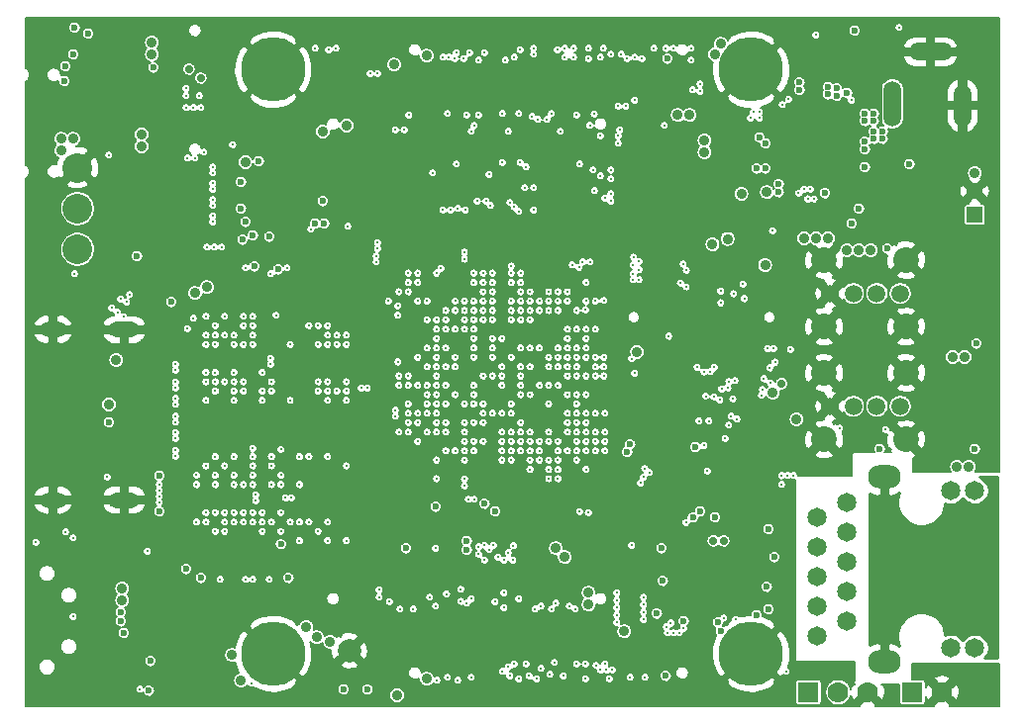
<source format=gbr>
%TF.GenerationSoftware,KiCad,Pcbnew,5.1.6-c6e7f7d~87~ubuntu18.04.1*%
%TF.CreationDate,2021-10-07T16:54:20+03:00*%
%TF.ProjectId,STMP157-OLinuXino-LIME2_Rev_B1,53544d50-3135-4372-9d4f-4c696e755869,B1*%
%TF.SameCoordinates,Original*%
%TF.FileFunction,Copper,L4,Inr*%
%TF.FilePolarity,Positive*%
%FSLAX46Y46*%
G04 Gerber Fmt 4.6, Leading zero omitted, Abs format (unit mm)*
G04 Created by KiCad (PCBNEW 5.1.6-c6e7f7d~87~ubuntu18.04.1) date 2021-10-07 16:54:20*
%MOMM*%
%LPD*%
G01*
G04 APERTURE LIST*
%TA.AperFunction,ViaPad*%
%ADD10O,2.800000X2.000000*%
%TD*%
%TA.AperFunction,ViaPad*%
%ADD11C,1.650000*%
%TD*%
%TA.AperFunction,ViaPad*%
%ADD12O,3.700000X1.500000*%
%TD*%
%TA.AperFunction,ViaPad*%
%ADD13O,1.500000X3.600000*%
%TD*%
%TA.AperFunction,ViaPad*%
%ADD14O,1.500000X3.900000*%
%TD*%
%TA.AperFunction,ViaPad*%
%ADD15O,1.800000X1.800000*%
%TD*%
%TA.AperFunction,ViaPad*%
%ADD16C,2.000000*%
%TD*%
%TA.AperFunction,ViaPad*%
%ADD17R,1.600000X1.600000*%
%TD*%
%TA.AperFunction,ViaPad*%
%ADD18C,0.700000*%
%TD*%
%TA.AperFunction,ViaPad*%
%ADD19O,2.300000X1.300000*%
%TD*%
%TA.AperFunction,ViaPad*%
%ADD20O,2.700000X1.300000*%
%TD*%
%TA.AperFunction,ViaPad*%
%ADD21C,2.540000*%
%TD*%
%TA.AperFunction,ViaPad*%
%ADD22R,1.400000X1.400000*%
%TD*%
%TA.AperFunction,ViaPad*%
%ADD23C,1.400000*%
%TD*%
%TA.AperFunction,ViaPad*%
%ADD24R,1.422400X1.422400*%
%TD*%
%TA.AperFunction,ViaPad*%
%ADD25C,2.200000*%
%TD*%
%TA.AperFunction,ViaPad*%
%ADD26C,1.500000*%
%TD*%
%TA.AperFunction,ViaPad*%
%ADD27R,1.778000X1.778000*%
%TD*%
%TA.AperFunction,ViaPad*%
%ADD28C,1.778000*%
%TD*%
%TA.AperFunction,ViaPad*%
%ADD29C,0.900000*%
%TD*%
%TA.AperFunction,ViaPad*%
%ADD30C,5.500000*%
%TD*%
%TA.AperFunction,ViaPad*%
%ADD31C,0.327000*%
%TD*%
%TA.AperFunction,ViaPad*%
%ADD32C,0.600000*%
%TD*%
%TA.AperFunction,ViaPad*%
%ADD33C,0.800000*%
%TD*%
%TA.AperFunction,Conductor*%
%ADD34C,0.152400*%
%TD*%
%TA.AperFunction,Conductor*%
%ADD35C,0.254000*%
%TD*%
G04 APERTURE END LIST*
D10*
%TO.N,Net-(C71-Pad2)*%
%TO.C,LAN1*%
X175362000Y-97435000D03*
X175362000Y-81635000D03*
D11*
%TO.N,/HDMI\u002C LCD  and Ethernet/PHYAD0*%
X183134000Y-96266000D03*
%TO.N,/HDMI\u002C LCD  and Ethernet/VDD33*%
X181102000Y-96266000D03*
%TO.N,/HDMI\u002C LCD  and Ethernet/PHYAD1*%
X183134000Y-82804000D03*
%TO.N,/HDMI\u002C LCD  and Ethernet/VDD33*%
X181102000Y-82804000D03*
%TO.N,/HDMI\u002C LCD  and Ethernet/MDI[3]-*%
X169672000Y-95250000D03*
%TO.N,/HDMI\u002C LCD  and Ethernet/MDI[3]+*%
X172212000Y-93980000D03*
%TO.N,/HDMI\u002C LCD  and Ethernet/MDI[2]-*%
X169672000Y-92710000D03*
%TO.N,/HDMI\u002C LCD  and Ethernet/MDI[2]+*%
X172212000Y-91440000D03*
%TO.N,Net-(C70-Pad2)*%
X169672000Y-90170000D03*
%TO.N,Net-(C69-Pad2)*%
X172212000Y-88900000D03*
%TO.N,/HDMI\u002C LCD  and Ethernet/MDI[1]-*%
X169672000Y-87630000D03*
%TO.N,/HDMI\u002C LCD  and Ethernet/MDI[1]+*%
X172212000Y-86360000D03*
%TO.N,/HDMI\u002C LCD  and Ethernet/MDI[0]-*%
X169672000Y-85090000D03*
%TO.N,/HDMI\u002C LCD  and Ethernet/MDI[0]+*%
X172212000Y-83820000D03*
%TD*%
D12*
%TO.N,GND*%
%TO.C,PWR1*%
X179345000Y-45258000D03*
D13*
X182091000Y-49858000D03*
D14*
%TO.N,+5V_EXT*%
X176091000Y-49708000D03*
%TD*%
D15*
%TO.N,GND*%
%TO.C,U18*%
X169269000Y-52959000D03*
X167869000Y-54359000D03*
X167869000Y-51559000D03*
X170669000Y-54359000D03*
X170669000Y-51559000D03*
%TD*%
D16*
%TO.N,GND*%
%TO.C,U19*%
X129667000Y-96520000D03*
%TD*%
D17*
%TO.N,GND*%
%TO.C,U8*%
X123952000Y-57912000D03*
D18*
X123952000Y-56762000D03*
X123952000Y-56012000D03*
X123952000Y-59812000D03*
X123952000Y-59062000D03*
X122052000Y-57912000D03*
X125102000Y-57912000D03*
X122802000Y-57912000D03*
X125852000Y-57912000D03*
%TD*%
D19*
%TO.N,GND*%
%TO.C,HDMI1*%
X104341000Y-69027000D03*
X104341000Y-83627000D03*
D20*
X110391000Y-83627000D03*
X110391000Y-69027000D03*
%TD*%
D21*
%TO.N,Net-(CAN1-Pad2)*%
%TO.C,CAN1*%
X106426000Y-58674000D03*
%TO.N,Net-(CAN1-Pad1)*%
X106426000Y-62174000D03*
%TO.N,GND*%
X106426000Y-55174000D03*
%TD*%
D22*
%TO.N,VBAT*%
%TO.C,LIPO_BAT1*%
X183131460Y-59199780D03*
D23*
%TO.N,GND*%
X183128920Y-57188100D03*
%TD*%
D24*
%TO.N,GND*%
%TO.C,U4*%
X160909000Y-89662000D03*
%TD*%
D25*
%TO.N,GND*%
%TO.C,USB1*%
X170258600Y-68788400D03*
X170258600Y-63088400D03*
X177258600Y-68788400D03*
X177258600Y-63088400D03*
D26*
%TO.N,Net-(C184-Pad1)*%
X176758600Y-65938400D03*
%TO.N,/USB\u002C CAN and Extensions/USB1_D-*%
X174758600Y-65938400D03*
%TO.N,/USB\u002C CAN and Extensions/USB1_D+*%
X172758600Y-65938400D03*
%TO.N,GND*%
X170758600Y-65938400D03*
%TD*%
%TO.N,GND*%
%TO.C,USB2*%
X170758600Y-75590400D03*
%TO.N,/USB\u002C CAN and Extensions/USB2_D+*%
X172758600Y-75590400D03*
%TO.N,/USB\u002C CAN and Extensions/USB2_D-*%
X174758600Y-75590400D03*
%TO.N,Net-(C185-Pad1)*%
X176758600Y-75590400D03*
D25*
%TO.N,GND*%
X177258600Y-72740400D03*
X177258600Y-78440400D03*
X170258600Y-72740400D03*
X170258600Y-78440400D03*
%TD*%
D27*
%TO.N,/USB\u002C CAN and Extensions/UART4_TX*%
%TO.C,DBG1*%
X168910000Y-100076000D03*
D28*
%TO.N,Net-(D3-Pad1)*%
X171450000Y-100076000D03*
%TO.N,GND*%
X173990000Y-100076000D03*
%TD*%
D27*
%TO.N,/Power Supply/AXP_BACKUP*%
%TO.C,BACKUP1*%
X177800000Y-100076000D03*
D28*
%TO.N,GND*%
X180340000Y-100076000D03*
%TD*%
D29*
%TO.N,GND*%
%TO.C,LIME2_PLATFORM1*%
X123130000Y-44595000D03*
X121480000Y-48195000D03*
X123130000Y-48995000D03*
X124830000Y-45345000D03*
X120930000Y-46795000D03*
X121480000Y-45345000D03*
X124830000Y-48195000D03*
X125380000Y-46795000D03*
X163980000Y-94595000D03*
X162330000Y-98195000D03*
X163980000Y-98995000D03*
X165680000Y-95345000D03*
X161780000Y-96795000D03*
X162330000Y-95345000D03*
X165680000Y-98195000D03*
X166230000Y-96795000D03*
X161780000Y-46795000D03*
X162330000Y-45345000D03*
X165680000Y-48195000D03*
X166230000Y-46795000D03*
X163980000Y-44595000D03*
X162330000Y-48195000D03*
X163980000Y-48995000D03*
X165680000Y-45345000D03*
X124830000Y-98195000D03*
X121480000Y-98195000D03*
X121480000Y-95345000D03*
X124830000Y-95345000D03*
X125380000Y-96795000D03*
X120930000Y-96795000D03*
X123130000Y-94595000D03*
X123130000Y-98995000D03*
D30*
X164010000Y-46790000D03*
X123150000Y-46790000D03*
X164010000Y-96790000D03*
X123150000Y-96790000D03*
%TD*%
D31*
%TO.N,+5V_EXT*%
X176657000Y-43180000D03*
D32*
X174498000Y-52070000D03*
X175260000Y-52070000D03*
X174498000Y-52705000D03*
X175260000Y-52705000D03*
D29*
%TO.N,+5V*%
X120396000Y-99060000D03*
X133477000Y-46355000D03*
X133731000Y-100330000D03*
X127381000Y-52070000D03*
D18*
X115951000Y-46736000D03*
D29*
X109093000Y-75438000D03*
X126873000Y-95377000D03*
X183134000Y-55626000D03*
X173228000Y-62230000D03*
X172212000Y-62230000D03*
X174244000Y-62230000D03*
X182626000Y-80772000D03*
X181610000Y-80772000D03*
X181229000Y-71374000D03*
X182245000Y-71374000D03*
D31*
%TO.N,GND*%
X136300000Y-64200000D03*
X136300000Y-65000000D03*
X136300000Y-65800000D03*
D32*
X134300000Y-63600000D03*
D31*
X135500000Y-65800000D03*
X137900000Y-65800000D03*
X136300000Y-67400000D03*
X133900000Y-81000000D03*
X135500000Y-80200000D03*
X137100000Y-81000000D03*
X136300000Y-79400000D03*
X136300000Y-78600000D03*
X137100000Y-78600000D03*
X137100000Y-79400000D03*
X138700000Y-78600000D03*
X138700000Y-80200000D03*
X138700000Y-77800000D03*
X138700000Y-77000000D03*
X138700000Y-69800000D03*
X140300000Y-80200000D03*
X141100000Y-80200000D03*
X141100000Y-81000000D03*
X141100000Y-79400000D03*
X135500000Y-77800000D03*
X136300000Y-77000000D03*
X135500000Y-75400000D03*
X137900000Y-66600000D03*
X136300000Y-73000000D03*
X136300000Y-71400000D03*
X127000000Y-69500000D03*
X128600000Y-68700000D03*
X129400000Y-68700000D03*
X128600000Y-73500000D03*
X128600000Y-75100000D03*
X127000000Y-75100000D03*
X126200000Y-69500000D03*
X124600000Y-68700000D03*
X124600000Y-69500000D03*
X124600000Y-67900000D03*
X123000000Y-69500000D03*
X136300000Y-69000000D03*
X137100000Y-66600000D03*
X124600000Y-74300000D03*
X126200000Y-75100000D03*
X126200000Y-74300000D03*
X128600000Y-85500000D03*
X128600000Y-87100000D03*
X127000000Y-87100000D03*
X127800000Y-80700000D03*
X129400000Y-79900000D03*
X125400000Y-80700000D03*
X126200000Y-87100000D03*
X126200000Y-86300000D03*
X124600000Y-87100000D03*
X123800000Y-79900000D03*
X123800000Y-80700000D03*
X123000000Y-81500000D03*
X123000000Y-86300000D03*
X125400000Y-81500000D03*
X126200000Y-80700000D03*
X120600000Y-75100000D03*
X119000000Y-75100000D03*
X122200000Y-73500000D03*
X135500000Y-73000000D03*
X117400000Y-68700000D03*
X118200000Y-67900000D03*
X119800000Y-67900000D03*
X117400000Y-74300000D03*
X119800000Y-80700000D03*
X119000000Y-79900000D03*
X117400000Y-79900000D03*
X117400000Y-77400000D03*
X119000000Y-87100000D03*
X120600000Y-87100000D03*
D32*
X131826000Y-87757000D03*
D31*
X117400000Y-86300000D03*
X117400000Y-82400000D03*
X121550000Y-84200000D03*
D29*
X126619000Y-89916000D03*
X127635000Y-88519000D03*
D32*
X113538000Y-87503000D03*
D31*
X114808000Y-78867000D03*
X114808000Y-75946000D03*
X114808000Y-73025000D03*
X114681000Y-70866000D03*
X114427000Y-68961000D03*
D32*
X112522000Y-85344000D03*
D31*
X113538000Y-80518000D03*
X114681000Y-80518000D03*
D32*
X115951000Y-90424000D03*
X113665000Y-88773000D03*
D31*
X118491000Y-90932000D03*
X121158000Y-90932000D03*
X124079000Y-90932000D03*
X122682000Y-90932000D03*
X117348000Y-90932000D03*
D32*
X130429000Y-87757000D03*
X128905000Y-88265000D03*
X114554000Y-67564000D03*
X115316000Y-65786000D03*
D31*
X118237000Y-64897000D03*
X121158000Y-64897000D03*
X122682000Y-64897000D03*
X123952000Y-64770000D03*
X124968000Y-63754000D03*
X126365000Y-63754000D03*
X127889000Y-63754000D03*
X129286000Y-63754000D03*
X130810000Y-63754000D03*
X132461000Y-63754000D03*
X144300000Y-80200000D03*
X144300000Y-76200000D03*
X145100000Y-76200000D03*
X145900000Y-77800000D03*
X145900000Y-77000000D03*
X146700000Y-79400000D03*
X149100000Y-81000000D03*
X148300000Y-78600000D03*
X149900000Y-80200000D03*
X150700000Y-81800000D03*
X152273000Y-76200000D03*
X149900000Y-75400000D03*
X148300000Y-75400000D03*
X145900000Y-75400000D03*
X145100000Y-73800000D03*
X147500000Y-73000000D03*
X149900000Y-72200000D03*
X149100000Y-69800000D03*
X147500000Y-69800000D03*
X147500000Y-69000000D03*
X138700000Y-65800000D03*
X139500000Y-65800000D03*
X140300000Y-65800000D03*
X138700000Y-68200000D03*
X143500000Y-65800000D03*
X141900000Y-69000000D03*
X145900000Y-65800000D03*
X145900000Y-68200000D03*
X145100000Y-69000000D03*
X148300000Y-67400000D03*
X149100000Y-66600000D03*
X149900000Y-65800000D03*
X150700000Y-65000000D03*
X150700000Y-64200000D03*
X138700000Y-75400000D03*
X143500000Y-77000000D03*
X141100000Y-77800000D03*
X140300000Y-77800000D03*
X144300000Y-75400000D03*
X145100000Y-73000000D03*
X139100000Y-73200000D03*
X141100000Y-74600000D03*
X142700000Y-74600000D03*
X141900000Y-74600000D03*
X143500000Y-73800000D03*
X143500000Y-73000000D03*
X141100000Y-73800000D03*
X141900000Y-73800000D03*
X140300000Y-72200000D03*
X141100000Y-72200000D03*
X141900000Y-72200000D03*
X143500000Y-72200000D03*
X144300000Y-71400000D03*
X145100000Y-71400000D03*
X145900000Y-69000000D03*
X145900000Y-69800000D03*
X138700000Y-73800000D03*
X138700000Y-70600000D03*
X141100000Y-69800000D03*
X141100000Y-70600000D03*
X143500000Y-70600000D03*
D32*
X109601000Y-72644000D03*
X112014000Y-82169000D03*
D18*
X104648000Y-86233000D03*
X102489000Y-100457000D03*
X112522000Y-100838000D03*
D29*
X117094000Y-98806000D03*
X116078000Y-98806000D03*
X119888000Y-94488000D03*
D32*
X102489000Y-54737000D03*
D29*
X112776000Y-51308000D03*
X112776000Y-50292000D03*
X106426000Y-97155000D03*
X107442000Y-97155000D03*
X133858000Y-45212000D03*
X132842000Y-45212000D03*
D31*
X143500000Y-69800000D03*
D29*
X182880000Y-78232000D03*
X183896000Y-78232000D03*
D31*
X147500000Y-77800000D03*
X147500000Y-77000000D03*
X147500000Y-76200000D03*
X146700000Y-74600000D03*
D29*
X133604000Y-96266000D03*
X137922000Y-51943000D03*
X105537000Y-94869000D03*
X109220000Y-46990000D03*
X108077000Y-46990000D03*
D32*
X105029000Y-42799000D03*
X128651000Y-50673000D03*
D29*
X112141000Y-58293000D03*
X112268000Y-60833000D03*
X112268000Y-61849000D03*
D31*
X119253000Y-64897000D03*
D32*
X109982000Y-76327000D03*
X109982000Y-77597000D03*
X109728000Y-81026000D03*
X176911000Y-52451000D03*
X176784000Y-54610000D03*
X173609000Y-57912000D03*
D29*
X157099000Y-52324000D03*
D32*
X155956000Y-49657000D03*
X165608000Y-86995000D03*
D31*
X142700000Y-81000000D03*
D32*
X152908000Y-89789000D03*
X152908000Y-89027000D03*
D29*
X155448000Y-97917000D03*
D18*
X154305000Y-94869000D03*
D32*
X141732000Y-85344000D03*
X152400000Y-88519000D03*
D31*
X146700000Y-73000000D03*
X145900000Y-71400000D03*
D29*
X127127000Y-46101000D03*
D31*
X162560000Y-77978000D03*
D32*
X133604000Y-87757000D03*
X136144000Y-87757000D03*
D18*
X103378000Y-91059000D03*
D29*
X182880000Y-68707000D03*
X183896000Y-68707000D03*
D31*
X167767000Y-79248000D03*
D32*
X166751000Y-100203000D03*
X167513000Y-91567000D03*
X167005000Y-93853000D03*
X109982000Y-78486000D03*
X161925000Y-83947000D03*
D31*
X140300000Y-62800000D03*
X140300000Y-63500000D03*
X151511000Y-62611000D03*
D32*
X157480000Y-49657000D03*
D31*
X118491000Y-58801000D03*
X118491000Y-57404000D03*
X118491000Y-56134000D03*
X142875000Y-97536000D03*
X135001000Y-51943000D03*
X145923000Y-52070000D03*
D32*
X102362000Y-60071000D03*
X102362000Y-62484000D03*
X102362000Y-65278000D03*
X102362000Y-70739000D03*
X102362000Y-73660000D03*
X102362000Y-76454000D03*
X102362000Y-80772000D03*
X102362000Y-87630000D03*
X102362000Y-93218000D03*
X102362000Y-96774000D03*
X106299000Y-100965000D03*
X109474000Y-100965000D03*
D31*
X127000000Y-100965000D03*
X116332000Y-100965000D03*
X132334000Y-100965000D03*
X159893000Y-101092000D03*
X162814000Y-101092000D03*
X165862000Y-101092000D03*
D32*
X184912000Y-98171000D03*
X184785000Y-76962000D03*
X184785000Y-67056000D03*
X184785000Y-62103000D03*
X184785000Y-52959000D03*
X184785000Y-47117000D03*
X182118000Y-42799000D03*
X174371000Y-42799000D03*
X115951000Y-42799000D03*
D31*
X136017000Y-91694000D03*
D32*
X155575000Y-78994000D03*
X166116000Y-79248000D03*
X165227000Y-79248000D03*
X159367609Y-82296000D03*
X163093711Y-65842492D03*
D31*
X158021436Y-65795512D03*
D33*
X154192975Y-65768210D03*
D31*
X162053016Y-66354585D03*
D32*
X161956788Y-65485990D03*
X171002547Y-57130776D03*
X158277327Y-64547419D03*
D31*
X168263890Y-56476763D03*
D29*
X157201746Y-53237253D03*
D18*
X162463998Y-54991000D03*
D32*
X137050468Y-82600000D03*
X136796424Y-86539862D03*
D31*
X162943946Y-66724210D03*
D32*
X158224565Y-74744997D03*
D29*
X144139490Y-83063510D03*
D32*
X102997000Y-46735998D03*
D31*
%TO.N,/VREF0_DDR3*%
X120600000Y-68700000D03*
D32*
X123800000Y-87400000D03*
D31*
X115824000Y-68961000D03*
%TO.N,/S0SVREF*%
X137100000Y-81800000D03*
D32*
%TO.N,+3V3*%
X109093000Y-76962000D03*
D29*
X119634000Y-96901000D03*
X136271000Y-98933000D03*
X136271000Y-45593000D03*
D31*
X137900000Y-67400000D03*
X142700000Y-77800000D03*
X144300000Y-77000000D03*
X145900000Y-73800000D03*
X146700000Y-73800000D03*
X145100000Y-74600000D03*
X147500000Y-73800000D03*
X140300000Y-64200000D03*
X141100000Y-77000000D03*
X141900000Y-76200000D03*
X142700000Y-76200000D03*
X143500000Y-76200000D03*
X144300000Y-74600000D03*
X143500000Y-75400000D03*
X144300000Y-73800000D03*
X150700000Y-77800000D03*
X150700000Y-78600000D03*
D32*
X106045000Y-45466000D03*
D29*
X106045000Y-52705000D03*
X105029000Y-52705000D03*
X129413000Y-51562000D03*
X105029000Y-53721000D03*
D32*
X126746000Y-59944000D03*
X127508000Y-59944000D03*
X114427000Y-66675000D03*
X112649000Y-97409000D03*
D29*
X128016000Y-95758000D03*
D32*
X156845000Y-45847000D03*
D29*
X150114000Y-91567000D03*
X150114000Y-92583000D03*
D31*
X150700000Y-69000000D03*
D29*
X167894000Y-76708000D03*
D32*
X156718000Y-98679000D03*
D18*
X116967000Y-47498000D03*
D31*
X116332000Y-50038000D03*
X117221000Y-53848000D03*
D29*
X154255002Y-70946048D03*
D32*
X159257988Y-79092704D03*
D31*
X162026600Y-74015600D03*
D29*
X120768129Y-54719139D03*
D32*
%TO.N,IPS*%
X173736000Y-50546000D03*
D29*
X112776000Y-45466000D03*
X112776000Y-44450000D03*
D32*
X105283000Y-47752000D03*
X170561000Y-48895000D03*
X174498000Y-50546000D03*
X168148000Y-48514000D03*
X168148000Y-47879000D03*
D31*
X169545000Y-43815000D03*
D32*
X174498000Y-51181000D03*
X173736000Y-51181000D03*
X166370000Y-57277000D03*
X166370000Y-56578500D03*
X165227000Y-53086000D03*
X164719000Y-52578000D03*
D29*
X158750000Y-50673000D03*
X157734000Y-50673000D03*
X160909000Y-45466000D03*
X161417000Y-44577000D03*
X111887000Y-52324000D03*
X111887000Y-53340000D03*
D32*
X170311953Y-57357992D03*
X170581610Y-48260000D03*
%TO.N,VBAT*%
X171323000Y-49022000D03*
X171323000Y-48387000D03*
D31*
%TO.N,Net-(CHGLED1-Pad1)*%
X172593000Y-49403000D03*
D32*
X172847000Y-43434000D03*
D29*
%TO.N,Net-(D2-Pad2)*%
X161992803Y-61273197D03*
%TO.N,Net-(FUSE1-Pad2)*%
X109728000Y-71628000D03*
D31*
%TO.N,PC7*%
X141100000Y-66600000D03*
%TO.N,/S0SRST*%
X136300000Y-68200000D03*
X116332000Y-68072000D03*
X116600000Y-85500000D03*
%TO.N,Net-(R4-Pad2)*%
X133800000Y-71800000D03*
%TO.N,Net-(R9-Pad1)*%
X120600000Y-67900000D03*
%TO.N,Net-(R13-Pad1)*%
X121400000Y-80700000D03*
%TO.N,Net-(R14-Pad1)*%
X121400000Y-79900000D03*
%TO.N,/S0SDQ20*%
X135500000Y-64200000D03*
X123000000Y-80700000D03*
%TO.N,/S0SDQ19*%
X135500000Y-65000000D03*
X123800000Y-79300000D03*
%TO.N,/S0SDQ14*%
X133900000Y-77800000D03*
X129400000Y-73500000D03*
%TO.N,/S0SDQ10*%
X134700000Y-75400000D03*
X128600000Y-69500000D03*
%TO.N,/S0SDQ22*%
X136300000Y-66600000D03*
X126200000Y-85500000D03*
%TO.N,/S0SDQ21*%
X133800000Y-67800000D03*
X125400000Y-85500000D03*
%TO.N,/S0SDQM2*%
X133000000Y-66600000D03*
X125400000Y-82300000D03*
%TO.N,/S0SDQ18*%
X124600000Y-85500000D03*
X133800000Y-67000000D03*
%TO.N,/S0SDQ17*%
X123800000Y-84700000D03*
X135500000Y-66600000D03*
%TO.N,/S0SDQ15*%
X134700000Y-77800000D03*
X127800000Y-73500000D03*
%TO.N,/S0SDQ13*%
X135500000Y-76200000D03*
X129400000Y-70300000D03*
%TO.N,/S0SDQ11*%
X129400000Y-74300000D03*
X135500000Y-77000000D03*
%TO.N,/S0SDQ9*%
X127800000Y-69500000D03*
X134700000Y-76200000D03*
%TO.N,/S0SDQ23*%
X134700000Y-64200000D03*
X123000000Y-82300000D03*
%TO.N,/S0SA8*%
X137100000Y-77800000D03*
X117400000Y-69500000D03*
X116600000Y-81500000D03*
%TO.N,/S0SDQ16*%
X123800000Y-82300000D03*
X134700000Y-65000000D03*
%TO.N,/S0SA6*%
X136300000Y-77800000D03*
X118200000Y-68700000D03*
X117400000Y-80700000D03*
%TO.N,/S0SCKE0*%
X136300000Y-76200000D03*
X121400000Y-79200000D03*
X121400000Y-67900000D03*
%TO.N,/S0SDQ12*%
X127800000Y-74300000D03*
X135500000Y-78600000D03*
%TO.N,/S0SDQM1*%
X134700000Y-77000000D03*
X127000000Y-73500000D03*
%TO.N,/S0SBA1*%
X137100000Y-76200000D03*
X119800000Y-69500000D03*
X119800000Y-81500000D03*
X113411000Y-82804000D03*
%TO.N,/S0SDQ8*%
X127000000Y-70300000D03*
X134700000Y-73800000D03*
%TO.N,/S0SA9*%
X137100000Y-69800000D03*
X118200000Y-73500000D03*
X118200000Y-84700000D03*
%TO.N,/S0SA7*%
X137100000Y-68200000D03*
X117400000Y-73500000D03*
X117400000Y-85500000D03*
%TO.N,/S0SA5*%
X136300000Y-70600000D03*
X118200000Y-74300000D03*
X119000000Y-85500000D03*
%TO.N,/S0SA14*%
X137100000Y-75400000D03*
X117400000Y-70300000D03*
X116600000Y-82300000D03*
%TO.N,/S0SA10*%
X137100000Y-74600000D03*
X121400000Y-70300000D03*
X121400000Y-82300000D03*
X122809000Y-90424000D03*
%TO.N,/S0SA1*%
X137100000Y-73800000D03*
X118200000Y-69500000D03*
X118200000Y-82300000D03*
%TO.N,/S0SA15*%
X136300000Y-73800000D03*
X120600000Y-70300000D03*
X120600000Y-82300000D03*
X113411000Y-83820000D03*
%TO.N,/S0SA11*%
X136300000Y-75400000D03*
X118200000Y-70300000D03*
X118200000Y-81500000D03*
%TO.N,/S0SODT0*%
X133900000Y-73800000D03*
X122200000Y-75100000D03*
X122200000Y-86300000D03*
%TO.N,/S0SCS0*%
X137100000Y-73000000D03*
X120600000Y-74300000D03*
X121400000Y-85500000D03*
%TO.N,/S0SA12*%
X136300000Y-74600000D03*
X119800000Y-70300000D03*
X119800000Y-82300000D03*
X113411000Y-83312000D03*
%TO.N,/S0SA2*%
X137100000Y-70600000D03*
X118200000Y-72700000D03*
X119000000Y-84700000D03*
%TO.N,/S0SA0*%
X136300000Y-72200000D03*
X119800000Y-72700000D03*
X119800000Y-84700000D03*
X118618000Y-90424000D03*
%TO.N,/S0SBA2*%
X137100000Y-72200000D03*
X119800000Y-73500000D03*
X120600000Y-84700000D03*
X120777000Y-90424000D03*
%TO.N,/S0SA3*%
X137100000Y-71400000D03*
X119000000Y-73500000D03*
X119800000Y-85500000D03*
%TO.N,/S0SA4*%
X137100000Y-77000000D03*
X119000000Y-69500000D03*
X119000000Y-80700000D03*
X113411000Y-82296000D03*
%TO.N,/S0SRAS*%
X135500000Y-73800000D03*
X123000000Y-73500000D03*
X123000000Y-85500000D03*
%TO.N,/S0SWE*%
X120600000Y-73500000D03*
X134700000Y-73000000D03*
X121400000Y-84700000D03*
%TO.N,/S0SBA0*%
X135500000Y-71400000D03*
X119800000Y-74300000D03*
X120600000Y-85500000D03*
X121412000Y-90424000D03*
%TO.N,/S0SA13*%
X137100000Y-69000000D03*
X117400000Y-72700000D03*
X117400000Y-84700000D03*
%TO.N,/S0SCAS*%
X133900000Y-73000000D03*
X122200000Y-72700000D03*
X122200000Y-84700000D03*
%TO.N,/S0SCK_N*%
X122936000Y-71501000D03*
X131191000Y-74041000D03*
X121666000Y-83185000D03*
%TO.N,/S0SCK_P*%
X122936000Y-72009000D03*
X130683000Y-74041000D03*
X121666000Y-83693000D03*
%TO.N,/S0SDQS2_N*%
X133900000Y-65800000D03*
X124206000Y-83439000D03*
%TO.N,/S0SDQS1_P*%
X127800000Y-70300000D03*
X133604000Y-76454000D03*
%TO.N,/S0SDQS2_P*%
X134700000Y-65800000D03*
X124714000Y-83439000D03*
%TO.N,/S0SDQS1_N*%
X128600000Y-70300000D03*
X133604000Y-75946000D03*
D29*
%TO.N,Net-(C86-Pad2)*%
X169545000Y-61214000D03*
X170561000Y-61214000D03*
X168529000Y-61214000D03*
D32*
%TO.N,+2V8*%
X139700000Y-87884000D03*
X139700000Y-87122000D03*
X165227000Y-55245000D03*
X164465000Y-55245000D03*
X153416000Y-79502000D03*
X153670000Y-78867000D03*
D29*
X165205544Y-63505510D03*
D31*
%TO.N,1.35V_DDR*%
X137900000Y-79400000D03*
X137100000Y-80200000D03*
X137900000Y-77000000D03*
X139500000Y-77000000D03*
X137900000Y-75400000D03*
X137900000Y-73800000D03*
X138700000Y-71400000D03*
X137900000Y-72200000D03*
X137900000Y-70600000D03*
X138700000Y-69000000D03*
X137900000Y-69000000D03*
X137900000Y-68200000D03*
X127000000Y-68700000D03*
X127800000Y-68700000D03*
X129400000Y-69500000D03*
X127000000Y-74300000D03*
X128600000Y-74300000D03*
X129400000Y-75100000D03*
X127800000Y-75100000D03*
X126200000Y-68700000D03*
X124600000Y-70300000D03*
X124600000Y-75100000D03*
X127800000Y-85500000D03*
X129400000Y-87100000D03*
X127800000Y-87100000D03*
X127000000Y-86300000D03*
X127800000Y-79900000D03*
X129400000Y-80700000D03*
X126200000Y-79900000D03*
X125400000Y-79900000D03*
X125400000Y-87100000D03*
X122200000Y-85500000D03*
X123000000Y-79900000D03*
X123800000Y-81500000D03*
X121400000Y-81500000D03*
X123800000Y-86300000D03*
X121400000Y-69500000D03*
X119800000Y-75100000D03*
X122200000Y-74300000D03*
X117400000Y-67900000D03*
X119000000Y-67900000D03*
X123000000Y-74300000D03*
X117400000Y-75100000D03*
X119800000Y-79900000D03*
X118200000Y-79900000D03*
X119000000Y-86300000D03*
X118200000Y-86300000D03*
X123400000Y-67800000D03*
X139500000Y-75400000D03*
X138700000Y-72200000D03*
X138700000Y-74600000D03*
X137900000Y-77800000D03*
D29*
X116459000Y-65913000D03*
X117475000Y-65405000D03*
X125984000Y-94488000D03*
D32*
X137033000Y-84201000D03*
%TO.N,VTT_DDR*%
X115697000Y-89535000D03*
X116967000Y-90297000D03*
X124460000Y-90297000D03*
X113411000Y-84582000D03*
X113411000Y-81534000D03*
D31*
%TO.N,Net-(C40-Pad2)*%
X151500000Y-76200000D03*
X159534414Y-76851160D03*
%TO.N,NRST*%
X150700000Y-76200000D03*
X138049000Y-98806000D03*
X159639000Y-48641000D03*
X167132000Y-81534000D03*
X162306000Y-76453990D03*
D29*
%TO.N,Net-(C48-Pad1)*%
X147320000Y-87757000D03*
X148082000Y-88519000D03*
D32*
%TO.N,Net-(C52-Pad2)*%
X165354000Y-91059000D03*
X160909000Y-85090000D03*
X165989000Y-88519000D03*
%TO.N,Net-(C55-Pad2)*%
X161163000Y-94107000D03*
X156464000Y-90551000D03*
D18*
X160782000Y-87122000D03*
X161671000Y-87122000D03*
D32*
X164465000Y-93472000D03*
X158246459Y-93980000D03*
X155953171Y-93342171D03*
X159033343Y-85119343D03*
D31*
%TO.N,Net-(C58-Pad2)*%
X161798000Y-78359000D03*
X145415000Y-58801000D03*
X165925500Y-70659554D03*
D32*
%TO.N,Net-(C71-Pad2)*%
X175387000Y-89662000D03*
X178435000Y-89662000D03*
X180975000Y-89662000D03*
X183388000Y-89662000D03*
X175387000Y-92710000D03*
X178435000Y-92710000D03*
X180975000Y-92710000D03*
X183388000Y-92710000D03*
X178435000Y-86487000D03*
X180975000Y-86487000D03*
X183388000Y-86487000D03*
X175387000Y-86487000D03*
X177038000Y-88138000D03*
X179705000Y-88138000D03*
X182245000Y-88138000D03*
X182245000Y-84582000D03*
X182245000Y-94615000D03*
X175387000Y-83947000D03*
X175387000Y-95123000D03*
X177038000Y-91313000D03*
X179705000Y-91313000D03*
X182245000Y-91440000D03*
%TO.N,Net-(C72-Pad2)*%
X123571000Y-63881000D03*
X121539000Y-63627000D03*
X121412000Y-60960000D03*
%TO.N,VDD_USB*%
X141224000Y-83947000D03*
D29*
X163183119Y-57415881D03*
D31*
%TO.N,Net-(C166-Pad1)*%
X137100000Y-64200000D03*
X137500000Y-63800000D03*
%TO.N,Net-(L6-Pad2)*%
X150114000Y-84709000D03*
X157147936Y-94155935D03*
%TO.N,Net-(R8-Pad1)*%
X121400000Y-68700000D03*
%TO.N,Net-(R65-Pad2)*%
X161671000Y-93726000D03*
X167005000Y-98298000D03*
%TO.N,Net-(R67-Pad2)*%
X162687000Y-93853000D03*
D32*
X175006000Y-79248000D03*
D31*
%TO.N,Net-(R75-Pad2)*%
X149352000Y-84618510D03*
X156743400Y-94488000D03*
D32*
%TO.N,Net-(R87-Pad2)*%
X120777000Y-59817000D03*
%TO.N,Net-(R108-Pad1)*%
X172212000Y-48768000D03*
%TO.N,USB-OTG-DRV*%
X112522000Y-99949000D03*
D31*
X163957000Y-50927000D03*
X109093000Y-54102000D03*
X143500000Y-67400000D03*
X119681526Y-53213000D03*
%TO.N,Net-(RM2-Pad1.2)*%
X154813000Y-91948000D03*
%TO.N,Net-(RM2-Pad2.2)*%
X154813000Y-92583000D03*
%TO.N,Net-(RM2-Pad3.2)*%
X154813000Y-93218000D03*
%TO.N,Net-(RM2-Pad4.2)*%
X154813000Y-93853000D03*
%TO.N,Net-(RM4-Pad4.1)*%
X157353000Y-94996000D03*
X154559000Y-82169000D03*
%TO.N,Net-(RM4-Pad3.1)*%
X154813000Y-81661000D03*
X156845000Y-94996000D03*
%TO.N,Net-(RM4-Pad2.1)*%
X158242000Y-94615000D03*
X155321000Y-81280000D03*
%TO.N,Net-(RM4-Pad1.1)*%
X154913010Y-80933844D03*
X157861000Y-94996000D03*
%TO.N,NAND-WE*%
X144300000Y-64200000D03*
X140081000Y-98806000D03*
%TO.N,DSI_D0N*%
X139500000Y-62400000D03*
%TO.N,DSI_CKN*%
X132080000Y-61595000D03*
%TO.N,DSI_D1N*%
X131953000Y-62738000D03*
%TO.N,DSI_D1P*%
X131953000Y-63246000D03*
%TO.N,NAND-DQ3*%
X143500000Y-65000000D03*
X149860000Y-98933000D03*
%TO.N,DSI_D0P*%
X139500000Y-63000000D03*
%TO.N,DSI_CKP*%
X132080000Y-62103000D03*
%TO.N,NAND-RE*%
X145100000Y-65800000D03*
X138938000Y-99060000D03*
%TO.N,JTCK-SWCLK*%
X138700000Y-66600000D03*
X150749000Y-97790000D03*
%TO.N,NAND-DQ2*%
X144300000Y-65800000D03*
X146050000Y-98044000D03*
%TO.N,JTDI*%
X139500000Y-66600000D03*
X151638000Y-98171000D03*
%TO.N,PF2*%
X141100000Y-68200000D03*
X139573000Y-58801000D03*
%TO.N,JTMS-SWDIO*%
X138700000Y-67400000D03*
X149860000Y-97663000D03*
%TO.N,PE4*%
X139500000Y-69000000D03*
X138303000Y-58801000D03*
%TO.N,NJTRST*%
X139500000Y-68200000D03*
X152146000Y-98171000D03*
%TO.N,JTDO-TRACESWO*%
X139500000Y-67400000D03*
X151511000Y-97663000D03*
%TO.N,ADC1_INN1*%
X149100000Y-76200000D03*
X131445000Y-47117000D03*
%TO.N,NAND-DQ1*%
X146812000Y-98552000D03*
X151410948Y-73000000D03*
X162108781Y-73488180D03*
%TO.N,NAND-DQ0*%
X149900000Y-73000000D03*
X145669000Y-98933000D03*
X161325872Y-75058476D03*
%TO.N,NAND-RB*%
X149100000Y-73000000D03*
X143383000Y-98679000D03*
X161479205Y-74117757D03*
%TO.N,ADC1_INP1*%
X148300000Y-77000000D03*
X132080000Y-47117000D03*
%TO.N,PC0*%
X144300000Y-77800000D03*
X137968376Y-91667010D03*
%TO.N,PH3*%
X147500000Y-80200000D03*
%TO.N,NAND-ALE*%
X142700000Y-79400000D03*
X145034000Y-98679000D03*
%TO.N,NAND-CE*%
X139500000Y-78600000D03*
%TO.N,PG7*%
X143500000Y-80200000D03*
X147320000Y-92456000D03*
%TO.N,NAND-DQ7*%
X140300000Y-79400000D03*
X140716000Y-87630000D03*
X154940000Y-98806000D03*
%TO.N,NAND-DQ4*%
X144300000Y-79400000D03*
X151130000Y-98171000D03*
%TO.N,PG10*%
X145100000Y-81000000D03*
X148463000Y-92710000D03*
%TO.N,NAND-DQ6*%
X143500000Y-79400000D03*
X153670000Y-98806000D03*
%TO.N,NAND-DQ5*%
X142700000Y-80200000D03*
X151892000Y-98933000D03*
%TO.N,NAND-CLE*%
X144145000Y-98933000D03*
%TO.N,PH2*%
X142113000Y-92329000D03*
%TO.N,1.2V_VDDCORE*%
X142700000Y-69800000D03*
X141100000Y-76200000D03*
X140300000Y-77000000D03*
X145100000Y-72200000D03*
X140300000Y-73800000D03*
X140300000Y-75400000D03*
X141100000Y-75400000D03*
X140300000Y-74600000D03*
X142700000Y-73800000D03*
X142700000Y-73000000D03*
X141900000Y-73000000D03*
X141100000Y-73000000D03*
X142700000Y-72200000D03*
X144300000Y-73000000D03*
X144300000Y-72200000D03*
X145900000Y-70600000D03*
X145100000Y-70600000D03*
X141900000Y-71400000D03*
X141900000Y-70600000D03*
X141900000Y-69800000D03*
X140300000Y-71400000D03*
X143500000Y-71400000D03*
X144300000Y-70600000D03*
X140300000Y-70600000D03*
X140300000Y-69800000D03*
D29*
X160020000Y-53848000D03*
X160020000Y-52832000D03*
D31*
X143500000Y-64200000D03*
X143500000Y-63600000D03*
D32*
%TO.N,1.2V_HDMI*%
X121920000Y-54610000D03*
X127381000Y-58039000D03*
X120523000Y-61341000D03*
X120396000Y-58674000D03*
X120396000Y-56388000D03*
X122809000Y-61087000D03*
D31*
X168529000Y-57023000D03*
X168074681Y-57367470D03*
D32*
%TO.N,Net-(C94-Pad1)*%
X111506000Y-62738000D03*
%TO.N,Net-(C97-Pad1)*%
X106172000Y-43180000D03*
D31*
X167208200Y-49326800D03*
%TO.N,VBUS*%
X139500000Y-77800000D03*
D29*
X110236000Y-92202000D03*
X110236000Y-91186000D03*
D32*
X173736000Y-52959000D03*
X173736000Y-53594000D03*
D29*
%TO.N,VDD-FLASH*%
X165354000Y-57277000D03*
X160702999Y-61743016D03*
D32*
%TO.N,VTT_REF*%
X134493000Y-87757000D03*
D31*
%TO.N,Net-(C157-Pad1)*%
X148300000Y-76200000D03*
X146700000Y-75400000D03*
D29*
X165862000Y-74422000D03*
D32*
%TO.N,PWR_ONRST*%
X129159000Y-99822000D03*
D31*
X111760000Y-99822000D03*
X106172000Y-64262000D03*
X160401000Y-76851160D03*
D32*
X105363998Y-46482000D03*
%TO.N,Net-(FET2-Pad1)*%
X177546000Y-54864000D03*
X172593000Y-59944000D03*
%TO.N,Net-(FET3-Pad3)*%
X175641000Y-62103000D03*
D31*
%TO.N,AXP_GPIO3\u005CLCD_UD*%
X164719000Y-50419000D03*
X115697000Y-48387000D03*
X152908000Y-45466000D03*
%TO.N,AXP_GPIO2\u005CLCD_LR*%
X164211000Y-50419000D03*
X115697000Y-49022000D03*
X154686000Y-45847000D03*
%TO.N,AXP_GPIO1*%
X116967000Y-50038000D03*
X169061110Y-57023843D03*
%TO.N,AXP_GPIO0*%
X115697000Y-50038000D03*
X168846502Y-57848498D03*
%TO.N,PZ4\u005CI2C4_SCL*%
X133604000Y-51943000D03*
X116459000Y-54356000D03*
X159004000Y-48514000D03*
%TO.N,PZ5\u005CI2C4_SDA*%
X149100000Y-70600000D03*
X134366000Y-51943000D03*
X115824000Y-54356000D03*
X159639000Y-48006000D03*
X166052500Y-71818500D03*
%TO.N,PB5\u005CSPDIF_TX*%
X142875000Y-91567000D03*
X149098000Y-97663000D03*
X108966000Y-81661000D03*
X126365000Y-60452000D03*
X112395000Y-88011000D03*
%TO.N,PF14\u005CI2C1_SCL*%
X146700000Y-77800000D03*
X158877000Y-45974000D03*
X152654000Y-52451000D03*
%TO.N,PB9\u005CI2C1_SDA*%
X141900000Y-68200000D03*
X158877000Y-44958000D03*
X149606000Y-63246000D03*
X150214010Y-51561994D03*
%TO.N,PA5\u005CADC2_INN18*%
X148300000Y-77800000D03*
X128524000Y-44958000D03*
%TO.N,PA4\u005CADC2_INP18*%
X147500000Y-78600000D03*
X127889000Y-45085000D03*
%TO.N,PE11\u005CSPI4_NSS*%
X148300000Y-66600000D03*
%TO.N,PA0\u005CWKUP1*%
X149900000Y-81000000D03*
X166624000Y-82296000D03*
X137033000Y-92710000D03*
%TO.N,Net-(R42-Pad1)*%
X126746000Y-44958000D03*
X162449743Y-74966509D03*
%TO.N,PWR_ON*%
X151500000Y-78600000D03*
X165598881Y-72307633D03*
X159957881Y-78956204D03*
%TO.N,Net-(R135-Pad1)*%
X166674800Y-49784000D03*
%TO.N,PWR_LP*%
X151500000Y-77800000D03*
X167640000Y-81534000D03*
D32*
X131204599Y-99844284D03*
D31*
%TO.N,Net-(Flash_Con1-Pad11)*%
X165671500Y-73596500D03*
D32*
%TO.N,/Power Supply/AXP_BACKUP*%
X173736000Y-55118000D03*
D31*
%TO.N,/eMMC\u002C SPI-Flash\u002C T-Card and Boot/BOOT0*%
X149900000Y-74600000D03*
X165100000Y-73242490D03*
%TO.N,/eMMC\u002C SPI-Flash\u002C T-Card and Boot/BOOT1*%
X149100000Y-74600000D03*
X164973000Y-74168000D03*
%TO.N,/eMMC\u002C SPI-Flash\u002C T-Card and Boot/BOOT2*%
X149100000Y-75400000D03*
X164882510Y-74676000D03*
D32*
%TO.N,/HDMI\u002C LCD  and Ethernet/VDD33*%
X161417000Y-94869000D03*
D29*
X153162000Y-94869000D03*
D32*
X165481000Y-86106000D03*
X159639000Y-84582000D03*
X156337000Y-87757000D03*
X165481000Y-92964000D03*
D31*
%TO.N,/HDMI\u002C LCD  and Ethernet/GRXD_CLK*%
X149100000Y-78600000D03*
X153797000Y-87503000D03*
%TO.N,/HDMI\u002C LCD  and Ethernet/CLK125*%
X145100000Y-77800000D03*
X160274000Y-81153000D03*
%TO.N,/Power Supply/VBAT-RTC*%
X148300000Y-74600000D03*
D32*
X173228000Y-58674000D03*
D18*
X166624000Y-73660000D03*
D31*
%TO.N,/Power Supply/VDDA_1V8*%
X140300000Y-65000000D03*
D32*
X142113000Y-84582000D03*
D31*
X165844478Y-60579000D03*
%TO.N,/USB\u002C CAN and Extensions/UART4_RX*%
X140081000Y-92075000D03*
%TO.N,/USB\u002C CAN and Extensions/UART4_TX*%
X143500000Y-77800000D03*
X144145000Y-92075000D03*
%TO.N,/eMMC\u002C SPI-Flash\u002C T-Card and Boot/EMMC_D0*%
X141100000Y-64200000D03*
X163321998Y-65151000D03*
%TO.N,/eMMC\u002C SPI-Flash\u002C T-Card and Boot/EMMC_D1*%
X163424110Y-66382390D03*
X141900000Y-65000000D03*
%TO.N,/eMMC\u002C SPI-Flash\u002C T-Card and Boot/EMMC_D2*%
X141900000Y-64200000D03*
X162516000Y-65964887D03*
%TO.N,/eMMC\u002C SPI-Flash\u002C T-Card and Boot/EMMC_D3*%
X141100000Y-65800000D03*
X161416996Y-66738504D03*
%TO.N,/eMMC\u002C SPI-Flash\u002C T-Card and Boot/EMMC_D4*%
X161394969Y-65732011D03*
X141100000Y-65000000D03*
%TO.N,/eMMC\u002C SPI-Flash\u002C T-Card and Boot/EMMC_D5*%
X158470599Y-63957201D03*
X143764000Y-58547000D03*
%TO.N,/eMMC\u002C SPI-Flash\u002C T-Card and Boot/EMMC_D6*%
X141900000Y-65800000D03*
X158468835Y-65377845D03*
%TO.N,/eMMC\u002C SPI-Flash\u002C T-Card and Boot/EMMC_D7*%
X143383000Y-58166000D03*
X157970761Y-65052119D03*
%TO.N,/eMMC\u002C SPI-Flash\u002C T-Card and Boot/EMMC_CLK*%
X144145000Y-58928000D03*
X158194413Y-63420587D03*
%TO.N,/eMMC\u002C SPI-Flash\u002C T-Card and Boot/SPI_CS*%
X141100000Y-78600000D03*
X162625091Y-73406000D03*
%TO.N,/eMMC\u002C SPI-Flash\u002C T-Card and Boot/SPI_IO1*%
X142367000Y-88519000D03*
X160866491Y-72262994D03*
%TO.N,/eMMC\u002C SPI-Flash\u002C T-Card and Boot/SPI_IO2*%
X160509746Y-72625746D03*
X143256000Y-88138000D03*
%TO.N,/eMMC\u002C SPI-Flash\u002C T-Card and Boot/SPI_IO3*%
X142875000Y-88773000D03*
X159983608Y-72657680D03*
%TO.N,/eMMC\u002C SPI-Flash\u002C T-Card and Boot/SPI_IO0*%
X159372887Y-72244001D03*
X143691944Y-87545926D03*
%TO.N,/eMMC\u002C SPI-Flash\u002C T-Card and Boot/SPI_CLK*%
X160120043Y-74733293D03*
X142700000Y-78600000D03*
%TO.N,/eMMC\u002C SPI-Flash\u002C T-Card and Boot/EMMC_CMD*%
X143500000Y-66600000D03*
X156975578Y-69601277D03*
%TO.N,/USB\u002C CAN and Extensions/PE1*%
X146700000Y-66600000D03*
X141732000Y-58420000D03*
%TO.N,/USB\u002C CAN and Extensions/PD9*%
X138938000Y-58674000D03*
X152019000Y-58039000D03*
%TO.N,/USB\u002C CAN and Extensions/PC13*%
X138049000Y-50546000D03*
X154051000Y-49403000D03*
%TO.N,/USB\u002C CAN and Extensions/PD8*%
X151511000Y-57785000D03*
X137668000Y-58801000D03*
%TO.N,/USB\u002C CAN and Extensions/SDMMC3_D3*%
X144300000Y-68200000D03*
%TO.N,/USB\u002C CAN and Extensions/PA3*%
X149100000Y-77000000D03*
X134747000Y-50673000D03*
%TO.N,/USB\u002C CAN and Extensions/SDMMC3_D2*%
X145100000Y-66600000D03*
%TO.N,/USB\u002C CAN and Extensions/SDMMC3_D1*%
X145100000Y-68200000D03*
%TO.N,/USB\u002C CAN and Extensions/SDMMC3_D0*%
X144300000Y-67400000D03*
%TO.N,/USB\u002C CAN and Extensions/SDMMC3_CK*%
X144300000Y-66600000D03*
%TO.N,/USB\u002C CAN and Extensions/SDMMC3_CMD*%
X144300000Y-65000000D03*
%TO.N,/USB\u002C CAN and Extensions/PG8*%
X145900000Y-80200000D03*
X140081000Y-52070000D03*
X152781000Y-51943000D03*
%TO.N,/USB\u002C CAN and Extensions/PE15*%
X141605000Y-55753000D03*
X150241000Y-63246000D03*
%TO.N,/USB\u002C CAN and Extensions/USART3_TX*%
X145100000Y-78600000D03*
X151130000Y-52451000D03*
%TO.N,/USB\u002C CAN and Extensions/USART1_RX*%
X149900000Y-69800000D03*
X142748000Y-50546000D03*
%TO.N,/USB\u002C CAN and Extensions/USART3_RX*%
X146700000Y-80200000D03*
X144272000Y-54737000D03*
X152654000Y-53086000D03*
%TO.N,/USB\u002C CAN and Extensions/USART1_TX*%
X149900000Y-70600000D03*
X144145000Y-50546000D03*
%TO.N,/USB\u002C CAN and Extensions/PH15*%
X151429029Y-66532100D03*
%TO.N,/USB\u002C CAN and Extensions/I2C2_SDA*%
X146558000Y-51054000D03*
X151130000Y-55880000D03*
%TO.N,/USB\u002C CAN and Extensions/PZ1*%
X148300000Y-70600000D03*
%TO.N,/USB\u002C CAN and Extensions/I2C2_SCL*%
X146939000Y-50546000D03*
X150495000Y-55372000D03*
%TO.N,/USB\u002C CAN and Extensions/PF12*%
X145900000Y-78600000D03*
X133985000Y-92964000D03*
%TO.N,/USB\u002C CAN and Extensions/SPI4_SCK*%
X149100000Y-67400000D03*
%TO.N,/USB\u002C CAN and Extensions/PH7*%
X150700000Y-79400000D03*
X135128000Y-92964000D03*
%TO.N,/USB\u002C CAN and Extensions/SPI4_MOSI*%
X148700000Y-63500000D03*
%TO.N,/USB\u002C CAN and Extensions/PH6*%
X143500000Y-78600000D03*
X150595010Y-50572990D03*
%TO.N,/USB\u002C CAN and Extensions/SPI4_MISO*%
X149300000Y-63700000D03*
%TO.N,/USB\u002C CAN and Extensions/PI10*%
X151500000Y-79400000D03*
X149098004Y-50673000D03*
%TO.N,/USB\u002C CAN and Extensions/SPI2_MISO*%
X148971000Y-92964000D03*
X153924000Y-63500000D03*
%TO.N,/USB\u002C CAN and Extensions/SPI2_MOSI*%
X147955000Y-98679000D03*
X149849565Y-67349565D03*
%TO.N,/USB\u002C CAN and Extensions/SPI2_SCK*%
X146939000Y-92964000D03*
X154432000Y-63900031D03*
%TO.N,/USB\u002C CAN and Extensions/SPI2_NSS*%
X145542000Y-92964000D03*
X153924000Y-64262000D03*
%TO.N,/USB\u002C CAN and Extensions/DCMI_D7*%
X145100000Y-67400000D03*
X106045000Y-93599000D03*
X139196881Y-92302010D03*
%TO.N,/USB\u002C CAN and Extensions/DCMI_D6*%
X143637000Y-88773000D03*
%TO.N,/USB\u002C CAN and Extensions/DCMI_D5*%
X146700000Y-71400000D03*
X141224000Y-88773000D03*
X154051000Y-72771000D03*
%TO.N,/USB\u002C CAN and Extensions/DCMI_D4*%
X141224000Y-87503000D03*
X154432000Y-64770000D03*
%TO.N,/USB\u002C CAN and Extensions/DCMI_PIXCLK*%
X145100000Y-79400000D03*
X132207000Y-91948000D03*
X141605000Y-87884000D03*
%TO.N,/USB\u002C CAN and Extensions/MCO1*%
X149900000Y-79400000D03*
X132207000Y-91313000D03*
%TO.N,/USB\u002C CAN and Extensions/DCMI_HSYNC*%
X147500000Y-66600000D03*
X106045000Y-86868000D03*
%TO.N,/USB\u002C CAN and Extensions/DCMI_VSYNC*%
X143500000Y-68200000D03*
X133096000Y-92329000D03*
%TO.N,/USB\u002C CAN and Extensions/DCMI_D0*%
X147500000Y-67400000D03*
X105410000Y-86360000D03*
%TO.N,/USB\u002C CAN and Extensions/DCMI_D1*%
X136525000Y-91948000D03*
X153924000Y-64770000D03*
%TO.N,/USB\u002C CAN and Extensions/DCMI_D2*%
X149900000Y-65000000D03*
X102870000Y-87249000D03*
%TO.N,/USB\u002C CAN and Extensions/PG2*%
X149100000Y-79400000D03*
X139175663Y-91253847D03*
%TO.N,/USB\u002C CAN and Extensions/DCMI_D3*%
X148300000Y-69000000D03*
X140716000Y-88265000D03*
X153797000Y-71527990D03*
%TO.N,/USB\u002C CAN and Extensions/DFSDM1_DATIN1*%
X149900000Y-77800000D03*
X146050000Y-92710000D03*
X166624000Y-81534000D03*
%TO.N,/USB\u002C CAN and Extensions/DFSDM1_CKOUT*%
X144300000Y-78600000D03*
X144780000Y-97663000D03*
%TO.N,/USB\u002C CAN and Extensions/SAI2_SD_B*%
X145900000Y-79400000D03*
X141986000Y-87503000D03*
X143764000Y-97663000D03*
%TO.N,/USB\u002C CAN and Extensions/SAI2_SD_A*%
X148300000Y-69800000D03*
X139700000Y-92456000D03*
%TO.N,/USB\u002C CAN and Extensions/SAI2_FS_A*%
X143256000Y-97917000D03*
X153958844Y-62838010D03*
%TO.N,/USB\u002C CAN and Extensions/SAI2_SCK_A*%
X142748000Y-98298000D03*
X154432000Y-63192020D03*
%TO.N,/USB\u002C CAN and Extensions/SAI2_MCLK_A*%
X148300000Y-65800000D03*
X137160000Y-99060000D03*
%TO.N,/USB\u002C CAN and Extensions/SPDIFRX_IN1*%
X149100000Y-71400000D03*
X147193000Y-97536000D03*
X160832796Y-74803000D03*
%TO.N,/HDMI\u002C LCD  and Ethernet/HHPD*%
X114808000Y-72009000D03*
X120777000Y-63754000D03*
%TO.N,/HDMI\u002C LCD  and Ethernet/HSDA*%
X114808000Y-72517000D03*
X118110000Y-61976000D03*
%TO.N,/HDMI\u002C LCD  and Ethernet/HSCL*%
X114808000Y-73533000D03*
X117475000Y-61976000D03*
%TO.N,/HDMI\u002C LCD  and Ethernet/HCEC*%
X114808000Y-74041000D03*
X118745000Y-61976000D03*
%TO.N,/HDMI\u002C LCD  and Ethernet/HTXCN*%
X114808000Y-74930000D03*
X117983000Y-59817000D03*
%TO.N,/HDMI\u002C LCD  and Ethernet/HTXCP*%
X114808000Y-75438000D03*
X117983000Y-59309000D03*
%TO.N,/HDMI\u002C LCD  and Ethernet/HTX0N*%
X114808000Y-76454000D03*
X117983000Y-58420000D03*
%TO.N,/HDMI\u002C LCD  and Ethernet/HTX0P*%
X114808000Y-76962000D03*
X117983000Y-57912000D03*
%TO.N,/HDMI\u002C LCD  and Ethernet/HTX1N*%
X114808000Y-77851000D03*
X117983000Y-57023000D03*
%TO.N,/HDMI\u002C LCD  and Ethernet/HTX1P*%
X114808000Y-78359000D03*
X117983000Y-56515000D03*
%TO.N,/HDMI\u002C LCD  and Ethernet/HTX2N*%
X117983000Y-55626000D03*
X114808000Y-79375000D03*
%TO.N,/HDMI\u002C LCD  and Ethernet/HTX2P*%
X117983000Y-55118000D03*
X114808000Y-79883000D03*
%TO.N,/HDMI\u002C LCD  and Ethernet/PHYAD1*%
X175514000Y-77597000D03*
%TO.N,/HDMI\u002C LCD  and Ethernet/LCD_RST*%
X149900000Y-76200000D03*
X152019000Y-56134000D03*
X157353000Y-44958000D03*
%TO.N,/HDMI\u002C LCD  and Ethernet/LCD_INT*%
X149900000Y-77000000D03*
X152019000Y-55372000D03*
X156718000Y-44958000D03*
%TO.N,/HDMI\u002C LCD  and Ethernet/LCD_PWM*%
X140300000Y-78600000D03*
X155702000Y-44958000D03*
%TO.N,/HDMI\u002C LCD  and Ethernet/LCD_PWRE*%
X146700000Y-78600000D03*
X154051000Y-45720000D03*
%TO.N,/HDMI\u002C LCD  and Ethernet/LCD_DE*%
X144780000Y-55118000D03*
X152019000Y-45466000D03*
X149352000Y-54864000D03*
%TO.N,/HDMI\u002C LCD  and Ethernet/LCD_CLK*%
X150700000Y-66600000D03*
X153416000Y-45847000D03*
%TO.N,/HDMI\u002C LCD  and Ethernet/LCD_VSYNC*%
X152654000Y-49911000D03*
X145796000Y-51054000D03*
%TO.N,/HDMI\u002C LCD  and Ethernet/LCD_HSYNC*%
X145288000Y-50800000D03*
X153289000Y-49911000D03*
%TO.N,/HDMI\u002C LCD  and Ethernet/LCD_B7*%
X151384000Y-44958000D03*
%TO.N,/HDMI\u002C LCD  and Ethernet/LCD_B6*%
X147500000Y-65800000D03*
X151130000Y-45720000D03*
X143256000Y-52070000D03*
%TO.N,/HDMI\u002C LCD  and Ethernet/LCD_B5*%
X150114000Y-44958000D03*
%TO.N,/HDMI\u002C LCD  and Ethernet/LCD_B4*%
X150114000Y-45847000D03*
%TO.N,/HDMI\u002C LCD  and Ethernet/LCD_B3*%
X146700000Y-65800000D03*
X142748000Y-54737000D03*
X148844000Y-44958000D03*
%TO.N,/HDMI\u002C LCD  and Ethernet/LCD_B2*%
X148844000Y-45720000D03*
X147447000Y-45085000D03*
%TO.N,/HDMI\u002C LCD  and Ethernet/LCD_B1*%
X148082000Y-44958000D03*
%TO.N,/HDMI\u002C LCD  and Ethernet/LCD_B0*%
X148082000Y-45720000D03*
%TO.N,/HDMI\u002C LCD  and Ethernet/LCD_R0*%
X149900000Y-69000000D03*
X137668000Y-45720000D03*
%TO.N,/HDMI\u002C LCD  and Ethernet/LCD_R1*%
X150700000Y-71400000D03*
X138176000Y-45720000D03*
%TO.N,/HDMI\u002C LCD  and Ethernet/LCD_R2*%
X146700000Y-72200000D03*
X138684000Y-45847000D03*
X136779000Y-55626000D03*
%TO.N,/HDMI\u002C LCD  and Ethernet/LCD_R3*%
X149100000Y-72200000D03*
X138811000Y-45339000D03*
%TO.N,/HDMI\u002C LCD  and Ethernet/LCD_R4*%
X139446000Y-45847000D03*
X151410948Y-71407695D03*
%TO.N,/HDMI\u002C LCD  and Ethernet/LCD_R5*%
X150700000Y-72200000D03*
X139954000Y-45339000D03*
%TO.N,/HDMI\u002C LCD  and Ethernet/LCD_R6*%
X140716000Y-45974000D03*
X151410948Y-72200000D03*
%TO.N,/HDMI\u002C LCD  and Ethernet/LCD_R7*%
X148300000Y-72200000D03*
X141224000Y-45339000D03*
%TO.N,/HDMI\u002C LCD  and Ethernet/LCD_G0*%
X148300000Y-73000000D03*
X143764000Y-45720000D03*
%TO.N,/HDMI\u002C LCD  and Ethernet/LCD_G1*%
X147500000Y-70600000D03*
X139700000Y-50673000D03*
X138811000Y-54864000D03*
%TO.N,/HDMI\u002C LCD  and Ethernet/LCD_G2*%
X150700000Y-73000000D03*
X143002000Y-45974000D03*
%TO.N,/HDMI\u002C LCD  and Ethernet/LCD_G3*%
X149900000Y-71400000D03*
X140716000Y-50673000D03*
%TO.N,/HDMI\u002C LCD  and Ethernet/LCD_G4*%
X147500000Y-72200000D03*
X140335000Y-51562000D03*
%TO.N,/HDMI\u002C LCD  and Ethernet/LCD_G5*%
X145900000Y-66600000D03*
X144272000Y-45085000D03*
X140589000Y-58039000D03*
%TO.N,/HDMI\u002C LCD  and Ethernet/LCD_G6*%
X146700000Y-67400000D03*
X145415000Y-45466000D03*
X147701000Y-52070000D03*
%TO.N,/HDMI\u002C LCD  and Ethernet/LCD_G7*%
X145900000Y-67400000D03*
X145415000Y-44958000D03*
X141351000Y-58039000D03*
%TO.N,/eMMC\u002C SPI-Flash\u002C T-Card and Boot/SDMMC1_DET*%
X149100000Y-80200000D03*
X121285000Y-99314000D03*
X142875000Y-92837000D03*
%TO.N,/eMMC\u002C SPI-Flash\u002C T-Card and Boot/SDMMC1_D1*%
X140300000Y-67400000D03*
X110871000Y-66040000D03*
%TO.N,/eMMC\u002C SPI-Flash\u002C T-Card and Boot/SDMMC1_D0*%
X140300000Y-68200000D03*
X110109000Y-66421000D03*
%TO.N,/eMMC\u002C SPI-Flash\u002C T-Card and Boot/SDMMC1_CMD*%
X141900000Y-66600000D03*
X109347000Y-67183000D03*
%TO.N,/eMMC\u002C SPI-Flash\u002C T-Card and Boot/SDMMC1_D3*%
X140300000Y-66600000D03*
X109855000Y-67564000D03*
%TO.N,/eMMC\u002C SPI-Flash\u002C T-Card and Boot/SDMMC1_D2*%
X140300000Y-69000000D03*
X110363000Y-67945000D03*
%TO.N,/HDMI\u002C LCD  and Ethernet/HDMI_RSTN*%
X149900000Y-78600000D03*
X162814000Y-76708000D03*
%TO.N,/eMMC\u002C SPI-Flash\u002C T-Card and Boot/SDMMC1_CK*%
X141900000Y-67400000D03*
X110617000Y-66675000D03*
%TO.N,/HDMI\u002C LCD  and Ethernet/GRXD_DV*%
X145100000Y-80200000D03*
X152527000Y-91567000D03*
%TO.N,/HDMI\u002C LCD  and Ethernet/HDMI_INT*%
X129540000Y-60198000D03*
X122936000Y-64262000D03*
X152019000Y-57404000D03*
%TO.N,/Power Supply/N_OE*%
X164719000Y-50927000D03*
%TO.N,/USB\u002C CAN and Extensions/USB_HOST1_DRV*%
X147500000Y-79400000D03*
D32*
X183261000Y-70231000D03*
D31*
X167386000Y-70739000D03*
%TO.N,/USB\u002C CAN and Extensions/USB_HOST2_DRV*%
X141100000Y-67400000D03*
D32*
X183134000Y-79248000D03*
D31*
X171577000Y-77470000D03*
X165407987Y-70659512D03*
%TO.N,/USB\u002C CAN and Extensions/CAN_STBY*%
X149100000Y-77800000D03*
X116840000Y-49022000D03*
%TO.N,/USB\u002C CAN and Extensions/CAN_RX*%
X148300000Y-71400000D03*
D32*
X112903000Y-46609000D03*
D31*
%TO.N,/USB\u002C CAN and Extensions/USB_OTG_FS_ID*%
X138700000Y-79400000D03*
D32*
X110363000Y-94996000D03*
D31*
X137033000Y-87757000D03*
%TO.N,/HDMI\u002C LCD  and Ethernet/GRXD0*%
X146700000Y-81800000D03*
X152527000Y-92202000D03*
%TO.N,/HDMI\u002C LCD  and Ethernet/GRXD1*%
X146700000Y-81000000D03*
X152527000Y-92837000D03*
%TO.N,/HDMI\u002C LCD  and Ethernet/GRXD2*%
X147500000Y-81800000D03*
X152527000Y-93472000D03*
%TO.N,/HDMI\u002C LCD  and Ethernet/GRXD3*%
X152527000Y-94107000D03*
X147500000Y-81000000D03*
%TO.N,/USB\u002C CAN and Extensions/USB2_D+*%
X140335000Y-83566000D03*
%TO.N,/USB\u002C CAN and Extensions/USB1_D-*%
X139500000Y-82400000D03*
%TO.N,/USB\u002C CAN and Extensions/USB2_D-*%
X139827000Y-83566000D03*
%TO.N,/USB\u002C CAN and Extensions/USB_OTG_FS_D+*%
X139500000Y-79400000D03*
D32*
X110109000Y-93987900D03*
D31*
%TO.N,/USB\u002C CAN and Extensions/USB_OTG_FS_D-*%
X139500000Y-80200000D03*
D32*
X110109000Y-93210100D03*
D31*
%TO.N,/USB\u002C CAN and Extensions/USB1_D+*%
X139509547Y-81809547D03*
%TO.N,/HDMI\u002C LCD  and Ethernet/I2S1_SD0*%
X147500000Y-71400000D03*
X144653000Y-56896000D03*
%TO.N,/HDMI\u002C LCD  and Ethernet/I2S1_CK*%
X124333000Y-63754000D03*
X150622000Y-57150000D03*
%TO.N,/HDMI\u002C LCD  and Ethernet/I2S1_WS*%
X149100000Y-69000000D03*
X145415000Y-56896000D03*
%TO.N,/USB\u002C CAN and Extensions/CAN_TX*%
X149900000Y-66600000D03*
D32*
X107315000Y-43688000D03*
D31*
%TO.N,/Power Supply/EXTEN*%
X156591000Y-51562000D03*
X169381488Y-57858484D03*
%TO.N,/HDMI\u002C LCD  and Ethernet/ETH_MDINT*%
X148300000Y-79400000D03*
X158432500Y-85534500D03*
X162085520Y-77216000D03*
%TD*%
D34*
%TO.N,GND*%
G36*
X185204400Y-81203800D02*
G01*
X183153626Y-81203800D01*
X183227367Y-81093437D01*
X183278521Y-80969940D01*
X183304600Y-80838836D01*
X183304600Y-80705164D01*
X183278521Y-80574060D01*
X183227367Y-80450563D01*
X183153103Y-80339418D01*
X183058582Y-80244897D01*
X182947437Y-80170633D01*
X182823940Y-80119479D01*
X182692836Y-80093400D01*
X182559164Y-80093400D01*
X182428060Y-80119479D01*
X182304563Y-80170633D01*
X182193418Y-80244897D01*
X182118000Y-80320315D01*
X182042582Y-80244897D01*
X181931437Y-80170633D01*
X181807940Y-80119479D01*
X181676836Y-80093400D01*
X181543164Y-80093400D01*
X181412060Y-80119479D01*
X181288563Y-80170633D01*
X181177418Y-80244897D01*
X181082897Y-80339418D01*
X181008633Y-80450563D01*
X180957479Y-80574060D01*
X180931400Y-80705164D01*
X180931400Y-80838836D01*
X180957479Y-80969940D01*
X181008633Y-81093437D01*
X181082374Y-81203800D01*
X177876200Y-81203800D01*
X177876200Y-80013645D01*
X177990483Y-79966307D01*
X178115020Y-79727872D01*
X177258600Y-78871452D01*
X177244458Y-78885595D01*
X176813406Y-78454543D01*
X176827548Y-78440400D01*
X177689652Y-78440400D01*
X178546072Y-79296820D01*
X178739219Y-79195937D01*
X182605400Y-79195937D01*
X182605400Y-79300063D01*
X182625713Y-79402187D01*
X182665560Y-79498386D01*
X182723409Y-79584963D01*
X182797037Y-79658591D01*
X182883614Y-79716440D01*
X182979813Y-79756287D01*
X183081937Y-79776600D01*
X183186063Y-79776600D01*
X183288187Y-79756287D01*
X183384386Y-79716440D01*
X183470963Y-79658591D01*
X183544591Y-79584963D01*
X183602440Y-79498386D01*
X183642287Y-79402187D01*
X183662600Y-79300063D01*
X183662600Y-79195937D01*
X183642287Y-79093813D01*
X183602440Y-78997614D01*
X183544591Y-78911037D01*
X183470963Y-78837409D01*
X183384386Y-78779560D01*
X183288187Y-78739713D01*
X183186063Y-78719400D01*
X183081937Y-78719400D01*
X182979813Y-78739713D01*
X182883614Y-78779560D01*
X182797037Y-78837409D01*
X182723409Y-78911037D01*
X182665560Y-78997614D01*
X182625713Y-79093813D01*
X182605400Y-79195937D01*
X178739219Y-79195937D01*
X178784507Y-79172283D01*
X178897971Y-78860530D01*
X178948434Y-78532632D01*
X178933958Y-78201190D01*
X178855099Y-77878940D01*
X178784507Y-77708517D01*
X178546072Y-77583980D01*
X177689652Y-78440400D01*
X176827548Y-78440400D01*
X175971128Y-77583980D01*
X175906100Y-77617945D01*
X175906100Y-77558382D01*
X175891032Y-77482629D01*
X175861474Y-77411271D01*
X175818564Y-77347051D01*
X175763949Y-77292436D01*
X175699729Y-77249526D01*
X175628371Y-77219968D01*
X175552618Y-77204900D01*
X175475382Y-77204900D01*
X175399629Y-77219968D01*
X175328271Y-77249526D01*
X175264051Y-77292436D01*
X175209436Y-77347051D01*
X175166526Y-77411271D01*
X175136968Y-77482629D01*
X175121900Y-77558382D01*
X175121900Y-77635618D01*
X175136968Y-77711371D01*
X175166526Y-77782729D01*
X175209436Y-77846949D01*
X175264051Y-77901564D01*
X175328271Y-77944474D01*
X175399629Y-77974032D01*
X175475382Y-77989100D01*
X175552618Y-77989100D01*
X175628371Y-77974032D01*
X175637422Y-77970283D01*
X175619229Y-78020270D01*
X175568766Y-78348168D01*
X175583242Y-78679610D01*
X175662101Y-79001860D01*
X175732693Y-79172283D01*
X175971126Y-79296819D01*
X175846662Y-79421283D01*
X175978179Y-79552800D01*
X175438082Y-79552800D01*
X175474440Y-79498386D01*
X175514287Y-79402187D01*
X175534600Y-79300063D01*
X175534600Y-79195937D01*
X175514287Y-79093813D01*
X175474440Y-78997614D01*
X175416591Y-78911037D01*
X175342963Y-78837409D01*
X175256386Y-78779560D01*
X175160187Y-78739713D01*
X175058063Y-78719400D01*
X174953937Y-78719400D01*
X174851813Y-78739713D01*
X174755614Y-78779560D01*
X174669037Y-78837409D01*
X174595409Y-78911037D01*
X174537560Y-78997614D01*
X174497713Y-79093813D01*
X174477400Y-79195937D01*
X174477400Y-79300063D01*
X174497713Y-79402187D01*
X174537560Y-79498386D01*
X174573918Y-79552800D01*
X172720000Y-79552800D01*
X172705134Y-79554264D01*
X172690840Y-79558600D01*
X172677666Y-79565642D01*
X172666118Y-79575118D01*
X172656642Y-79586666D01*
X172649600Y-79599840D01*
X172645264Y-79614134D01*
X172643800Y-79629000D01*
X172643800Y-81584800D01*
X168029677Y-81584800D01*
X168032100Y-81572618D01*
X168032100Y-81495382D01*
X168017032Y-81419629D01*
X167987474Y-81348271D01*
X167944564Y-81284051D01*
X167889949Y-81229436D01*
X167825729Y-81186526D01*
X167754371Y-81156968D01*
X167678618Y-81141900D01*
X167601382Y-81141900D01*
X167525629Y-81156968D01*
X167454271Y-81186526D01*
X167390051Y-81229436D01*
X167386000Y-81233487D01*
X167381949Y-81229436D01*
X167317729Y-81186526D01*
X167246371Y-81156968D01*
X167170618Y-81141900D01*
X167093382Y-81141900D01*
X167017629Y-81156968D01*
X166946271Y-81186526D01*
X166882051Y-81229436D01*
X166878000Y-81233487D01*
X166873949Y-81229436D01*
X166809729Y-81186526D01*
X166738371Y-81156968D01*
X166662618Y-81141900D01*
X166585382Y-81141900D01*
X166509629Y-81156968D01*
X166438271Y-81186526D01*
X166374051Y-81229436D01*
X166319436Y-81284051D01*
X166276526Y-81348271D01*
X166246968Y-81419629D01*
X166231900Y-81495382D01*
X166231900Y-81572618D01*
X166246968Y-81648371D01*
X166276526Y-81719729D01*
X166319436Y-81783949D01*
X166374051Y-81838564D01*
X166438271Y-81881474D01*
X166509629Y-81911032D01*
X166529578Y-81915000D01*
X166509629Y-81918968D01*
X166438271Y-81948526D01*
X166374051Y-81991436D01*
X166319436Y-82046051D01*
X166276526Y-82110271D01*
X166246968Y-82181629D01*
X166231900Y-82257382D01*
X166231900Y-82334618D01*
X166246968Y-82410371D01*
X166276526Y-82481729D01*
X166319436Y-82545949D01*
X166374051Y-82600564D01*
X166438271Y-82643474D01*
X166509629Y-82673032D01*
X166585382Y-82688100D01*
X166662618Y-82688100D01*
X166738371Y-82673032D01*
X166809729Y-82643474D01*
X166873949Y-82600564D01*
X166928564Y-82545949D01*
X166971474Y-82481729D01*
X167001032Y-82410371D01*
X167016100Y-82334618D01*
X167016100Y-82257382D01*
X167001032Y-82181629D01*
X166971474Y-82110271D01*
X166928564Y-82046051D01*
X166873949Y-81991436D01*
X166809729Y-81948526D01*
X166738371Y-81918968D01*
X166718422Y-81915000D01*
X166738371Y-81911032D01*
X166809729Y-81881474D01*
X166873949Y-81838564D01*
X166878000Y-81834513D01*
X166882051Y-81838564D01*
X166946271Y-81881474D01*
X167017629Y-81911032D01*
X167093382Y-81926100D01*
X167170618Y-81926100D01*
X167246371Y-81911032D01*
X167317729Y-81881474D01*
X167381949Y-81838564D01*
X167386000Y-81834513D01*
X167390051Y-81838564D01*
X167454271Y-81881474D01*
X167525629Y-81911032D01*
X167601382Y-81926100D01*
X167678618Y-81926100D01*
X167754371Y-81911032D01*
X167817800Y-81884758D01*
X167817800Y-97409000D01*
X167819264Y-97423866D01*
X167823600Y-97438160D01*
X167830642Y-97451334D01*
X167840118Y-97462882D01*
X167851666Y-97472358D01*
X167864840Y-97479400D01*
X167879134Y-97483736D01*
X167894000Y-97485200D01*
X172897800Y-97485200D01*
X172897800Y-99075222D01*
X172727983Y-99245039D01*
X172855941Y-99372997D01*
X172638894Y-99471118D01*
X172546848Y-99746328D01*
X172537910Y-99816660D01*
X172524652Y-99750008D01*
X172440405Y-99546618D01*
X172318097Y-99363571D01*
X172162429Y-99207903D01*
X171979382Y-99085595D01*
X171775992Y-99001348D01*
X171560074Y-98958400D01*
X171339926Y-98958400D01*
X171124008Y-99001348D01*
X170920618Y-99085595D01*
X170737571Y-99207903D01*
X170581903Y-99363571D01*
X170459595Y-99546618D01*
X170375348Y-99750008D01*
X170332400Y-99965926D01*
X170332400Y-100186074D01*
X170375348Y-100401992D01*
X170459595Y-100605382D01*
X170581903Y-100788429D01*
X170737571Y-100944097D01*
X170920618Y-101066405D01*
X171124008Y-101150652D01*
X171339926Y-101193600D01*
X171560074Y-101193600D01*
X171775992Y-101150652D01*
X171979382Y-101066405D01*
X172162429Y-100944097D01*
X172318097Y-100788429D01*
X172440405Y-100605382D01*
X172524652Y-100401992D01*
X172536142Y-100344227D01*
X172606906Y-100603660D01*
X172638894Y-100680882D01*
X172855944Y-100779004D01*
X173558948Y-100076000D01*
X173544806Y-100061858D01*
X173975858Y-99630806D01*
X173990000Y-99644948D01*
X174004143Y-99630806D01*
X174435195Y-100061858D01*
X174421052Y-100076000D01*
X175124056Y-100779004D01*
X175341106Y-100680882D01*
X175433152Y-100405672D01*
X175469738Y-100117793D01*
X175449459Y-99828307D01*
X175373094Y-99548340D01*
X175341106Y-99471118D01*
X175162112Y-99390200D01*
X176681294Y-99390200D01*
X176681294Y-100965000D01*
X176685708Y-101009813D01*
X176698779Y-101052905D01*
X176720006Y-101092618D01*
X176748573Y-101127427D01*
X176783382Y-101155994D01*
X176823095Y-101177221D01*
X176866187Y-101190292D01*
X176911000Y-101194706D01*
X178689000Y-101194706D01*
X178733813Y-101190292D01*
X178776905Y-101177221D01*
X178816618Y-101155994D01*
X178851427Y-101127427D01*
X178879994Y-101092618D01*
X178901221Y-101052905D01*
X178914292Y-101009813D01*
X178918706Y-100965000D01*
X178918706Y-100463612D01*
X178956906Y-100603660D01*
X178988894Y-100680882D01*
X179205944Y-100779004D01*
X179908948Y-100076000D01*
X180771052Y-100076000D01*
X181474056Y-100779004D01*
X181691106Y-100680882D01*
X181783152Y-100405672D01*
X181819738Y-100117793D01*
X181799459Y-99828307D01*
X181723094Y-99548340D01*
X181691106Y-99471118D01*
X181474056Y-99372996D01*
X180771052Y-100076000D01*
X179908948Y-100076000D01*
X179205944Y-99372996D01*
X178988894Y-99471118D01*
X178918706Y-99680974D01*
X178918706Y-99187000D01*
X178914292Y-99142187D01*
X178901221Y-99099095D01*
X178879994Y-99059382D01*
X178851427Y-99024573D01*
X178816618Y-98996006D01*
X178776905Y-98974779D01*
X178733813Y-98961708D01*
X178689000Y-98957294D01*
X177749200Y-98957294D01*
X177749200Y-98941944D01*
X179636996Y-98941944D01*
X180340000Y-99644948D01*
X181043004Y-98941944D01*
X180944882Y-98724894D01*
X180669672Y-98632848D01*
X180381793Y-98596262D01*
X180092307Y-98616541D01*
X179812340Y-98692906D01*
X179735118Y-98724894D01*
X179636996Y-98941944D01*
X177749200Y-98941944D01*
X177749200Y-97612200D01*
X185204400Y-97612200D01*
X185204400Y-101244400D01*
X181027478Y-101244400D01*
X181043004Y-101210056D01*
X180340000Y-100507052D01*
X179636996Y-101210056D01*
X179652522Y-101244400D01*
X174677478Y-101244400D01*
X174693004Y-101210056D01*
X173990000Y-100507052D01*
X173286996Y-101210056D01*
X173302522Y-101244400D01*
X101955600Y-101244400D01*
X101955600Y-99783382D01*
X111367900Y-99783382D01*
X111367900Y-99860618D01*
X111382968Y-99936371D01*
X111412526Y-100007729D01*
X111455436Y-100071949D01*
X111510051Y-100126564D01*
X111574271Y-100169474D01*
X111645629Y-100199032D01*
X111721382Y-100214100D01*
X111798618Y-100214100D01*
X111874371Y-100199032D01*
X111945729Y-100169474D01*
X112009949Y-100126564D01*
X112019458Y-100117055D01*
X112053560Y-100199386D01*
X112111409Y-100285963D01*
X112185037Y-100359591D01*
X112271614Y-100417440D01*
X112367813Y-100457287D01*
X112469937Y-100477600D01*
X112574063Y-100477600D01*
X112676187Y-100457287D01*
X112772386Y-100417440D01*
X112858963Y-100359591D01*
X112932591Y-100285963D01*
X112990440Y-100199386D01*
X113030287Y-100103187D01*
X113050600Y-100001063D01*
X113050600Y-99896937D01*
X113030287Y-99794813D01*
X112990440Y-99698614D01*
X112932591Y-99612037D01*
X112858963Y-99538409D01*
X112772386Y-99480560D01*
X112676187Y-99440713D01*
X112574063Y-99420400D01*
X112469937Y-99420400D01*
X112367813Y-99440713D01*
X112271614Y-99480560D01*
X112185037Y-99538409D01*
X112111409Y-99612037D01*
X112101345Y-99627099D01*
X112064564Y-99572051D01*
X112009949Y-99517436D01*
X111945729Y-99474526D01*
X111874371Y-99444968D01*
X111798618Y-99429900D01*
X111721382Y-99429900D01*
X111645629Y-99444968D01*
X111574271Y-99474526D01*
X111510051Y-99517436D01*
X111455436Y-99572051D01*
X111412526Y-99636271D01*
X111382968Y-99707629D01*
X111367900Y-99783382D01*
X101955600Y-99783382D01*
X101955600Y-97845239D01*
X103081200Y-97845239D01*
X103081200Y-97988761D01*
X103109200Y-98129525D01*
X103164123Y-98262121D01*
X103243860Y-98381455D01*
X103345345Y-98482940D01*
X103464679Y-98562677D01*
X103597275Y-98617600D01*
X103738039Y-98645600D01*
X103881561Y-98645600D01*
X104022325Y-98617600D01*
X104154921Y-98562677D01*
X104274255Y-98482940D01*
X104375740Y-98381455D01*
X104455477Y-98262121D01*
X104510400Y-98129525D01*
X104538400Y-97988761D01*
X104538400Y-97845239D01*
X104510400Y-97704475D01*
X104455477Y-97571879D01*
X104375740Y-97452545D01*
X104280132Y-97356937D01*
X112120400Y-97356937D01*
X112120400Y-97461063D01*
X112140713Y-97563187D01*
X112180560Y-97659386D01*
X112238409Y-97745963D01*
X112312037Y-97819591D01*
X112398614Y-97877440D01*
X112494813Y-97917287D01*
X112596937Y-97937600D01*
X112701063Y-97937600D01*
X112803187Y-97917287D01*
X112899386Y-97877440D01*
X112985963Y-97819591D01*
X113059591Y-97745963D01*
X113117440Y-97659386D01*
X113157287Y-97563187D01*
X113177600Y-97461063D01*
X113177600Y-97356937D01*
X113157287Y-97254813D01*
X113117440Y-97158614D01*
X113059591Y-97072037D01*
X112985963Y-96998409D01*
X112899386Y-96940560D01*
X112803187Y-96900713D01*
X112701063Y-96880400D01*
X112596937Y-96880400D01*
X112494813Y-96900713D01*
X112398614Y-96940560D01*
X112312037Y-96998409D01*
X112238409Y-97072037D01*
X112180560Y-97158614D01*
X112140713Y-97254813D01*
X112120400Y-97356937D01*
X104280132Y-97356937D01*
X104274255Y-97351060D01*
X104154921Y-97271323D01*
X104022325Y-97216400D01*
X103881561Y-97188400D01*
X103738039Y-97188400D01*
X103597275Y-97216400D01*
X103464679Y-97271323D01*
X103345345Y-97351060D01*
X103243860Y-97452545D01*
X103164123Y-97571879D01*
X103109200Y-97704475D01*
X103081200Y-97845239D01*
X101955600Y-97845239D01*
X101955600Y-96108239D01*
X104935400Y-96108239D01*
X104935400Y-96251761D01*
X104963400Y-96392525D01*
X105018323Y-96525121D01*
X105098060Y-96644455D01*
X105199545Y-96745940D01*
X105318879Y-96825677D01*
X105451475Y-96880600D01*
X105592239Y-96908600D01*
X105735761Y-96908600D01*
X105876525Y-96880600D01*
X105988631Y-96834164D01*
X118955400Y-96834164D01*
X118955400Y-96967836D01*
X118981479Y-97098940D01*
X119032633Y-97222437D01*
X119106897Y-97333582D01*
X119201418Y-97428103D01*
X119312563Y-97502367D01*
X119436060Y-97553521D01*
X119567164Y-97579600D01*
X119700836Y-97579600D01*
X119831940Y-97553521D01*
X119889715Y-97529590D01*
X119902319Y-97612981D01*
X120125278Y-98230759D01*
X120217653Y-98403582D01*
X120198060Y-98407479D01*
X120074563Y-98458633D01*
X119963418Y-98532897D01*
X119868897Y-98627418D01*
X119794633Y-98738563D01*
X119743479Y-98862060D01*
X119717400Y-98993164D01*
X119717400Y-99126836D01*
X119743479Y-99257940D01*
X119794633Y-99381437D01*
X119868897Y-99492582D01*
X119963418Y-99587103D01*
X120074563Y-99661367D01*
X120198060Y-99712521D01*
X120329164Y-99738600D01*
X120462836Y-99738600D01*
X120593940Y-99712521D01*
X120717437Y-99661367D01*
X120828582Y-99587103D01*
X120923103Y-99492582D01*
X120930179Y-99481992D01*
X120937526Y-99499729D01*
X120980436Y-99563949D01*
X121035051Y-99618564D01*
X121099271Y-99661474D01*
X121170629Y-99691032D01*
X121246382Y-99706100D01*
X121323618Y-99706100D01*
X121399371Y-99691032D01*
X121444171Y-99672475D01*
X122029969Y-99947572D01*
X122667501Y-100105407D01*
X123323576Y-100135834D01*
X123972981Y-100037681D01*
X124590759Y-99814722D01*
X124674546Y-99769937D01*
X128630400Y-99769937D01*
X128630400Y-99874063D01*
X128650713Y-99976187D01*
X128690560Y-100072386D01*
X128748409Y-100158963D01*
X128822037Y-100232591D01*
X128908614Y-100290440D01*
X129004813Y-100330287D01*
X129106937Y-100350600D01*
X129211063Y-100350600D01*
X129313187Y-100330287D01*
X129409386Y-100290440D01*
X129495963Y-100232591D01*
X129569591Y-100158963D01*
X129627440Y-100072386D01*
X129667287Y-99976187D01*
X129687600Y-99874063D01*
X129687600Y-99792221D01*
X130675999Y-99792221D01*
X130675999Y-99896347D01*
X130696312Y-99998471D01*
X130736159Y-100094670D01*
X130794008Y-100181247D01*
X130867636Y-100254875D01*
X130954213Y-100312724D01*
X131050412Y-100352571D01*
X131152536Y-100372884D01*
X131256662Y-100372884D01*
X131358786Y-100352571D01*
X131454985Y-100312724D01*
X131529156Y-100263164D01*
X133052400Y-100263164D01*
X133052400Y-100396836D01*
X133078479Y-100527940D01*
X133129633Y-100651437D01*
X133203897Y-100762582D01*
X133298418Y-100857103D01*
X133409563Y-100931367D01*
X133533060Y-100982521D01*
X133664164Y-101008600D01*
X133797836Y-101008600D01*
X133928940Y-100982521D01*
X134052437Y-100931367D01*
X134163582Y-100857103D01*
X134258103Y-100762582D01*
X134332367Y-100651437D01*
X134383521Y-100527940D01*
X134409600Y-100396836D01*
X134409600Y-100263164D01*
X134383521Y-100132060D01*
X134332367Y-100008563D01*
X134258103Y-99897418D01*
X134163582Y-99802897D01*
X134052437Y-99728633D01*
X133928940Y-99677479D01*
X133797836Y-99651400D01*
X133664164Y-99651400D01*
X133533060Y-99677479D01*
X133409563Y-99728633D01*
X133298418Y-99802897D01*
X133203897Y-99897418D01*
X133129633Y-100008563D01*
X133078479Y-100132060D01*
X133052400Y-100263164D01*
X131529156Y-100263164D01*
X131541562Y-100254875D01*
X131615190Y-100181247D01*
X131673039Y-100094670D01*
X131712886Y-99998471D01*
X131733199Y-99896347D01*
X131733199Y-99792221D01*
X131712886Y-99690097D01*
X131673039Y-99593898D01*
X131615190Y-99507321D01*
X131541562Y-99433693D01*
X131454985Y-99375844D01*
X131358786Y-99335997D01*
X131256662Y-99315684D01*
X131152536Y-99315684D01*
X131050412Y-99335997D01*
X130954213Y-99375844D01*
X130867636Y-99433693D01*
X130794008Y-99507321D01*
X130736159Y-99593898D01*
X130696312Y-99690097D01*
X130675999Y-99792221D01*
X129687600Y-99792221D01*
X129687600Y-99769937D01*
X129667287Y-99667813D01*
X129627440Y-99571614D01*
X129569591Y-99485037D01*
X129495963Y-99411409D01*
X129409386Y-99353560D01*
X129313187Y-99313713D01*
X129211063Y-99293400D01*
X129106937Y-99293400D01*
X129004813Y-99313713D01*
X128908614Y-99353560D01*
X128822037Y-99411409D01*
X128748409Y-99485037D01*
X128690560Y-99571614D01*
X128650713Y-99667813D01*
X128630400Y-99769937D01*
X124674546Y-99769937D01*
X124864522Y-99668393D01*
X125189970Y-99261022D01*
X125120947Y-99191999D01*
X125167376Y-99177915D01*
X125208115Y-99004168D01*
X124830000Y-98626052D01*
X124815858Y-98640195D01*
X124384806Y-98209143D01*
X124398948Y-98195000D01*
X124020832Y-97816885D01*
X123847085Y-97857624D01*
X123835501Y-97906553D01*
X123150000Y-97221052D01*
X123135858Y-97235195D01*
X122704806Y-96804143D01*
X122718948Y-96790000D01*
X120678978Y-94750030D01*
X120271607Y-95075478D01*
X119992428Y-95669969D01*
X119847599Y-96254965D01*
X119831940Y-96248479D01*
X119700836Y-96222400D01*
X119567164Y-96222400D01*
X119436060Y-96248479D01*
X119312563Y-96299633D01*
X119201418Y-96373897D01*
X119106897Y-96468418D01*
X119032633Y-96579563D01*
X118981479Y-96703060D01*
X118955400Y-96834164D01*
X105988631Y-96834164D01*
X106009121Y-96825677D01*
X106128455Y-96745940D01*
X106229940Y-96644455D01*
X106309677Y-96525121D01*
X106364600Y-96392525D01*
X106392600Y-96251761D01*
X106392600Y-96108239D01*
X106364600Y-95967475D01*
X106309677Y-95834879D01*
X106229940Y-95715545D01*
X106128455Y-95614060D01*
X106009121Y-95534323D01*
X105876525Y-95479400D01*
X105735761Y-95451400D01*
X105592239Y-95451400D01*
X105451475Y-95479400D01*
X105318879Y-95534323D01*
X105199545Y-95614060D01*
X105098060Y-95715545D01*
X105018323Y-95834879D01*
X104963400Y-95967475D01*
X104935400Y-96108239D01*
X101955600Y-96108239D01*
X101955600Y-93560382D01*
X105652900Y-93560382D01*
X105652900Y-93637618D01*
X105667968Y-93713371D01*
X105697526Y-93784729D01*
X105740436Y-93848949D01*
X105795051Y-93903564D01*
X105859271Y-93946474D01*
X105930629Y-93976032D01*
X106006382Y-93991100D01*
X106083618Y-93991100D01*
X106159371Y-93976032D01*
X106230729Y-93946474D01*
X106294949Y-93903564D01*
X106349564Y-93848949D01*
X106392474Y-93784729D01*
X106422032Y-93713371D01*
X106437100Y-93637618D01*
X106437100Y-93560382D01*
X106422032Y-93484629D01*
X106392474Y-93413271D01*
X106349564Y-93349051D01*
X106294949Y-93294436D01*
X106230729Y-93251526D01*
X106159371Y-93221968D01*
X106083618Y-93206900D01*
X106006382Y-93206900D01*
X105930629Y-93221968D01*
X105859271Y-93251526D01*
X105795051Y-93294436D01*
X105740436Y-93349051D01*
X105697526Y-93413271D01*
X105667968Y-93484629D01*
X105652900Y-93560382D01*
X101955600Y-93560382D01*
X101955600Y-91708239D01*
X104935400Y-91708239D01*
X104935400Y-91851761D01*
X104963400Y-91992525D01*
X105018323Y-92125121D01*
X105098060Y-92244455D01*
X105199545Y-92345940D01*
X105318879Y-92425677D01*
X105451475Y-92480600D01*
X105592239Y-92508600D01*
X105735761Y-92508600D01*
X105876525Y-92480600D01*
X106009121Y-92425677D01*
X106128455Y-92345940D01*
X106229940Y-92244455D01*
X106309677Y-92125121D01*
X106364600Y-91992525D01*
X106392600Y-91851761D01*
X106392600Y-91708239D01*
X106364600Y-91567475D01*
X106309677Y-91434879D01*
X106229940Y-91315545D01*
X106128455Y-91214060D01*
X106009121Y-91134323D01*
X105972524Y-91119164D01*
X109557400Y-91119164D01*
X109557400Y-91252836D01*
X109583479Y-91383940D01*
X109634633Y-91507437D01*
X109708897Y-91618582D01*
X109784315Y-91694000D01*
X109708897Y-91769418D01*
X109634633Y-91880563D01*
X109583479Y-92004060D01*
X109557400Y-92135164D01*
X109557400Y-92268836D01*
X109583479Y-92399940D01*
X109634633Y-92523437D01*
X109708897Y-92634582D01*
X109803418Y-92729103D01*
X109840413Y-92753822D01*
X109772037Y-92799509D01*
X109698409Y-92873137D01*
X109640560Y-92959714D01*
X109600713Y-93055913D01*
X109580400Y-93158037D01*
X109580400Y-93262163D01*
X109600713Y-93364287D01*
X109640560Y-93460486D01*
X109698409Y-93547063D01*
X109750346Y-93599000D01*
X109698409Y-93650937D01*
X109640560Y-93737514D01*
X109600713Y-93833713D01*
X109580400Y-93935837D01*
X109580400Y-94039963D01*
X109600713Y-94142087D01*
X109640560Y-94238286D01*
X109698409Y-94324863D01*
X109772037Y-94398491D01*
X109858614Y-94456340D01*
X109954813Y-94496187D01*
X110056937Y-94516500D01*
X110139315Y-94516500D01*
X110112614Y-94527560D01*
X110026037Y-94585409D01*
X109952409Y-94659037D01*
X109894560Y-94745614D01*
X109854713Y-94841813D01*
X109834400Y-94943937D01*
X109834400Y-95048063D01*
X109854713Y-95150187D01*
X109894560Y-95246386D01*
X109952409Y-95332963D01*
X110026037Y-95406591D01*
X110112614Y-95464440D01*
X110208813Y-95504287D01*
X110310937Y-95524600D01*
X110415063Y-95524600D01*
X110517187Y-95504287D01*
X110613386Y-95464440D01*
X110699963Y-95406591D01*
X110773591Y-95332963D01*
X110831440Y-95246386D01*
X110871287Y-95150187D01*
X110891600Y-95048063D01*
X110891600Y-94943937D01*
X110871287Y-94841813D01*
X110831440Y-94745614D01*
X110773591Y-94659037D01*
X110699963Y-94585409D01*
X110625766Y-94535832D01*
X121101885Y-94535832D01*
X121480000Y-94913948D01*
X121494143Y-94899806D01*
X121925195Y-95330858D01*
X121911052Y-95345000D01*
X122289168Y-95723115D01*
X122462915Y-95682376D01*
X122464927Y-95673875D01*
X123150000Y-96358948D01*
X123164143Y-96344806D01*
X123595195Y-96775858D01*
X123581052Y-96790000D01*
X125621022Y-98829970D01*
X126028393Y-98504522D01*
X126092499Y-98368013D01*
X134676400Y-98368013D01*
X134676400Y-98481987D01*
X134698635Y-98593772D01*
X134742251Y-98699070D01*
X134805572Y-98793836D01*
X134886164Y-98874428D01*
X134980930Y-98937749D01*
X135086228Y-98981365D01*
X135198013Y-99003600D01*
X135311987Y-99003600D01*
X135423772Y-98981365D01*
X135529070Y-98937749D01*
X135592400Y-98895433D01*
X135592400Y-98999836D01*
X135618479Y-99130940D01*
X135669633Y-99254437D01*
X135743897Y-99365582D01*
X135838418Y-99460103D01*
X135949563Y-99534367D01*
X136073060Y-99585521D01*
X136204164Y-99611600D01*
X136337836Y-99611600D01*
X136468940Y-99585521D01*
X136592437Y-99534367D01*
X136703582Y-99460103D01*
X136798103Y-99365582D01*
X136845356Y-99294863D01*
X136855436Y-99309949D01*
X136910051Y-99364564D01*
X136974271Y-99407474D01*
X137045629Y-99437032D01*
X137121382Y-99452100D01*
X137198618Y-99452100D01*
X137274371Y-99437032D01*
X137345729Y-99407474D01*
X137409949Y-99364564D01*
X137464564Y-99309949D01*
X137507474Y-99245729D01*
X137537032Y-99174371D01*
X137552100Y-99098618D01*
X137552100Y-99021382D01*
X137537032Y-98945629D01*
X137507474Y-98874271D01*
X137464564Y-98810051D01*
X137421895Y-98767382D01*
X137656900Y-98767382D01*
X137656900Y-98844618D01*
X137671968Y-98920371D01*
X137701526Y-98991729D01*
X137744436Y-99055949D01*
X137799051Y-99110564D01*
X137863271Y-99153474D01*
X137934629Y-99183032D01*
X138010382Y-99198100D01*
X138087618Y-99198100D01*
X138163371Y-99183032D01*
X138234729Y-99153474D01*
X138298949Y-99110564D01*
X138353564Y-99055949D01*
X138376660Y-99021382D01*
X138545900Y-99021382D01*
X138545900Y-99098618D01*
X138560968Y-99174371D01*
X138590526Y-99245729D01*
X138633436Y-99309949D01*
X138688051Y-99364564D01*
X138752271Y-99407474D01*
X138823629Y-99437032D01*
X138899382Y-99452100D01*
X138976618Y-99452100D01*
X139052371Y-99437032D01*
X139123729Y-99407474D01*
X139187949Y-99364564D01*
X139242564Y-99309949D01*
X139285474Y-99245729D01*
X139315032Y-99174371D01*
X139330100Y-99098618D01*
X139330100Y-99021382D01*
X139315032Y-98945629D01*
X139285474Y-98874271D01*
X139242564Y-98810051D01*
X139199895Y-98767382D01*
X139688900Y-98767382D01*
X139688900Y-98844618D01*
X139703968Y-98920371D01*
X139733526Y-98991729D01*
X139776436Y-99055949D01*
X139831051Y-99110564D01*
X139895271Y-99153474D01*
X139966629Y-99183032D01*
X140042382Y-99198100D01*
X140119618Y-99198100D01*
X140195371Y-99183032D01*
X140266729Y-99153474D01*
X140330949Y-99110564D01*
X140385564Y-99055949D01*
X140428474Y-98991729D01*
X140458032Y-98920371D01*
X140473100Y-98844618D01*
X140473100Y-98767382D01*
X140458032Y-98691629D01*
X140428474Y-98620271D01*
X140385564Y-98556051D01*
X140330949Y-98501436D01*
X140266729Y-98458526D01*
X140195371Y-98428968D01*
X140119618Y-98413900D01*
X140042382Y-98413900D01*
X139966629Y-98428968D01*
X139895271Y-98458526D01*
X139831051Y-98501436D01*
X139776436Y-98556051D01*
X139733526Y-98620271D01*
X139703968Y-98691629D01*
X139688900Y-98767382D01*
X139199895Y-98767382D01*
X139187949Y-98755436D01*
X139123729Y-98712526D01*
X139052371Y-98682968D01*
X138976618Y-98667900D01*
X138899382Y-98667900D01*
X138823629Y-98682968D01*
X138752271Y-98712526D01*
X138688051Y-98755436D01*
X138633436Y-98810051D01*
X138590526Y-98874271D01*
X138560968Y-98945629D01*
X138545900Y-99021382D01*
X138376660Y-99021382D01*
X138396474Y-98991729D01*
X138426032Y-98920371D01*
X138441100Y-98844618D01*
X138441100Y-98767382D01*
X138426032Y-98691629D01*
X138396474Y-98620271D01*
X138353564Y-98556051D01*
X138298949Y-98501436D01*
X138234729Y-98458526D01*
X138163371Y-98428968D01*
X138087618Y-98413900D01*
X138010382Y-98413900D01*
X137934629Y-98428968D01*
X137863271Y-98458526D01*
X137799051Y-98501436D01*
X137744436Y-98556051D01*
X137701526Y-98620271D01*
X137671968Y-98691629D01*
X137656900Y-98767382D01*
X137421895Y-98767382D01*
X137409949Y-98755436D01*
X137345729Y-98712526D01*
X137274371Y-98682968D01*
X137198618Y-98667900D01*
X137121382Y-98667900D01*
X137045629Y-98682968D01*
X136974271Y-98712526D01*
X136925518Y-98745101D01*
X136923521Y-98735060D01*
X136872367Y-98611563D01*
X136798103Y-98500418D01*
X136703582Y-98405897D01*
X136592437Y-98331633D01*
X136468940Y-98280479D01*
X136362882Y-98259382D01*
X142355900Y-98259382D01*
X142355900Y-98336618D01*
X142370968Y-98412371D01*
X142400526Y-98483729D01*
X142443436Y-98547949D01*
X142498051Y-98602564D01*
X142562271Y-98645474D01*
X142633629Y-98675032D01*
X142709382Y-98690100D01*
X142786618Y-98690100D01*
X142862371Y-98675032D01*
X142933729Y-98645474D01*
X142997949Y-98602564D01*
X142998540Y-98601973D01*
X142990900Y-98640382D01*
X142990900Y-98717618D01*
X143005968Y-98793371D01*
X143035526Y-98864729D01*
X143078436Y-98928949D01*
X143133051Y-98983564D01*
X143197271Y-99026474D01*
X143268629Y-99056032D01*
X143344382Y-99071100D01*
X143421618Y-99071100D01*
X143497371Y-99056032D01*
X143568729Y-99026474D01*
X143632949Y-98983564D01*
X143687564Y-98928949D01*
X143710660Y-98894382D01*
X143752900Y-98894382D01*
X143752900Y-98971618D01*
X143767968Y-99047371D01*
X143797526Y-99118729D01*
X143840436Y-99182949D01*
X143895051Y-99237564D01*
X143959271Y-99280474D01*
X144030629Y-99310032D01*
X144106382Y-99325100D01*
X144183618Y-99325100D01*
X144259371Y-99310032D01*
X144330729Y-99280474D01*
X144394949Y-99237564D01*
X144449564Y-99182949D01*
X144492474Y-99118729D01*
X144522032Y-99047371D01*
X144537100Y-98971618D01*
X144537100Y-98894382D01*
X144522032Y-98818629D01*
X144492474Y-98747271D01*
X144449564Y-98683051D01*
X144406895Y-98640382D01*
X144641900Y-98640382D01*
X144641900Y-98717618D01*
X144656968Y-98793371D01*
X144686526Y-98864729D01*
X144729436Y-98928949D01*
X144784051Y-98983564D01*
X144848271Y-99026474D01*
X144919629Y-99056032D01*
X144995382Y-99071100D01*
X145072618Y-99071100D01*
X145148371Y-99056032D01*
X145219729Y-99026474D01*
X145279824Y-98986320D01*
X145291968Y-99047371D01*
X145321526Y-99118729D01*
X145364436Y-99182949D01*
X145419051Y-99237564D01*
X145483271Y-99280474D01*
X145554629Y-99310032D01*
X145630382Y-99325100D01*
X145707618Y-99325100D01*
X145783371Y-99310032D01*
X145854729Y-99280474D01*
X145918949Y-99237564D01*
X145973564Y-99182949D01*
X146016474Y-99118729D01*
X146046032Y-99047371D01*
X146061100Y-98971618D01*
X146061100Y-98894382D01*
X146046032Y-98818629D01*
X146016474Y-98747271D01*
X145973564Y-98683051D01*
X145918949Y-98628436D01*
X145854729Y-98585526D01*
X145783371Y-98555968D01*
X145707618Y-98540900D01*
X145630382Y-98540900D01*
X145554629Y-98555968D01*
X145483271Y-98585526D01*
X145423176Y-98625680D01*
X145411032Y-98564629D01*
X145389805Y-98513382D01*
X146419900Y-98513382D01*
X146419900Y-98590618D01*
X146434968Y-98666371D01*
X146464526Y-98737729D01*
X146507436Y-98801949D01*
X146562051Y-98856564D01*
X146626271Y-98899474D01*
X146697629Y-98929032D01*
X146773382Y-98944100D01*
X146850618Y-98944100D01*
X146926371Y-98929032D01*
X146997729Y-98899474D01*
X147061949Y-98856564D01*
X147116564Y-98801949D01*
X147159474Y-98737729D01*
X147189032Y-98666371D01*
X147194201Y-98640382D01*
X147562900Y-98640382D01*
X147562900Y-98717618D01*
X147577968Y-98793371D01*
X147607526Y-98864729D01*
X147650436Y-98928949D01*
X147705051Y-98983564D01*
X147769271Y-99026474D01*
X147840629Y-99056032D01*
X147916382Y-99071100D01*
X147993618Y-99071100D01*
X148069371Y-99056032D01*
X148140729Y-99026474D01*
X148204949Y-98983564D01*
X148259564Y-98928949D01*
X148282660Y-98894382D01*
X149467900Y-98894382D01*
X149467900Y-98971618D01*
X149482968Y-99047371D01*
X149512526Y-99118729D01*
X149555436Y-99182949D01*
X149610051Y-99237564D01*
X149674271Y-99280474D01*
X149745629Y-99310032D01*
X149821382Y-99325100D01*
X149898618Y-99325100D01*
X149974371Y-99310032D01*
X150045729Y-99280474D01*
X150109949Y-99237564D01*
X150164564Y-99182949D01*
X150207474Y-99118729D01*
X150237032Y-99047371D01*
X150252100Y-98971618D01*
X150252100Y-98894382D01*
X151499900Y-98894382D01*
X151499900Y-98971618D01*
X151514968Y-99047371D01*
X151544526Y-99118729D01*
X151587436Y-99182949D01*
X151642051Y-99237564D01*
X151706271Y-99280474D01*
X151777629Y-99310032D01*
X151853382Y-99325100D01*
X151930618Y-99325100D01*
X152006371Y-99310032D01*
X152077729Y-99280474D01*
X152141949Y-99237564D01*
X152196564Y-99182949D01*
X152239474Y-99118729D01*
X152269032Y-99047371D01*
X152284100Y-98971618D01*
X152284100Y-98894382D01*
X152269032Y-98818629D01*
X152247805Y-98767382D01*
X153277900Y-98767382D01*
X153277900Y-98844618D01*
X153292968Y-98920371D01*
X153322526Y-98991729D01*
X153365436Y-99055949D01*
X153420051Y-99110564D01*
X153484271Y-99153474D01*
X153555629Y-99183032D01*
X153631382Y-99198100D01*
X153708618Y-99198100D01*
X153784371Y-99183032D01*
X153855729Y-99153474D01*
X153919949Y-99110564D01*
X153974564Y-99055949D01*
X154017474Y-98991729D01*
X154047032Y-98920371D01*
X154062100Y-98844618D01*
X154062100Y-98767382D01*
X154547900Y-98767382D01*
X154547900Y-98844618D01*
X154562968Y-98920371D01*
X154592526Y-98991729D01*
X154635436Y-99055949D01*
X154690051Y-99110564D01*
X154754271Y-99153474D01*
X154825629Y-99183032D01*
X154901382Y-99198100D01*
X154978618Y-99198100D01*
X155054371Y-99183032D01*
X155125729Y-99153474D01*
X155189949Y-99110564D01*
X155244564Y-99055949D01*
X155287474Y-98991729D01*
X155317032Y-98920371D01*
X155332100Y-98844618D01*
X155332100Y-98767382D01*
X155317032Y-98691629D01*
X155290236Y-98626937D01*
X156189400Y-98626937D01*
X156189400Y-98731063D01*
X156209713Y-98833187D01*
X156249560Y-98929386D01*
X156307409Y-99015963D01*
X156381037Y-99089591D01*
X156467614Y-99147440D01*
X156563813Y-99187287D01*
X156665937Y-99207600D01*
X156770063Y-99207600D01*
X156872187Y-99187287D01*
X156968386Y-99147440D01*
X157054963Y-99089591D01*
X157128591Y-99015963D01*
X157136472Y-99004168D01*
X161951885Y-99004168D01*
X161992624Y-99177915D01*
X162041553Y-99189499D01*
X161970030Y-99261022D01*
X162295478Y-99668393D01*
X162889969Y-99947572D01*
X163527501Y-100105407D01*
X164183576Y-100135834D01*
X164832981Y-100037681D01*
X165450759Y-99814722D01*
X165724522Y-99668393D01*
X166049970Y-99261022D01*
X165978620Y-99189672D01*
X165987428Y-99187000D01*
X167791294Y-99187000D01*
X167791294Y-100965000D01*
X167795708Y-101009813D01*
X167808779Y-101052905D01*
X167830006Y-101092618D01*
X167858573Y-101127427D01*
X167893382Y-101155994D01*
X167933095Y-101177221D01*
X167976187Y-101190292D01*
X168021000Y-101194706D01*
X169799000Y-101194706D01*
X169843813Y-101190292D01*
X169886905Y-101177221D01*
X169926618Y-101155994D01*
X169961427Y-101127427D01*
X169989994Y-101092618D01*
X170011221Y-101052905D01*
X170024292Y-101009813D01*
X170028706Y-100965000D01*
X170028706Y-99187000D01*
X170024292Y-99142187D01*
X170011221Y-99099095D01*
X169989994Y-99059382D01*
X169961427Y-99024573D01*
X169926618Y-98996006D01*
X169886905Y-98974779D01*
X169843813Y-98961708D01*
X169799000Y-98957294D01*
X168021000Y-98957294D01*
X167976187Y-98961708D01*
X167933095Y-98974779D01*
X167893382Y-98996006D01*
X167858573Y-99024573D01*
X167830006Y-99059382D01*
X167808779Y-99099095D01*
X167795708Y-99142187D01*
X167791294Y-99187000D01*
X165987428Y-99187000D01*
X166017376Y-99177915D01*
X166058115Y-99004168D01*
X165680000Y-98626052D01*
X165665858Y-98640195D01*
X165234806Y-98209143D01*
X165248948Y-98195000D01*
X164870832Y-97816885D01*
X164697085Y-97857624D01*
X164687416Y-97898468D01*
X164010000Y-97221052D01*
X163326999Y-97904053D01*
X163312915Y-97857624D01*
X163139168Y-97816885D01*
X162761052Y-98195000D01*
X162775195Y-98209143D01*
X162344143Y-98640195D01*
X162330000Y-98626052D01*
X161951885Y-99004168D01*
X157136472Y-99004168D01*
X157186440Y-98929386D01*
X157226287Y-98833187D01*
X157246600Y-98731063D01*
X157246600Y-98626937D01*
X157226287Y-98524813D01*
X157186440Y-98428614D01*
X157145948Y-98368013D01*
X157536400Y-98368013D01*
X157536400Y-98481987D01*
X157558635Y-98593772D01*
X157602251Y-98699070D01*
X157665572Y-98793836D01*
X157746164Y-98874428D01*
X157840930Y-98937749D01*
X157946228Y-98981365D01*
X158058013Y-99003600D01*
X158171987Y-99003600D01*
X158283772Y-98981365D01*
X158389070Y-98937749D01*
X158483836Y-98874428D01*
X158564428Y-98793836D01*
X158627749Y-98699070D01*
X158671365Y-98593772D01*
X158693600Y-98481987D01*
X158693600Y-98368013D01*
X158671365Y-98256228D01*
X158627749Y-98150930D01*
X158564428Y-98056164D01*
X158483836Y-97975572D01*
X158389070Y-97912251D01*
X158283772Y-97868635D01*
X158171987Y-97846400D01*
X158058013Y-97846400D01*
X157946228Y-97868635D01*
X157840930Y-97912251D01*
X157746164Y-97975572D01*
X157665572Y-98056164D01*
X157602251Y-98150930D01*
X157558635Y-98256228D01*
X157536400Y-98368013D01*
X157145948Y-98368013D01*
X157128591Y-98342037D01*
X157054963Y-98268409D01*
X156968386Y-98210560D01*
X156872187Y-98170713D01*
X156770063Y-98150400D01*
X156665937Y-98150400D01*
X156563813Y-98170713D01*
X156467614Y-98210560D01*
X156381037Y-98268409D01*
X156307409Y-98342037D01*
X156249560Y-98428614D01*
X156209713Y-98524813D01*
X156189400Y-98626937D01*
X155290236Y-98626937D01*
X155287474Y-98620271D01*
X155244564Y-98556051D01*
X155189949Y-98501436D01*
X155125729Y-98458526D01*
X155054371Y-98428968D01*
X154978618Y-98413900D01*
X154901382Y-98413900D01*
X154825629Y-98428968D01*
X154754271Y-98458526D01*
X154690051Y-98501436D01*
X154635436Y-98556051D01*
X154592526Y-98620271D01*
X154562968Y-98691629D01*
X154547900Y-98767382D01*
X154062100Y-98767382D01*
X154047032Y-98691629D01*
X154017474Y-98620271D01*
X153974564Y-98556051D01*
X153919949Y-98501436D01*
X153855729Y-98458526D01*
X153784371Y-98428968D01*
X153708618Y-98413900D01*
X153631382Y-98413900D01*
X153555629Y-98428968D01*
X153484271Y-98458526D01*
X153420051Y-98501436D01*
X153365436Y-98556051D01*
X153322526Y-98620271D01*
X153292968Y-98691629D01*
X153277900Y-98767382D01*
X152247805Y-98767382D01*
X152239474Y-98747271D01*
X152196564Y-98683051D01*
X152141949Y-98628436D01*
X152077729Y-98585526D01*
X152006371Y-98555968D01*
X151930618Y-98540900D01*
X151853382Y-98540900D01*
X151777629Y-98555968D01*
X151706271Y-98585526D01*
X151642051Y-98628436D01*
X151587436Y-98683051D01*
X151544526Y-98747271D01*
X151514968Y-98818629D01*
X151499900Y-98894382D01*
X150252100Y-98894382D01*
X150237032Y-98818629D01*
X150207474Y-98747271D01*
X150164564Y-98683051D01*
X150109949Y-98628436D01*
X150045729Y-98585526D01*
X149974371Y-98555968D01*
X149898618Y-98540900D01*
X149821382Y-98540900D01*
X149745629Y-98555968D01*
X149674271Y-98585526D01*
X149610051Y-98628436D01*
X149555436Y-98683051D01*
X149512526Y-98747271D01*
X149482968Y-98818629D01*
X149467900Y-98894382D01*
X148282660Y-98894382D01*
X148302474Y-98864729D01*
X148332032Y-98793371D01*
X148347100Y-98717618D01*
X148347100Y-98640382D01*
X148332032Y-98564629D01*
X148302474Y-98493271D01*
X148259564Y-98429051D01*
X148204949Y-98374436D01*
X148140729Y-98331526D01*
X148069371Y-98301968D01*
X147993618Y-98286900D01*
X147916382Y-98286900D01*
X147840629Y-98301968D01*
X147769271Y-98331526D01*
X147705051Y-98374436D01*
X147650436Y-98429051D01*
X147607526Y-98493271D01*
X147577968Y-98564629D01*
X147562900Y-98640382D01*
X147194201Y-98640382D01*
X147204100Y-98590618D01*
X147204100Y-98513382D01*
X147189032Y-98437629D01*
X147159474Y-98366271D01*
X147116564Y-98302051D01*
X147061949Y-98247436D01*
X146997729Y-98204526D01*
X146926371Y-98174968D01*
X146850618Y-98159900D01*
X146773382Y-98159900D01*
X146697629Y-98174968D01*
X146626271Y-98204526D01*
X146562051Y-98247436D01*
X146507436Y-98302051D01*
X146464526Y-98366271D01*
X146434968Y-98437629D01*
X146419900Y-98513382D01*
X145389805Y-98513382D01*
X145381474Y-98493271D01*
X145338564Y-98429051D01*
X145283949Y-98374436D01*
X145219729Y-98331526D01*
X145148371Y-98301968D01*
X145072618Y-98286900D01*
X144995382Y-98286900D01*
X144919629Y-98301968D01*
X144848271Y-98331526D01*
X144784051Y-98374436D01*
X144729436Y-98429051D01*
X144686526Y-98493271D01*
X144656968Y-98564629D01*
X144641900Y-98640382D01*
X144406895Y-98640382D01*
X144394949Y-98628436D01*
X144330729Y-98585526D01*
X144259371Y-98555968D01*
X144183618Y-98540900D01*
X144106382Y-98540900D01*
X144030629Y-98555968D01*
X143959271Y-98585526D01*
X143895051Y-98628436D01*
X143840436Y-98683051D01*
X143797526Y-98747271D01*
X143767968Y-98818629D01*
X143752900Y-98894382D01*
X143710660Y-98894382D01*
X143730474Y-98864729D01*
X143760032Y-98793371D01*
X143775100Y-98717618D01*
X143775100Y-98640382D01*
X143760032Y-98564629D01*
X143730474Y-98493271D01*
X143687564Y-98429051D01*
X143632949Y-98374436D01*
X143568729Y-98331526D01*
X143497371Y-98301968D01*
X143421618Y-98286900D01*
X143387589Y-98286900D01*
X143441729Y-98264474D01*
X143505949Y-98221564D01*
X143560564Y-98166949D01*
X143603474Y-98102729D01*
X143632400Y-98032896D01*
X143649629Y-98040032D01*
X143725382Y-98055100D01*
X143802618Y-98055100D01*
X143878371Y-98040032D01*
X143949729Y-98010474D01*
X144013949Y-97967564D01*
X144068564Y-97912949D01*
X144111474Y-97848729D01*
X144141032Y-97777371D01*
X144156100Y-97701618D01*
X144156100Y-97624382D01*
X144387900Y-97624382D01*
X144387900Y-97701618D01*
X144402968Y-97777371D01*
X144432526Y-97848729D01*
X144475436Y-97912949D01*
X144530051Y-97967564D01*
X144594271Y-98010474D01*
X144665629Y-98040032D01*
X144741382Y-98055100D01*
X144818618Y-98055100D01*
X144894371Y-98040032D01*
X144965729Y-98010474D01*
X144973349Y-98005382D01*
X145657900Y-98005382D01*
X145657900Y-98082618D01*
X145672968Y-98158371D01*
X145702526Y-98229729D01*
X145745436Y-98293949D01*
X145800051Y-98348564D01*
X145864271Y-98391474D01*
X145935629Y-98421032D01*
X146011382Y-98436100D01*
X146088618Y-98436100D01*
X146164371Y-98421032D01*
X146235729Y-98391474D01*
X146299949Y-98348564D01*
X146354564Y-98293949D01*
X146397474Y-98229729D01*
X146427032Y-98158371D01*
X146442100Y-98082618D01*
X146442100Y-98005382D01*
X146427032Y-97929629D01*
X146397474Y-97858271D01*
X146354564Y-97794051D01*
X146299949Y-97739436D01*
X146235729Y-97696526D01*
X146164371Y-97666968D01*
X146088618Y-97651900D01*
X146011382Y-97651900D01*
X145935629Y-97666968D01*
X145864271Y-97696526D01*
X145800051Y-97739436D01*
X145745436Y-97794051D01*
X145702526Y-97858271D01*
X145672968Y-97929629D01*
X145657900Y-98005382D01*
X144973349Y-98005382D01*
X145029949Y-97967564D01*
X145084564Y-97912949D01*
X145127474Y-97848729D01*
X145157032Y-97777371D01*
X145172100Y-97701618D01*
X145172100Y-97624382D01*
X145157032Y-97548629D01*
X145135805Y-97497382D01*
X146800900Y-97497382D01*
X146800900Y-97574618D01*
X146815968Y-97650371D01*
X146845526Y-97721729D01*
X146888436Y-97785949D01*
X146943051Y-97840564D01*
X147007271Y-97883474D01*
X147078629Y-97913032D01*
X147154382Y-97928100D01*
X147231618Y-97928100D01*
X147307371Y-97913032D01*
X147378729Y-97883474D01*
X147442949Y-97840564D01*
X147497564Y-97785949D01*
X147540474Y-97721729D01*
X147570032Y-97650371D01*
X147575201Y-97624382D01*
X148705900Y-97624382D01*
X148705900Y-97701618D01*
X148720968Y-97777371D01*
X148750526Y-97848729D01*
X148793436Y-97912949D01*
X148848051Y-97967564D01*
X148912271Y-98010474D01*
X148983629Y-98040032D01*
X149059382Y-98055100D01*
X149136618Y-98055100D01*
X149212371Y-98040032D01*
X149283729Y-98010474D01*
X149347949Y-97967564D01*
X149402564Y-97912949D01*
X149445474Y-97848729D01*
X149475032Y-97777371D01*
X149479000Y-97757422D01*
X149482968Y-97777371D01*
X149512526Y-97848729D01*
X149555436Y-97912949D01*
X149610051Y-97967564D01*
X149674271Y-98010474D01*
X149745629Y-98040032D01*
X149821382Y-98055100D01*
X149898618Y-98055100D01*
X149974371Y-98040032D01*
X150045729Y-98010474D01*
X150109949Y-97967564D01*
X150164564Y-97912949D01*
X150207474Y-97848729D01*
X150237032Y-97777371D01*
X150242201Y-97751382D01*
X150356900Y-97751382D01*
X150356900Y-97828618D01*
X150371968Y-97904371D01*
X150401526Y-97975729D01*
X150444436Y-98039949D01*
X150499051Y-98094564D01*
X150563271Y-98137474D01*
X150634629Y-98167032D01*
X150710382Y-98182100D01*
X150737900Y-98182100D01*
X150737900Y-98209618D01*
X150752968Y-98285371D01*
X150782526Y-98356729D01*
X150825436Y-98420949D01*
X150880051Y-98475564D01*
X150944271Y-98518474D01*
X151015629Y-98548032D01*
X151091382Y-98563100D01*
X151168618Y-98563100D01*
X151244371Y-98548032D01*
X151315729Y-98518474D01*
X151379949Y-98475564D01*
X151384000Y-98471513D01*
X151388051Y-98475564D01*
X151452271Y-98518474D01*
X151523629Y-98548032D01*
X151599382Y-98563100D01*
X151676618Y-98563100D01*
X151752371Y-98548032D01*
X151823729Y-98518474D01*
X151887949Y-98475564D01*
X151892000Y-98471513D01*
X151896051Y-98475564D01*
X151960271Y-98518474D01*
X152031629Y-98548032D01*
X152107382Y-98563100D01*
X152184618Y-98563100D01*
X152260371Y-98548032D01*
X152331729Y-98518474D01*
X152395949Y-98475564D01*
X152450564Y-98420949D01*
X152493474Y-98356729D01*
X152523032Y-98285371D01*
X152538100Y-98209618D01*
X152538100Y-98132382D01*
X152523032Y-98056629D01*
X152493474Y-97985271D01*
X152450564Y-97921051D01*
X152395949Y-97866436D01*
X152331729Y-97823526D01*
X152260371Y-97793968D01*
X152184618Y-97778900D01*
X152107382Y-97778900D01*
X152031629Y-97793968D01*
X151960271Y-97823526D01*
X151896051Y-97866436D01*
X151892000Y-97870487D01*
X151887949Y-97866436D01*
X151859119Y-97847172D01*
X151888032Y-97777371D01*
X151903100Y-97701618D01*
X151903100Y-97624382D01*
X151888032Y-97548629D01*
X151858474Y-97477271D01*
X151815564Y-97413051D01*
X151760949Y-97358436D01*
X151696729Y-97315526D01*
X151625371Y-97285968D01*
X151549618Y-97270900D01*
X151472382Y-97270900D01*
X151396629Y-97285968D01*
X151325271Y-97315526D01*
X151261051Y-97358436D01*
X151206436Y-97413051D01*
X151163526Y-97477271D01*
X151133968Y-97548629D01*
X151118900Y-97624382D01*
X151118900Y-97658411D01*
X151096474Y-97604271D01*
X151053564Y-97540051D01*
X150998949Y-97485436D01*
X150934729Y-97442526D01*
X150863371Y-97412968D01*
X150787618Y-97397900D01*
X150710382Y-97397900D01*
X150634629Y-97412968D01*
X150563271Y-97442526D01*
X150499051Y-97485436D01*
X150444436Y-97540051D01*
X150401526Y-97604271D01*
X150371968Y-97675629D01*
X150356900Y-97751382D01*
X150242201Y-97751382D01*
X150252100Y-97701618D01*
X150252100Y-97624382D01*
X150237032Y-97548629D01*
X150207474Y-97477271D01*
X150164564Y-97413051D01*
X150109949Y-97358436D01*
X150045729Y-97315526D01*
X149974371Y-97285968D01*
X149898618Y-97270900D01*
X149821382Y-97270900D01*
X149745629Y-97285968D01*
X149674271Y-97315526D01*
X149610051Y-97358436D01*
X149555436Y-97413051D01*
X149512526Y-97477271D01*
X149482968Y-97548629D01*
X149479000Y-97568578D01*
X149475032Y-97548629D01*
X149445474Y-97477271D01*
X149402564Y-97413051D01*
X149347949Y-97358436D01*
X149283729Y-97315526D01*
X149212371Y-97285968D01*
X149136618Y-97270900D01*
X149059382Y-97270900D01*
X148983629Y-97285968D01*
X148912271Y-97315526D01*
X148848051Y-97358436D01*
X148793436Y-97413051D01*
X148750526Y-97477271D01*
X148720968Y-97548629D01*
X148705900Y-97624382D01*
X147575201Y-97624382D01*
X147585100Y-97574618D01*
X147585100Y-97497382D01*
X147570032Y-97421629D01*
X147540474Y-97350271D01*
X147497564Y-97286051D01*
X147442949Y-97231436D01*
X147378729Y-97188526D01*
X147307371Y-97158968D01*
X147231618Y-97143900D01*
X147154382Y-97143900D01*
X147078629Y-97158968D01*
X147007271Y-97188526D01*
X146943051Y-97231436D01*
X146888436Y-97286051D01*
X146845526Y-97350271D01*
X146815968Y-97421629D01*
X146800900Y-97497382D01*
X145135805Y-97497382D01*
X145127474Y-97477271D01*
X145084564Y-97413051D01*
X145029949Y-97358436D01*
X144965729Y-97315526D01*
X144894371Y-97285968D01*
X144818618Y-97270900D01*
X144741382Y-97270900D01*
X144665629Y-97285968D01*
X144594271Y-97315526D01*
X144530051Y-97358436D01*
X144475436Y-97413051D01*
X144432526Y-97477271D01*
X144402968Y-97548629D01*
X144387900Y-97624382D01*
X144156100Y-97624382D01*
X144141032Y-97548629D01*
X144111474Y-97477271D01*
X144068564Y-97413051D01*
X144013949Y-97358436D01*
X143949729Y-97315526D01*
X143878371Y-97285968D01*
X143802618Y-97270900D01*
X143725382Y-97270900D01*
X143649629Y-97285968D01*
X143578271Y-97315526D01*
X143514051Y-97358436D01*
X143459436Y-97413051D01*
X143416526Y-97477271D01*
X143387600Y-97547104D01*
X143370371Y-97539968D01*
X143294618Y-97524900D01*
X143217382Y-97524900D01*
X143141629Y-97539968D01*
X143070271Y-97569526D01*
X143006051Y-97612436D01*
X142951436Y-97667051D01*
X142908526Y-97731271D01*
X142878968Y-97802629D01*
X142863900Y-97878382D01*
X142863900Y-97921601D01*
X142862371Y-97920968D01*
X142786618Y-97905900D01*
X142709382Y-97905900D01*
X142633629Y-97920968D01*
X142562271Y-97950526D01*
X142498051Y-97993436D01*
X142443436Y-98048051D01*
X142400526Y-98112271D01*
X142370968Y-98183629D01*
X142355900Y-98259382D01*
X136362882Y-98259382D01*
X136337836Y-98254400D01*
X136204164Y-98254400D01*
X136073060Y-98280479D01*
X135949563Y-98331633D01*
X135838418Y-98405897D01*
X135833600Y-98410715D01*
X135833600Y-98368013D01*
X135811365Y-98256228D01*
X135767749Y-98150930D01*
X135704428Y-98056164D01*
X135623836Y-97975572D01*
X135529070Y-97912251D01*
X135423772Y-97868635D01*
X135311987Y-97846400D01*
X135198013Y-97846400D01*
X135086228Y-97868635D01*
X134980930Y-97912251D01*
X134886164Y-97975572D01*
X134805572Y-98056164D01*
X134742251Y-98150930D01*
X134698635Y-98256228D01*
X134676400Y-98368013D01*
X126092499Y-98368013D01*
X126307572Y-97910031D01*
X126350930Y-97734896D01*
X128883157Y-97734896D01*
X128995225Y-97963175D01*
X129289683Y-98066501D01*
X129598640Y-98110397D01*
X129910225Y-98093174D01*
X130212462Y-98015495D01*
X130338775Y-97963175D01*
X130450843Y-97734896D01*
X129667000Y-96951052D01*
X128883157Y-97734896D01*
X126350930Y-97734896D01*
X126465407Y-97272499D01*
X126495834Y-96616424D01*
X126397681Y-95967019D01*
X126334946Y-95793193D01*
X126345897Y-95809582D01*
X126440418Y-95904103D01*
X126551563Y-95978367D01*
X126675060Y-96029521D01*
X126806164Y-96055600D01*
X126939836Y-96055600D01*
X127070940Y-96029521D01*
X127194437Y-95978367D01*
X127305582Y-95904103D01*
X127345272Y-95864413D01*
X127363479Y-95955940D01*
X127414633Y-96079437D01*
X127488897Y-96190582D01*
X127583418Y-96285103D01*
X127694563Y-96359367D01*
X127818060Y-96410521D01*
X127949164Y-96436600D01*
X128078740Y-96436600D01*
X128076603Y-96451640D01*
X128093826Y-96763225D01*
X128171505Y-97065462D01*
X128223825Y-97191775D01*
X128452104Y-97303843D01*
X129235948Y-96520000D01*
X130098052Y-96520000D01*
X130881896Y-97303843D01*
X131110175Y-97191775D01*
X131213501Y-96897317D01*
X131257397Y-96588360D01*
X131240174Y-96276775D01*
X131162495Y-95974538D01*
X131110175Y-95848225D01*
X130881896Y-95736157D01*
X130098052Y-96520000D01*
X129235948Y-96520000D01*
X129221806Y-96505858D01*
X129652858Y-96074805D01*
X129667000Y-96088948D01*
X130450843Y-95305104D01*
X130338775Y-95076825D01*
X130044317Y-94973499D01*
X129735360Y-94929603D01*
X129423775Y-94946826D01*
X129121538Y-95024505D01*
X128995225Y-95076825D01*
X128883158Y-95305103D01*
X128757169Y-95179114D01*
X128570244Y-95366039D01*
X128543103Y-95325418D01*
X128448582Y-95230897D01*
X128337437Y-95156633D01*
X128213940Y-95105479D01*
X128082836Y-95079400D01*
X127949164Y-95079400D01*
X127818060Y-95105479D01*
X127694563Y-95156633D01*
X127583418Y-95230897D01*
X127543728Y-95270587D01*
X127525521Y-95179060D01*
X127474367Y-95055563D01*
X127400103Y-94944418D01*
X127305582Y-94849897D01*
X127194437Y-94775633D01*
X127070940Y-94724479D01*
X126939836Y-94698400D01*
X126806164Y-94698400D01*
X126675060Y-94724479D01*
X126609270Y-94751730D01*
X126636521Y-94685940D01*
X126662600Y-94554836D01*
X126662600Y-94421164D01*
X126636521Y-94290060D01*
X126585367Y-94166563D01*
X126511103Y-94055418D01*
X126416582Y-93960897D01*
X126305437Y-93886633D01*
X126181940Y-93835479D01*
X126050836Y-93809400D01*
X125917164Y-93809400D01*
X125786060Y-93835479D01*
X125662563Y-93886633D01*
X125551418Y-93960897D01*
X125456897Y-94055418D01*
X125382633Y-94166563D01*
X125347924Y-94250359D01*
X125303255Y-94205690D01*
X125189969Y-94318976D01*
X124864522Y-93911607D01*
X124270031Y-93632428D01*
X123632499Y-93474593D01*
X122976424Y-93444166D01*
X122327019Y-93542319D01*
X121709241Y-93765278D01*
X121435478Y-93911607D01*
X121110030Y-94318978D01*
X121150690Y-94359638D01*
X121142624Y-94362085D01*
X121101885Y-94535832D01*
X110625766Y-94535832D01*
X110613386Y-94527560D01*
X110517187Y-94487713D01*
X110415063Y-94467400D01*
X110332685Y-94467400D01*
X110359386Y-94456340D01*
X110445963Y-94398491D01*
X110519591Y-94324863D01*
X110577440Y-94238286D01*
X110617287Y-94142087D01*
X110637600Y-94039963D01*
X110637600Y-93935837D01*
X110617287Y-93833713D01*
X110577440Y-93737514D01*
X110519591Y-93650937D01*
X110467654Y-93599000D01*
X110519591Y-93547063D01*
X110577440Y-93460486D01*
X110617287Y-93364287D01*
X110637600Y-93262163D01*
X110637600Y-93158037D01*
X110617287Y-93055913D01*
X110577440Y-92959714D01*
X110554501Y-92925382D01*
X133592900Y-92925382D01*
X133592900Y-93002618D01*
X133607968Y-93078371D01*
X133637526Y-93149729D01*
X133680436Y-93213949D01*
X133735051Y-93268564D01*
X133799271Y-93311474D01*
X133870629Y-93341032D01*
X133946382Y-93356100D01*
X134023618Y-93356100D01*
X134099371Y-93341032D01*
X134170729Y-93311474D01*
X134234949Y-93268564D01*
X134289564Y-93213949D01*
X134332474Y-93149729D01*
X134362032Y-93078371D01*
X134377100Y-93002618D01*
X134377100Y-92925382D01*
X134735900Y-92925382D01*
X134735900Y-93002618D01*
X134750968Y-93078371D01*
X134780526Y-93149729D01*
X134823436Y-93213949D01*
X134878051Y-93268564D01*
X134942271Y-93311474D01*
X135013629Y-93341032D01*
X135089382Y-93356100D01*
X135166618Y-93356100D01*
X135242371Y-93341032D01*
X135313729Y-93311474D01*
X135377949Y-93268564D01*
X135432564Y-93213949D01*
X135475474Y-93149729D01*
X135505032Y-93078371D01*
X135520100Y-93002618D01*
X135520100Y-92925382D01*
X135505032Y-92849629D01*
X135475474Y-92778271D01*
X135432564Y-92714051D01*
X135389895Y-92671382D01*
X136640900Y-92671382D01*
X136640900Y-92748618D01*
X136655968Y-92824371D01*
X136685526Y-92895729D01*
X136728436Y-92959949D01*
X136783051Y-93014564D01*
X136847271Y-93057474D01*
X136918629Y-93087032D01*
X136994382Y-93102100D01*
X137071618Y-93102100D01*
X137147371Y-93087032D01*
X137218729Y-93057474D01*
X137282949Y-93014564D01*
X137337564Y-92959949D01*
X137380474Y-92895729D01*
X137410032Y-92824371D01*
X137425100Y-92748618D01*
X137425100Y-92671382D01*
X137410032Y-92595629D01*
X137380474Y-92524271D01*
X137337564Y-92460051D01*
X137282949Y-92405436D01*
X137218729Y-92362526D01*
X137147371Y-92332968D01*
X137071618Y-92317900D01*
X136994382Y-92317900D01*
X136918629Y-92332968D01*
X136847271Y-92362526D01*
X136783051Y-92405436D01*
X136728436Y-92460051D01*
X136685526Y-92524271D01*
X136655968Y-92595629D01*
X136640900Y-92671382D01*
X135389895Y-92671382D01*
X135377949Y-92659436D01*
X135313729Y-92616526D01*
X135242371Y-92586968D01*
X135166618Y-92571900D01*
X135089382Y-92571900D01*
X135013629Y-92586968D01*
X134942271Y-92616526D01*
X134878051Y-92659436D01*
X134823436Y-92714051D01*
X134780526Y-92778271D01*
X134750968Y-92849629D01*
X134735900Y-92925382D01*
X134377100Y-92925382D01*
X134362032Y-92849629D01*
X134332474Y-92778271D01*
X134289564Y-92714051D01*
X134234949Y-92659436D01*
X134170729Y-92616526D01*
X134099371Y-92586968D01*
X134023618Y-92571900D01*
X133946382Y-92571900D01*
X133870629Y-92586968D01*
X133799271Y-92616526D01*
X133735051Y-92659436D01*
X133680436Y-92714051D01*
X133637526Y-92778271D01*
X133607968Y-92849629D01*
X133592900Y-92925382D01*
X110554501Y-92925382D01*
X110519591Y-92873137D01*
X110481341Y-92834887D01*
X110557437Y-92803367D01*
X110668582Y-92729103D01*
X110763103Y-92634582D01*
X110837367Y-92523437D01*
X110888521Y-92399940D01*
X110914600Y-92268836D01*
X110914600Y-92135164D01*
X110891297Y-92018013D01*
X127691400Y-92018013D01*
X127691400Y-92131987D01*
X127713635Y-92243772D01*
X127757251Y-92349070D01*
X127820572Y-92443836D01*
X127901164Y-92524428D01*
X127995930Y-92587749D01*
X128101228Y-92631365D01*
X128213013Y-92653600D01*
X128326987Y-92653600D01*
X128438772Y-92631365D01*
X128544070Y-92587749D01*
X128638836Y-92524428D01*
X128719428Y-92443836D01*
X128782749Y-92349070D01*
X128826365Y-92243772D01*
X128848600Y-92131987D01*
X128848600Y-92018013D01*
X128826365Y-91906228D01*
X128782749Y-91800930D01*
X128719428Y-91706164D01*
X128638836Y-91625572D01*
X128544070Y-91562251D01*
X128438772Y-91518635D01*
X128326987Y-91496400D01*
X128213013Y-91496400D01*
X128101228Y-91518635D01*
X127995930Y-91562251D01*
X127901164Y-91625572D01*
X127820572Y-91706164D01*
X127757251Y-91800930D01*
X127713635Y-91906228D01*
X127691400Y-92018013D01*
X110891297Y-92018013D01*
X110888521Y-92004060D01*
X110837367Y-91880563D01*
X110763103Y-91769418D01*
X110687685Y-91694000D01*
X110763103Y-91618582D01*
X110837367Y-91507437D01*
X110888521Y-91383940D01*
X110910314Y-91274382D01*
X131814900Y-91274382D01*
X131814900Y-91351618D01*
X131829968Y-91427371D01*
X131859526Y-91498729D01*
X131902436Y-91562949D01*
X131957051Y-91617564D01*
X131976411Y-91630500D01*
X131957051Y-91643436D01*
X131902436Y-91698051D01*
X131859526Y-91762271D01*
X131829968Y-91833629D01*
X131814900Y-91909382D01*
X131814900Y-91986618D01*
X131829968Y-92062371D01*
X131859526Y-92133729D01*
X131902436Y-92197949D01*
X131957051Y-92252564D01*
X132021271Y-92295474D01*
X132092629Y-92325032D01*
X132168382Y-92340100D01*
X132245618Y-92340100D01*
X132321371Y-92325032D01*
X132392729Y-92295474D01*
X132400349Y-92290382D01*
X132703900Y-92290382D01*
X132703900Y-92367618D01*
X132718968Y-92443371D01*
X132748526Y-92514729D01*
X132791436Y-92578949D01*
X132846051Y-92633564D01*
X132910271Y-92676474D01*
X132981629Y-92706032D01*
X133057382Y-92721100D01*
X133134618Y-92721100D01*
X133210371Y-92706032D01*
X133281729Y-92676474D01*
X133345949Y-92633564D01*
X133400564Y-92578949D01*
X133443474Y-92514729D01*
X133473032Y-92443371D01*
X133488100Y-92367618D01*
X133488100Y-92290382D01*
X133473032Y-92214629D01*
X133443474Y-92143271D01*
X133400564Y-92079051D01*
X133345949Y-92024436D01*
X133281729Y-91981526D01*
X133210371Y-91951968D01*
X133134618Y-91936900D01*
X133057382Y-91936900D01*
X132981629Y-91951968D01*
X132910271Y-91981526D01*
X132846051Y-92024436D01*
X132791436Y-92079051D01*
X132748526Y-92143271D01*
X132718968Y-92214629D01*
X132703900Y-92290382D01*
X132400349Y-92290382D01*
X132456949Y-92252564D01*
X132511564Y-92197949D01*
X132554474Y-92133729D01*
X132584032Y-92062371D01*
X132599100Y-91986618D01*
X132599100Y-91909382D01*
X136132900Y-91909382D01*
X136132900Y-91986618D01*
X136147968Y-92062371D01*
X136177526Y-92133729D01*
X136220436Y-92197949D01*
X136275051Y-92252564D01*
X136339271Y-92295474D01*
X136410629Y-92325032D01*
X136486382Y-92340100D01*
X136563618Y-92340100D01*
X136639371Y-92325032D01*
X136710729Y-92295474D01*
X136758743Y-92263392D01*
X138804781Y-92263392D01*
X138804781Y-92340628D01*
X138819849Y-92416381D01*
X138849407Y-92487739D01*
X138892317Y-92551959D01*
X138946932Y-92606574D01*
X139011152Y-92649484D01*
X139082510Y-92679042D01*
X139158263Y-92694110D01*
X139235499Y-92694110D01*
X139311252Y-92679042D01*
X139363106Y-92657563D01*
X139395436Y-92705949D01*
X139450051Y-92760564D01*
X139514271Y-92803474D01*
X139585629Y-92833032D01*
X139661382Y-92848100D01*
X139738618Y-92848100D01*
X139814371Y-92833032D01*
X139885729Y-92803474D01*
X139893349Y-92798382D01*
X142482900Y-92798382D01*
X142482900Y-92875618D01*
X142497968Y-92951371D01*
X142527526Y-93022729D01*
X142570436Y-93086949D01*
X142625051Y-93141564D01*
X142689271Y-93184474D01*
X142760629Y-93214032D01*
X142836382Y-93229100D01*
X142913618Y-93229100D01*
X142989371Y-93214032D01*
X143060729Y-93184474D01*
X143124949Y-93141564D01*
X143179564Y-93086949D01*
X143222474Y-93022729D01*
X143252032Y-92951371D01*
X143257201Y-92925382D01*
X145149900Y-92925382D01*
X145149900Y-93002618D01*
X145164968Y-93078371D01*
X145194526Y-93149729D01*
X145237436Y-93213949D01*
X145292051Y-93268564D01*
X145356271Y-93311474D01*
X145427629Y-93341032D01*
X145503382Y-93356100D01*
X145580618Y-93356100D01*
X145656371Y-93341032D01*
X145727729Y-93311474D01*
X145791949Y-93268564D01*
X145846564Y-93213949D01*
X145889474Y-93149729D01*
X145918400Y-93079896D01*
X145935629Y-93087032D01*
X146011382Y-93102100D01*
X146088618Y-93102100D01*
X146164371Y-93087032D01*
X146235729Y-93057474D01*
X146299949Y-93014564D01*
X146354564Y-92959949D01*
X146377660Y-92925382D01*
X146546900Y-92925382D01*
X146546900Y-93002618D01*
X146561968Y-93078371D01*
X146591526Y-93149729D01*
X146634436Y-93213949D01*
X146689051Y-93268564D01*
X146753271Y-93311474D01*
X146824629Y-93341032D01*
X146900382Y-93356100D01*
X146977618Y-93356100D01*
X147053371Y-93341032D01*
X147124729Y-93311474D01*
X147188949Y-93268564D01*
X147243564Y-93213949D01*
X147286474Y-93149729D01*
X147316032Y-93078371D01*
X147331100Y-93002618D01*
X147331100Y-92925382D01*
X147316032Y-92849629D01*
X147315399Y-92848100D01*
X147358618Y-92848100D01*
X147434371Y-92833032D01*
X147505729Y-92803474D01*
X147569949Y-92760564D01*
X147624564Y-92705949D01*
X147647660Y-92671382D01*
X148070900Y-92671382D01*
X148070900Y-92748618D01*
X148085968Y-92824371D01*
X148115526Y-92895729D01*
X148158436Y-92959949D01*
X148213051Y-93014564D01*
X148277271Y-93057474D01*
X148348629Y-93087032D01*
X148424382Y-93102100D01*
X148501618Y-93102100D01*
X148577371Y-93087032D01*
X148594600Y-93079896D01*
X148623526Y-93149729D01*
X148666436Y-93213949D01*
X148721051Y-93268564D01*
X148785271Y-93311474D01*
X148856629Y-93341032D01*
X148932382Y-93356100D01*
X149009618Y-93356100D01*
X149085371Y-93341032D01*
X149156729Y-93311474D01*
X149220949Y-93268564D01*
X149275564Y-93213949D01*
X149318474Y-93149729D01*
X149348032Y-93078371D01*
X149363100Y-93002618D01*
X149363100Y-92925382D01*
X149348032Y-92849629D01*
X149318474Y-92778271D01*
X149275564Y-92714051D01*
X149220949Y-92659436D01*
X149156729Y-92616526D01*
X149085371Y-92586968D01*
X149009618Y-92571900D01*
X148932382Y-92571900D01*
X148856629Y-92586968D01*
X148839400Y-92594104D01*
X148810474Y-92524271D01*
X148767564Y-92460051D01*
X148712949Y-92405436D01*
X148648729Y-92362526D01*
X148577371Y-92332968D01*
X148501618Y-92317900D01*
X148424382Y-92317900D01*
X148348629Y-92332968D01*
X148277271Y-92362526D01*
X148213051Y-92405436D01*
X148158436Y-92460051D01*
X148115526Y-92524271D01*
X148085968Y-92595629D01*
X148070900Y-92671382D01*
X147647660Y-92671382D01*
X147667474Y-92641729D01*
X147697032Y-92570371D01*
X147712100Y-92494618D01*
X147712100Y-92417382D01*
X147697032Y-92341629D01*
X147667474Y-92270271D01*
X147624564Y-92206051D01*
X147569949Y-92151436D01*
X147505729Y-92108526D01*
X147434371Y-92078968D01*
X147358618Y-92063900D01*
X147281382Y-92063900D01*
X147205629Y-92078968D01*
X147134271Y-92108526D01*
X147070051Y-92151436D01*
X147015436Y-92206051D01*
X146972526Y-92270271D01*
X146942968Y-92341629D01*
X146927900Y-92417382D01*
X146927900Y-92494618D01*
X146942968Y-92570371D01*
X146943601Y-92571900D01*
X146900382Y-92571900D01*
X146824629Y-92586968D01*
X146753271Y-92616526D01*
X146689051Y-92659436D01*
X146634436Y-92714051D01*
X146591526Y-92778271D01*
X146561968Y-92849629D01*
X146546900Y-92925382D01*
X146377660Y-92925382D01*
X146397474Y-92895729D01*
X146427032Y-92824371D01*
X146442100Y-92748618D01*
X146442100Y-92671382D01*
X146427032Y-92595629D01*
X146397474Y-92524271D01*
X146354564Y-92460051D01*
X146299949Y-92405436D01*
X146235729Y-92362526D01*
X146164371Y-92332968D01*
X146088618Y-92317900D01*
X146011382Y-92317900D01*
X145935629Y-92332968D01*
X145864271Y-92362526D01*
X145800051Y-92405436D01*
X145745436Y-92460051D01*
X145702526Y-92524271D01*
X145673600Y-92594104D01*
X145656371Y-92586968D01*
X145580618Y-92571900D01*
X145503382Y-92571900D01*
X145427629Y-92586968D01*
X145356271Y-92616526D01*
X145292051Y-92659436D01*
X145237436Y-92714051D01*
X145194526Y-92778271D01*
X145164968Y-92849629D01*
X145149900Y-92925382D01*
X143257201Y-92925382D01*
X143267100Y-92875618D01*
X143267100Y-92798382D01*
X143252032Y-92722629D01*
X143222474Y-92651271D01*
X143179564Y-92587051D01*
X143124949Y-92532436D01*
X143060729Y-92489526D01*
X142989371Y-92459968D01*
X142913618Y-92444900D01*
X142836382Y-92444900D01*
X142760629Y-92459968D01*
X142689271Y-92489526D01*
X142625051Y-92532436D01*
X142570436Y-92587051D01*
X142527526Y-92651271D01*
X142497968Y-92722629D01*
X142482900Y-92798382D01*
X139893349Y-92798382D01*
X139949949Y-92760564D01*
X140004564Y-92705949D01*
X140047474Y-92641729D01*
X140077032Y-92570371D01*
X140092100Y-92494618D01*
X140092100Y-92467100D01*
X140119618Y-92467100D01*
X140195371Y-92452032D01*
X140266729Y-92422474D01*
X140330949Y-92379564D01*
X140385564Y-92324949D01*
X140408660Y-92290382D01*
X141720900Y-92290382D01*
X141720900Y-92367618D01*
X141735968Y-92443371D01*
X141765526Y-92514729D01*
X141808436Y-92578949D01*
X141863051Y-92633564D01*
X141927271Y-92676474D01*
X141998629Y-92706032D01*
X142074382Y-92721100D01*
X142151618Y-92721100D01*
X142227371Y-92706032D01*
X142298729Y-92676474D01*
X142362949Y-92633564D01*
X142417564Y-92578949D01*
X142460474Y-92514729D01*
X142490032Y-92443371D01*
X142505100Y-92367618D01*
X142505100Y-92290382D01*
X142490032Y-92214629D01*
X142460474Y-92143271D01*
X142417564Y-92079051D01*
X142374895Y-92036382D01*
X143752900Y-92036382D01*
X143752900Y-92113618D01*
X143767968Y-92189371D01*
X143797526Y-92260729D01*
X143840436Y-92324949D01*
X143895051Y-92379564D01*
X143959271Y-92422474D01*
X144030629Y-92452032D01*
X144106382Y-92467100D01*
X144183618Y-92467100D01*
X144259371Y-92452032D01*
X144330729Y-92422474D01*
X144394949Y-92379564D01*
X144449564Y-92324949D01*
X144492474Y-92260729D01*
X144522032Y-92189371D01*
X144537100Y-92113618D01*
X144537100Y-92036382D01*
X144522032Y-91960629D01*
X144492474Y-91889271D01*
X144449564Y-91825051D01*
X144394949Y-91770436D01*
X144330729Y-91727526D01*
X144259371Y-91697968D01*
X144183618Y-91682900D01*
X144106382Y-91682900D01*
X144030629Y-91697968D01*
X143959271Y-91727526D01*
X143895051Y-91770436D01*
X143840436Y-91825051D01*
X143797526Y-91889271D01*
X143767968Y-91960629D01*
X143752900Y-92036382D01*
X142374895Y-92036382D01*
X142362949Y-92024436D01*
X142298729Y-91981526D01*
X142227371Y-91951968D01*
X142151618Y-91936900D01*
X142074382Y-91936900D01*
X141998629Y-91951968D01*
X141927271Y-91981526D01*
X141863051Y-92024436D01*
X141808436Y-92079051D01*
X141765526Y-92143271D01*
X141735968Y-92214629D01*
X141720900Y-92290382D01*
X140408660Y-92290382D01*
X140428474Y-92260729D01*
X140458032Y-92189371D01*
X140473100Y-92113618D01*
X140473100Y-92036382D01*
X140458032Y-91960629D01*
X140428474Y-91889271D01*
X140385564Y-91825051D01*
X140330949Y-91770436D01*
X140266729Y-91727526D01*
X140195371Y-91697968D01*
X140119618Y-91682900D01*
X140042382Y-91682900D01*
X139966629Y-91697968D01*
X139895271Y-91727526D01*
X139831051Y-91770436D01*
X139776436Y-91825051D01*
X139733526Y-91889271D01*
X139703968Y-91960629D01*
X139688900Y-92036382D01*
X139688900Y-92063900D01*
X139661382Y-92063900D01*
X139585629Y-92078968D01*
X139533775Y-92100447D01*
X139501445Y-92052061D01*
X139446830Y-91997446D01*
X139382610Y-91954536D01*
X139311252Y-91924978D01*
X139235499Y-91909910D01*
X139158263Y-91909910D01*
X139082510Y-91924978D01*
X139011152Y-91954536D01*
X138946932Y-91997446D01*
X138892317Y-92052061D01*
X138849407Y-92116281D01*
X138819849Y-92187639D01*
X138804781Y-92263392D01*
X136758743Y-92263392D01*
X136774949Y-92252564D01*
X136829564Y-92197949D01*
X136872474Y-92133729D01*
X136902032Y-92062371D01*
X136917100Y-91986618D01*
X136917100Y-91909382D01*
X136902032Y-91833629D01*
X136872474Y-91762271D01*
X136829564Y-91698051D01*
X136774949Y-91643436D01*
X136752434Y-91628392D01*
X137576276Y-91628392D01*
X137576276Y-91705628D01*
X137591344Y-91781381D01*
X137620902Y-91852739D01*
X137663812Y-91916959D01*
X137718427Y-91971574D01*
X137782647Y-92014484D01*
X137854005Y-92044042D01*
X137929758Y-92059110D01*
X138006994Y-92059110D01*
X138082747Y-92044042D01*
X138154105Y-92014484D01*
X138218325Y-91971574D01*
X138272940Y-91916959D01*
X138315850Y-91852739D01*
X138345408Y-91781381D01*
X138360476Y-91705628D01*
X138360476Y-91628392D01*
X138345408Y-91552639D01*
X138315850Y-91481281D01*
X138272940Y-91417061D01*
X138218325Y-91362446D01*
X138154105Y-91319536D01*
X138082747Y-91289978D01*
X138006994Y-91274910D01*
X137929758Y-91274910D01*
X137854005Y-91289978D01*
X137782647Y-91319536D01*
X137718427Y-91362446D01*
X137663812Y-91417061D01*
X137620902Y-91481281D01*
X137591344Y-91552639D01*
X137576276Y-91628392D01*
X136752434Y-91628392D01*
X136710729Y-91600526D01*
X136639371Y-91570968D01*
X136563618Y-91555900D01*
X136486382Y-91555900D01*
X136410629Y-91570968D01*
X136339271Y-91600526D01*
X136275051Y-91643436D01*
X136220436Y-91698051D01*
X136177526Y-91762271D01*
X136147968Y-91833629D01*
X136132900Y-91909382D01*
X132599100Y-91909382D01*
X132584032Y-91833629D01*
X132554474Y-91762271D01*
X132511564Y-91698051D01*
X132456949Y-91643436D01*
X132437589Y-91630500D01*
X132456949Y-91617564D01*
X132511564Y-91562949D01*
X132554474Y-91498729D01*
X132584032Y-91427371D01*
X132599100Y-91351618D01*
X132599100Y-91274382D01*
X132587334Y-91215229D01*
X138783563Y-91215229D01*
X138783563Y-91292465D01*
X138798631Y-91368218D01*
X138828189Y-91439576D01*
X138871099Y-91503796D01*
X138925714Y-91558411D01*
X138989934Y-91601321D01*
X139061292Y-91630879D01*
X139137045Y-91645947D01*
X139214281Y-91645947D01*
X139290034Y-91630879D01*
X139361392Y-91601321D01*
X139425612Y-91558411D01*
X139455641Y-91528382D01*
X142482900Y-91528382D01*
X142482900Y-91605618D01*
X142497968Y-91681371D01*
X142527526Y-91752729D01*
X142570436Y-91816949D01*
X142625051Y-91871564D01*
X142689271Y-91914474D01*
X142760629Y-91944032D01*
X142836382Y-91959100D01*
X142913618Y-91959100D01*
X142989371Y-91944032D01*
X143060729Y-91914474D01*
X143124949Y-91871564D01*
X143179564Y-91816949D01*
X143222474Y-91752729D01*
X143252032Y-91681371D01*
X143267100Y-91605618D01*
X143267100Y-91528382D01*
X143261488Y-91500164D01*
X149435400Y-91500164D01*
X149435400Y-91633836D01*
X149461479Y-91764940D01*
X149512633Y-91888437D01*
X149586897Y-91999582D01*
X149662315Y-92075000D01*
X149586897Y-92150418D01*
X149512633Y-92261563D01*
X149461479Y-92385060D01*
X149435400Y-92516164D01*
X149435400Y-92649836D01*
X149461479Y-92780940D01*
X149512633Y-92904437D01*
X149586897Y-93015582D01*
X149681418Y-93110103D01*
X149792563Y-93184367D01*
X149916060Y-93235521D01*
X150047164Y-93261600D01*
X150180836Y-93261600D01*
X150311940Y-93235521D01*
X150435437Y-93184367D01*
X150546582Y-93110103D01*
X150641103Y-93015582D01*
X150715367Y-92904437D01*
X150766521Y-92780940D01*
X150792600Y-92649836D01*
X150792600Y-92545433D01*
X150855930Y-92587749D01*
X150961228Y-92631365D01*
X151073013Y-92653600D01*
X151186987Y-92653600D01*
X151298772Y-92631365D01*
X151404070Y-92587749D01*
X151498836Y-92524428D01*
X151579428Y-92443836D01*
X151642749Y-92349070D01*
X151686365Y-92243772D01*
X151708600Y-92131987D01*
X151708600Y-92018013D01*
X151686365Y-91906228D01*
X151642749Y-91800930D01*
X151579428Y-91706164D01*
X151498836Y-91625572D01*
X151404070Y-91562251D01*
X151322304Y-91528382D01*
X152134900Y-91528382D01*
X152134900Y-91605618D01*
X152149968Y-91681371D01*
X152179526Y-91752729D01*
X152222436Y-91816949D01*
X152277051Y-91871564D01*
X152296411Y-91884500D01*
X152277051Y-91897436D01*
X152222436Y-91952051D01*
X152179526Y-92016271D01*
X152149968Y-92087629D01*
X152134900Y-92163382D01*
X152134900Y-92240618D01*
X152149968Y-92316371D01*
X152179526Y-92387729D01*
X152222436Y-92451949D01*
X152277051Y-92506564D01*
X152296411Y-92519500D01*
X152277051Y-92532436D01*
X152222436Y-92587051D01*
X152179526Y-92651271D01*
X152149968Y-92722629D01*
X152134900Y-92798382D01*
X152134900Y-92875618D01*
X152149968Y-92951371D01*
X152179526Y-93022729D01*
X152222436Y-93086949D01*
X152277051Y-93141564D01*
X152296411Y-93154500D01*
X152277051Y-93167436D01*
X152222436Y-93222051D01*
X152179526Y-93286271D01*
X152149968Y-93357629D01*
X152134900Y-93433382D01*
X152134900Y-93510618D01*
X152149968Y-93586371D01*
X152179526Y-93657729D01*
X152222436Y-93721949D01*
X152277051Y-93776564D01*
X152296411Y-93789500D01*
X152277051Y-93802436D01*
X152222436Y-93857051D01*
X152179526Y-93921271D01*
X152149968Y-93992629D01*
X152134900Y-94068382D01*
X152134900Y-94145618D01*
X152149968Y-94221371D01*
X152179526Y-94292729D01*
X152222436Y-94356949D01*
X152277051Y-94411564D01*
X152341271Y-94454474D01*
X152412629Y-94484032D01*
X152488382Y-94499100D01*
X152565618Y-94499100D01*
X152597214Y-94492815D01*
X152560633Y-94547563D01*
X152509479Y-94671060D01*
X152483400Y-94802164D01*
X152483400Y-94935836D01*
X152509479Y-95066940D01*
X152560633Y-95190437D01*
X152634897Y-95301582D01*
X152729418Y-95396103D01*
X152840563Y-95470367D01*
X152964060Y-95521521D01*
X153095164Y-95547600D01*
X153228836Y-95547600D01*
X153359940Y-95521521D01*
X153483437Y-95470367D01*
X153594582Y-95396103D01*
X153689103Y-95301582D01*
X153763367Y-95190437D01*
X153814521Y-95066940D01*
X153840600Y-94935836D01*
X153840600Y-94802164D01*
X153814521Y-94671060D01*
X153763367Y-94547563D01*
X153697766Y-94449382D01*
X156351300Y-94449382D01*
X156351300Y-94526618D01*
X156366368Y-94602371D01*
X156395926Y-94673729D01*
X156438836Y-94737949D01*
X156493451Y-94792564D01*
X156504448Y-94799912D01*
X156497526Y-94810271D01*
X156467968Y-94881629D01*
X156452900Y-94957382D01*
X156452900Y-95034618D01*
X156467968Y-95110371D01*
X156497526Y-95181729D01*
X156540436Y-95245949D01*
X156595051Y-95300564D01*
X156659271Y-95343474D01*
X156730629Y-95373032D01*
X156806382Y-95388100D01*
X156883618Y-95388100D01*
X156959371Y-95373032D01*
X157030729Y-95343474D01*
X157094949Y-95300564D01*
X157099000Y-95296513D01*
X157103051Y-95300564D01*
X157167271Y-95343474D01*
X157238629Y-95373032D01*
X157314382Y-95388100D01*
X157391618Y-95388100D01*
X157467371Y-95373032D01*
X157538729Y-95343474D01*
X157602949Y-95300564D01*
X157607000Y-95296513D01*
X157611051Y-95300564D01*
X157675271Y-95343474D01*
X157746629Y-95373032D01*
X157822382Y-95388100D01*
X157899618Y-95388100D01*
X157975371Y-95373032D01*
X158046729Y-95343474D01*
X158110949Y-95300564D01*
X158165564Y-95245949D01*
X158208474Y-95181729D01*
X158238032Y-95110371D01*
X158253100Y-95034618D01*
X158253100Y-95007100D01*
X158280618Y-95007100D01*
X158356371Y-94992032D01*
X158427729Y-94962474D01*
X158491949Y-94919564D01*
X158546564Y-94864949D01*
X158589474Y-94800729D01*
X158619032Y-94729371D01*
X158634100Y-94653618D01*
X158634100Y-94576382D01*
X158619032Y-94500629D01*
X158589474Y-94429271D01*
X158569738Y-94399734D01*
X158583422Y-94390591D01*
X158657050Y-94316963D01*
X158714899Y-94230386D01*
X158754746Y-94134187D01*
X158770509Y-94054937D01*
X160634400Y-94054937D01*
X160634400Y-94159063D01*
X160654713Y-94261187D01*
X160694560Y-94357386D01*
X160752409Y-94443963D01*
X160826037Y-94517591D01*
X160912614Y-94575440D01*
X160963362Y-94596461D01*
X160948560Y-94618614D01*
X160908713Y-94714813D01*
X160888400Y-94816937D01*
X160888400Y-94921063D01*
X160908713Y-95023187D01*
X160948560Y-95119386D01*
X161006409Y-95205963D01*
X161049904Y-95249458D01*
X160852428Y-95669969D01*
X160694593Y-96307501D01*
X160664166Y-96963576D01*
X160762319Y-97612981D01*
X160985278Y-98230759D01*
X161131607Y-98504522D01*
X161538978Y-98829970D01*
X163578948Y-96790000D01*
X164441052Y-96790000D01*
X166481022Y-98829970D01*
X166760834Y-98606428D01*
X166819271Y-98645474D01*
X166890629Y-98675032D01*
X166966382Y-98690100D01*
X167043618Y-98690100D01*
X167119371Y-98675032D01*
X167190729Y-98645474D01*
X167254949Y-98602564D01*
X167309564Y-98547949D01*
X167352474Y-98483729D01*
X167382032Y-98412371D01*
X167397100Y-98336618D01*
X167397100Y-98259382D01*
X167382032Y-98183629D01*
X167352474Y-98112271D01*
X167309564Y-98048051D01*
X167254949Y-97993436D01*
X167190729Y-97950526D01*
X167155423Y-97935901D01*
X167167572Y-97910031D01*
X167325407Y-97272499D01*
X167355834Y-96616424D01*
X167257681Y-95967019D01*
X167034722Y-95349241D01*
X166888393Y-95075478D01*
X166481022Y-94750030D01*
X164441052Y-96790000D01*
X163578948Y-96790000D01*
X163564806Y-96775858D01*
X163995858Y-96344806D01*
X164010000Y-96358948D01*
X164694638Y-95674310D01*
X164697085Y-95682376D01*
X164870832Y-95723115D01*
X165248948Y-95345000D01*
X165234806Y-95330858D01*
X165665858Y-94899806D01*
X165680000Y-94913948D01*
X166058115Y-94535832D01*
X166017376Y-94362085D01*
X166008875Y-94360073D01*
X166049970Y-94318978D01*
X165724522Y-93911607D01*
X165130031Y-93632428D01*
X164979460Y-93595151D01*
X164993600Y-93524063D01*
X164993600Y-93419937D01*
X164973287Y-93317813D01*
X164933440Y-93221614D01*
X164875591Y-93135037D01*
X164801963Y-93061409D01*
X164715386Y-93003560D01*
X164619187Y-92963713D01*
X164517063Y-92943400D01*
X164412937Y-92943400D01*
X164310813Y-92963713D01*
X164214614Y-93003560D01*
X164128037Y-93061409D01*
X164054409Y-93135037D01*
X163996560Y-93221614D01*
X163956713Y-93317813D01*
X163936400Y-93419937D01*
X163936400Y-93448803D01*
X163836424Y-93444166D01*
X163187019Y-93542319D01*
X162996844Y-93610954D01*
X162991564Y-93603051D01*
X162936949Y-93548436D01*
X162872729Y-93505526D01*
X162801371Y-93475968D01*
X162725618Y-93460900D01*
X162648382Y-93460900D01*
X162572629Y-93475968D01*
X162501271Y-93505526D01*
X162437051Y-93548436D01*
X162382436Y-93603051D01*
X162339526Y-93667271D01*
X162309968Y-93738629D01*
X162294900Y-93814382D01*
X162294900Y-93891618D01*
X162298549Y-93909965D01*
X162295478Y-93911607D01*
X161970031Y-94318976D01*
X161856745Y-94205690D01*
X161663489Y-94398946D01*
X161616638Y-94379539D01*
X161631440Y-94357386D01*
X161671287Y-94261187D01*
X161691600Y-94159063D01*
X161691600Y-94118100D01*
X161709618Y-94118100D01*
X161785371Y-94103032D01*
X161856729Y-94073474D01*
X161920949Y-94030564D01*
X161975564Y-93975949D01*
X162018474Y-93911729D01*
X162048032Y-93840371D01*
X162063100Y-93764618D01*
X162063100Y-93687382D01*
X162048032Y-93611629D01*
X162018474Y-93540271D01*
X161975564Y-93476051D01*
X161920949Y-93421436D01*
X161856729Y-93378526D01*
X161785371Y-93348968D01*
X161709618Y-93333900D01*
X161632382Y-93333900D01*
X161556629Y-93348968D01*
X161485271Y-93378526D01*
X161421051Y-93421436D01*
X161366436Y-93476051D01*
X161323526Y-93540271D01*
X161300678Y-93595429D01*
X161215063Y-93578400D01*
X161110937Y-93578400D01*
X161008813Y-93598713D01*
X160912614Y-93638560D01*
X160826037Y-93696409D01*
X160752409Y-93770037D01*
X160694560Y-93856614D01*
X160654713Y-93952813D01*
X160634400Y-94054937D01*
X158770509Y-94054937D01*
X158775059Y-94032063D01*
X158775059Y-93927937D01*
X158754746Y-93825813D01*
X158714899Y-93729614D01*
X158657050Y-93643037D01*
X158583422Y-93569409D01*
X158496845Y-93511560D01*
X158400646Y-93471713D01*
X158298522Y-93451400D01*
X158194396Y-93451400D01*
X158092272Y-93471713D01*
X157996073Y-93511560D01*
X157909496Y-93569409D01*
X157835868Y-93643037D01*
X157778019Y-93729614D01*
X157738172Y-93825813D01*
X157717859Y-93927937D01*
X157717859Y-94032063D01*
X157738172Y-94134187D01*
X157778019Y-94230386D01*
X157835868Y-94316963D01*
X157909496Y-94390591D01*
X157917014Y-94395615D01*
X157894526Y-94429271D01*
X157864968Y-94500629D01*
X157849900Y-94576382D01*
X157849900Y-94603900D01*
X157822382Y-94603900D01*
X157746629Y-94618968D01*
X157675271Y-94648526D01*
X157611051Y-94691436D01*
X157607000Y-94695487D01*
X157602949Y-94691436D01*
X157538729Y-94648526D01*
X157467371Y-94618968D01*
X157391618Y-94603900D01*
X157314382Y-94603900D01*
X157238629Y-94618968D01*
X157167271Y-94648526D01*
X157103051Y-94691436D01*
X157099000Y-94695487D01*
X157094949Y-94691436D01*
X157083952Y-94684088D01*
X157090874Y-94673729D01*
X157120432Y-94602371D01*
X157131240Y-94548035D01*
X157186554Y-94548035D01*
X157262307Y-94532967D01*
X157333665Y-94503409D01*
X157397885Y-94460499D01*
X157452500Y-94405884D01*
X157495410Y-94341664D01*
X157524968Y-94270306D01*
X157540036Y-94194553D01*
X157540036Y-94117317D01*
X157524968Y-94041564D01*
X157495410Y-93970206D01*
X157452500Y-93905986D01*
X157397885Y-93851371D01*
X157333665Y-93808461D01*
X157262307Y-93778903D01*
X157186554Y-93763835D01*
X157109318Y-93763835D01*
X157033565Y-93778903D01*
X156962207Y-93808461D01*
X156897987Y-93851371D01*
X156843372Y-93905986D01*
X156800462Y-93970206D01*
X156770904Y-94041564D01*
X156760096Y-94095900D01*
X156704782Y-94095900D01*
X156629029Y-94110968D01*
X156557671Y-94140526D01*
X156493451Y-94183436D01*
X156438836Y-94238051D01*
X156395926Y-94302271D01*
X156366368Y-94373629D01*
X156351300Y-94449382D01*
X153697766Y-94449382D01*
X153689103Y-94436418D01*
X153594582Y-94341897D01*
X153483437Y-94267633D01*
X153359940Y-94216479D01*
X153228836Y-94190400D01*
X153095164Y-94190400D01*
X152964060Y-94216479D01*
X152894046Y-94245480D01*
X152904032Y-94221371D01*
X152919100Y-94145618D01*
X152919100Y-94068382D01*
X152904032Y-93992629D01*
X152874474Y-93921271D01*
X152831564Y-93857051D01*
X152776949Y-93802436D01*
X152757589Y-93789500D01*
X152776949Y-93776564D01*
X152831564Y-93721949D01*
X152874474Y-93657729D01*
X152904032Y-93586371D01*
X152919100Y-93510618D01*
X152919100Y-93433382D01*
X152904032Y-93357629D01*
X152874474Y-93286271D01*
X152831564Y-93222051D01*
X152776949Y-93167436D01*
X152757589Y-93154500D01*
X152776949Y-93141564D01*
X152831564Y-93086949D01*
X152874474Y-93022729D01*
X152904032Y-92951371D01*
X152919100Y-92875618D01*
X152919100Y-92798382D01*
X152904032Y-92722629D01*
X152874474Y-92651271D01*
X152831564Y-92587051D01*
X152776949Y-92532436D01*
X152757589Y-92519500D01*
X152776949Y-92506564D01*
X152831564Y-92451949D01*
X152874474Y-92387729D01*
X152904032Y-92316371D01*
X152919100Y-92240618D01*
X152919100Y-92163382D01*
X152904032Y-92087629D01*
X152874474Y-92016271D01*
X152831564Y-91952051D01*
X152788895Y-91909382D01*
X154420900Y-91909382D01*
X154420900Y-91986618D01*
X154435968Y-92062371D01*
X154465526Y-92133729D01*
X154508436Y-92197949D01*
X154563051Y-92252564D01*
X154582411Y-92265500D01*
X154563051Y-92278436D01*
X154508436Y-92333051D01*
X154465526Y-92397271D01*
X154435968Y-92468629D01*
X154420900Y-92544382D01*
X154420900Y-92621618D01*
X154435968Y-92697371D01*
X154465526Y-92768729D01*
X154508436Y-92832949D01*
X154563051Y-92887564D01*
X154582411Y-92900500D01*
X154563051Y-92913436D01*
X154508436Y-92968051D01*
X154465526Y-93032271D01*
X154435968Y-93103629D01*
X154420900Y-93179382D01*
X154420900Y-93256618D01*
X154435968Y-93332371D01*
X154465526Y-93403729D01*
X154508436Y-93467949D01*
X154563051Y-93522564D01*
X154582411Y-93535500D01*
X154563051Y-93548436D01*
X154508436Y-93603051D01*
X154465526Y-93667271D01*
X154435968Y-93738629D01*
X154420900Y-93814382D01*
X154420900Y-93891618D01*
X154435968Y-93967371D01*
X154465526Y-94038729D01*
X154508436Y-94102949D01*
X154563051Y-94157564D01*
X154627271Y-94200474D01*
X154698629Y-94230032D01*
X154774382Y-94245100D01*
X154851618Y-94245100D01*
X154927371Y-94230032D01*
X154998729Y-94200474D01*
X155062949Y-94157564D01*
X155117564Y-94102949D01*
X155160474Y-94038729D01*
X155190032Y-93967371D01*
X155205100Y-93891618D01*
X155205100Y-93814382D01*
X155190032Y-93738629D01*
X155160474Y-93667271D01*
X155117564Y-93603051D01*
X155062949Y-93548436D01*
X155043589Y-93535500D01*
X155062949Y-93522564D01*
X155117564Y-93467949D01*
X155160474Y-93403729D01*
X155190032Y-93332371D01*
X155198438Y-93290108D01*
X155424571Y-93290108D01*
X155424571Y-93394234D01*
X155444884Y-93496358D01*
X155484731Y-93592557D01*
X155542580Y-93679134D01*
X155616208Y-93752762D01*
X155702785Y-93810611D01*
X155798984Y-93850458D01*
X155901108Y-93870771D01*
X156005234Y-93870771D01*
X156107358Y-93850458D01*
X156203557Y-93810611D01*
X156290134Y-93752762D01*
X156363762Y-93679134D01*
X156421611Y-93592557D01*
X156461458Y-93496358D01*
X156481771Y-93394234D01*
X156481771Y-93290108D01*
X156461458Y-93187984D01*
X156421611Y-93091785D01*
X156363762Y-93005208D01*
X156290134Y-92931580D01*
X156260737Y-92911937D01*
X164952400Y-92911937D01*
X164952400Y-93016063D01*
X164972713Y-93118187D01*
X165012560Y-93214386D01*
X165070409Y-93300963D01*
X165144037Y-93374591D01*
X165230614Y-93432440D01*
X165326813Y-93472287D01*
X165428937Y-93492600D01*
X165533063Y-93492600D01*
X165635187Y-93472287D01*
X165731386Y-93432440D01*
X165817963Y-93374591D01*
X165891591Y-93300963D01*
X165949440Y-93214386D01*
X165989287Y-93118187D01*
X166009600Y-93016063D01*
X166009600Y-92911937D01*
X165989287Y-92809813D01*
X165949440Y-92713614D01*
X165891591Y-92627037D01*
X165817963Y-92553409D01*
X165731386Y-92495560D01*
X165635187Y-92455713D01*
X165533063Y-92435400D01*
X165428937Y-92435400D01*
X165326813Y-92455713D01*
X165230614Y-92495560D01*
X165144037Y-92553409D01*
X165070409Y-92627037D01*
X165012560Y-92713614D01*
X164972713Y-92809813D01*
X164952400Y-92911937D01*
X156260737Y-92911937D01*
X156203557Y-92873731D01*
X156107358Y-92833884D01*
X156005234Y-92813571D01*
X155901108Y-92813571D01*
X155798984Y-92833884D01*
X155702785Y-92873731D01*
X155616208Y-92931580D01*
X155542580Y-93005208D01*
X155484731Y-93091785D01*
X155444884Y-93187984D01*
X155424571Y-93290108D01*
X155198438Y-93290108D01*
X155205100Y-93256618D01*
X155205100Y-93179382D01*
X155190032Y-93103629D01*
X155160474Y-93032271D01*
X155117564Y-92968051D01*
X155062949Y-92913436D01*
X155043589Y-92900500D01*
X155062949Y-92887564D01*
X155117564Y-92832949D01*
X155160474Y-92768729D01*
X155190032Y-92697371D01*
X155205100Y-92621618D01*
X155205100Y-92544382D01*
X155190032Y-92468629D01*
X155160474Y-92397271D01*
X155117564Y-92333051D01*
X155062949Y-92278436D01*
X155043589Y-92265500D01*
X155062949Y-92252564D01*
X155117564Y-92197949D01*
X155160474Y-92133729D01*
X155190032Y-92062371D01*
X155205100Y-91986618D01*
X155205100Y-91909382D01*
X155190032Y-91833629D01*
X155160474Y-91762271D01*
X155117564Y-91698051D01*
X155062949Y-91643436D01*
X154998729Y-91600526D01*
X154927371Y-91570968D01*
X154851618Y-91555900D01*
X154774382Y-91555900D01*
X154698629Y-91570968D01*
X154627271Y-91600526D01*
X154563051Y-91643436D01*
X154508436Y-91698051D01*
X154465526Y-91762271D01*
X154435968Y-91833629D01*
X154420900Y-91909382D01*
X152788895Y-91909382D01*
X152776949Y-91897436D01*
X152757589Y-91884500D01*
X152776949Y-91871564D01*
X152831564Y-91816949D01*
X152874474Y-91752729D01*
X152904032Y-91681371D01*
X152919100Y-91605618D01*
X152919100Y-91528382D01*
X152904032Y-91452629D01*
X152874474Y-91381271D01*
X152831564Y-91317051D01*
X152776949Y-91262436D01*
X152712729Y-91219526D01*
X152641371Y-91189968D01*
X152565618Y-91174900D01*
X152488382Y-91174900D01*
X152412629Y-91189968D01*
X152341271Y-91219526D01*
X152277051Y-91262436D01*
X152222436Y-91317051D01*
X152179526Y-91381271D01*
X152149968Y-91452629D01*
X152134900Y-91528382D01*
X151322304Y-91528382D01*
X151298772Y-91518635D01*
X151186987Y-91496400D01*
X151073013Y-91496400D01*
X150961228Y-91518635D01*
X150855930Y-91562251D01*
X150792600Y-91604567D01*
X150792600Y-91500164D01*
X150766521Y-91369060D01*
X150715367Y-91245563D01*
X150641103Y-91134418D01*
X150546582Y-91039897D01*
X150435437Y-90965633D01*
X150311940Y-90914479D01*
X150180836Y-90888400D01*
X150047164Y-90888400D01*
X149916060Y-90914479D01*
X149792563Y-90965633D01*
X149681418Y-91039897D01*
X149586897Y-91134418D01*
X149512633Y-91245563D01*
X149461479Y-91369060D01*
X149435400Y-91500164D01*
X143261488Y-91500164D01*
X143252032Y-91452629D01*
X143222474Y-91381271D01*
X143179564Y-91317051D01*
X143124949Y-91262436D01*
X143060729Y-91219526D01*
X142989371Y-91189968D01*
X142913618Y-91174900D01*
X142836382Y-91174900D01*
X142760629Y-91189968D01*
X142689271Y-91219526D01*
X142625051Y-91262436D01*
X142570436Y-91317051D01*
X142527526Y-91381271D01*
X142497968Y-91452629D01*
X142482900Y-91528382D01*
X139455641Y-91528382D01*
X139480227Y-91503796D01*
X139523137Y-91439576D01*
X139552695Y-91368218D01*
X139567763Y-91292465D01*
X139567763Y-91215229D01*
X139552695Y-91139476D01*
X139523137Y-91068118D01*
X139480227Y-91003898D01*
X139425612Y-90949283D01*
X139361392Y-90906373D01*
X139290034Y-90876815D01*
X139214281Y-90861747D01*
X139137045Y-90861747D01*
X139061292Y-90876815D01*
X138989934Y-90906373D01*
X138925714Y-90949283D01*
X138871099Y-91003898D01*
X138828189Y-91068118D01*
X138798631Y-91139476D01*
X138783563Y-91215229D01*
X132587334Y-91215229D01*
X132584032Y-91198629D01*
X132554474Y-91127271D01*
X132511564Y-91063051D01*
X132456949Y-91008436D01*
X132392729Y-90965526D01*
X132321371Y-90935968D01*
X132245618Y-90920900D01*
X132168382Y-90920900D01*
X132092629Y-90935968D01*
X132021271Y-90965526D01*
X131957051Y-91008436D01*
X131902436Y-91063051D01*
X131859526Y-91127271D01*
X131829968Y-91198629D01*
X131814900Y-91274382D01*
X110910314Y-91274382D01*
X110914600Y-91252836D01*
X110914600Y-91119164D01*
X110888521Y-90988060D01*
X110837367Y-90864563D01*
X110763103Y-90753418D01*
X110668582Y-90658897D01*
X110557437Y-90584633D01*
X110433940Y-90533479D01*
X110302836Y-90507400D01*
X110169164Y-90507400D01*
X110038060Y-90533479D01*
X109914563Y-90584633D01*
X109803418Y-90658897D01*
X109708897Y-90753418D01*
X109634633Y-90864563D01*
X109583479Y-90988060D01*
X109557400Y-91119164D01*
X105972524Y-91119164D01*
X105876525Y-91079400D01*
X105735761Y-91051400D01*
X105592239Y-91051400D01*
X105451475Y-91079400D01*
X105318879Y-91134323D01*
X105199545Y-91214060D01*
X105098060Y-91315545D01*
X105018323Y-91434879D01*
X104963400Y-91567475D01*
X104935400Y-91708239D01*
X101955600Y-91708239D01*
X101955600Y-89844239D01*
X103081200Y-89844239D01*
X103081200Y-89987761D01*
X103109200Y-90128525D01*
X103164123Y-90261121D01*
X103243860Y-90380455D01*
X103345345Y-90481940D01*
X103464679Y-90561677D01*
X103597275Y-90616600D01*
X103738039Y-90644600D01*
X103881561Y-90644600D01*
X104022325Y-90616600D01*
X104154921Y-90561677D01*
X104274255Y-90481940D01*
X104375740Y-90380455D01*
X104455477Y-90261121D01*
X104462180Y-90244937D01*
X116438400Y-90244937D01*
X116438400Y-90349063D01*
X116458713Y-90451187D01*
X116498560Y-90547386D01*
X116556409Y-90633963D01*
X116630037Y-90707591D01*
X116716614Y-90765440D01*
X116812813Y-90805287D01*
X116914937Y-90825600D01*
X117019063Y-90825600D01*
X117121187Y-90805287D01*
X117217386Y-90765440D01*
X117303963Y-90707591D01*
X117377591Y-90633963D01*
X117435440Y-90547386D01*
X117475287Y-90451187D01*
X117488375Y-90385382D01*
X118225900Y-90385382D01*
X118225900Y-90462618D01*
X118240968Y-90538371D01*
X118270526Y-90609729D01*
X118313436Y-90673949D01*
X118368051Y-90728564D01*
X118432271Y-90771474D01*
X118503629Y-90801032D01*
X118579382Y-90816100D01*
X118656618Y-90816100D01*
X118732371Y-90801032D01*
X118803729Y-90771474D01*
X118867949Y-90728564D01*
X118922564Y-90673949D01*
X118965474Y-90609729D01*
X118995032Y-90538371D01*
X119010100Y-90462618D01*
X119010100Y-90385382D01*
X120384900Y-90385382D01*
X120384900Y-90462618D01*
X120399968Y-90538371D01*
X120429526Y-90609729D01*
X120472436Y-90673949D01*
X120527051Y-90728564D01*
X120591271Y-90771474D01*
X120662629Y-90801032D01*
X120738382Y-90816100D01*
X120815618Y-90816100D01*
X120891371Y-90801032D01*
X120962729Y-90771474D01*
X121026949Y-90728564D01*
X121081564Y-90673949D01*
X121094500Y-90654589D01*
X121107436Y-90673949D01*
X121162051Y-90728564D01*
X121226271Y-90771474D01*
X121297629Y-90801032D01*
X121373382Y-90816100D01*
X121450618Y-90816100D01*
X121526371Y-90801032D01*
X121597729Y-90771474D01*
X121661949Y-90728564D01*
X121716564Y-90673949D01*
X121759474Y-90609729D01*
X121789032Y-90538371D01*
X121804100Y-90462618D01*
X121804100Y-90385382D01*
X122416900Y-90385382D01*
X122416900Y-90462618D01*
X122431968Y-90538371D01*
X122461526Y-90609729D01*
X122504436Y-90673949D01*
X122559051Y-90728564D01*
X122623271Y-90771474D01*
X122694629Y-90801032D01*
X122770382Y-90816100D01*
X122847618Y-90816100D01*
X122923371Y-90801032D01*
X122994729Y-90771474D01*
X123058949Y-90728564D01*
X123113564Y-90673949D01*
X123156474Y-90609729D01*
X123186032Y-90538371D01*
X123201100Y-90462618D01*
X123201100Y-90385382D01*
X123186032Y-90309629D01*
X123159236Y-90244937D01*
X123931400Y-90244937D01*
X123931400Y-90349063D01*
X123951713Y-90451187D01*
X123991560Y-90547386D01*
X124049409Y-90633963D01*
X124123037Y-90707591D01*
X124209614Y-90765440D01*
X124305813Y-90805287D01*
X124407937Y-90825600D01*
X124512063Y-90825600D01*
X124614187Y-90805287D01*
X124710386Y-90765440D01*
X124796963Y-90707591D01*
X124870591Y-90633963D01*
X124928440Y-90547386D01*
X124948508Y-90498937D01*
X155935400Y-90498937D01*
X155935400Y-90603063D01*
X155955713Y-90705187D01*
X155995560Y-90801386D01*
X156053409Y-90887963D01*
X156127037Y-90961591D01*
X156213614Y-91019440D01*
X156309813Y-91059287D01*
X156411937Y-91079600D01*
X156516063Y-91079600D01*
X156618187Y-91059287D01*
X156714386Y-91019440D01*
X156733098Y-91006937D01*
X164825400Y-91006937D01*
X164825400Y-91111063D01*
X164845713Y-91213187D01*
X164885560Y-91309386D01*
X164943409Y-91395963D01*
X165017037Y-91469591D01*
X165103614Y-91527440D01*
X165199813Y-91567287D01*
X165301937Y-91587600D01*
X165406063Y-91587600D01*
X165508187Y-91567287D01*
X165604386Y-91527440D01*
X165690963Y-91469591D01*
X165764591Y-91395963D01*
X165822440Y-91309386D01*
X165862287Y-91213187D01*
X165882600Y-91111063D01*
X165882600Y-91006937D01*
X165862287Y-90904813D01*
X165822440Y-90808614D01*
X165764591Y-90722037D01*
X165690963Y-90648409D01*
X165604386Y-90590560D01*
X165508187Y-90550713D01*
X165406063Y-90530400D01*
X165301937Y-90530400D01*
X165199813Y-90550713D01*
X165103614Y-90590560D01*
X165017037Y-90648409D01*
X164943409Y-90722037D01*
X164885560Y-90808614D01*
X164845713Y-90904813D01*
X164825400Y-91006937D01*
X156733098Y-91006937D01*
X156800963Y-90961591D01*
X156874591Y-90887963D01*
X156932440Y-90801386D01*
X156972287Y-90705187D01*
X156992600Y-90603063D01*
X156992600Y-90498937D01*
X156972287Y-90396813D01*
X156932440Y-90300614D01*
X156874591Y-90214037D01*
X156800963Y-90140409D01*
X156714386Y-90082560D01*
X156618187Y-90042713D01*
X156516063Y-90022400D01*
X156411937Y-90022400D01*
X156309813Y-90042713D01*
X156213614Y-90082560D01*
X156127037Y-90140409D01*
X156053409Y-90214037D01*
X155995560Y-90300614D01*
X155955713Y-90396813D01*
X155935400Y-90498937D01*
X124948508Y-90498937D01*
X124968287Y-90451187D01*
X124988600Y-90349063D01*
X124988600Y-90244937D01*
X124968287Y-90142813D01*
X124928440Y-90046614D01*
X124870591Y-89960037D01*
X124796963Y-89886409D01*
X124710386Y-89828560D01*
X124614187Y-89788713D01*
X124512063Y-89768400D01*
X124407937Y-89768400D01*
X124305813Y-89788713D01*
X124209614Y-89828560D01*
X124123037Y-89886409D01*
X124049409Y-89960037D01*
X123991560Y-90046614D01*
X123951713Y-90142813D01*
X123931400Y-90244937D01*
X123159236Y-90244937D01*
X123156474Y-90238271D01*
X123113564Y-90174051D01*
X123058949Y-90119436D01*
X122994729Y-90076526D01*
X122923371Y-90046968D01*
X122847618Y-90031900D01*
X122770382Y-90031900D01*
X122694629Y-90046968D01*
X122623271Y-90076526D01*
X122559051Y-90119436D01*
X122504436Y-90174051D01*
X122461526Y-90238271D01*
X122431968Y-90309629D01*
X122416900Y-90385382D01*
X121804100Y-90385382D01*
X121789032Y-90309629D01*
X121759474Y-90238271D01*
X121716564Y-90174051D01*
X121661949Y-90119436D01*
X121597729Y-90076526D01*
X121526371Y-90046968D01*
X121450618Y-90031900D01*
X121373382Y-90031900D01*
X121297629Y-90046968D01*
X121226271Y-90076526D01*
X121162051Y-90119436D01*
X121107436Y-90174051D01*
X121094500Y-90193411D01*
X121081564Y-90174051D01*
X121026949Y-90119436D01*
X120962729Y-90076526D01*
X120891371Y-90046968D01*
X120815618Y-90031900D01*
X120738382Y-90031900D01*
X120662629Y-90046968D01*
X120591271Y-90076526D01*
X120527051Y-90119436D01*
X120472436Y-90174051D01*
X120429526Y-90238271D01*
X120399968Y-90309629D01*
X120384900Y-90385382D01*
X119010100Y-90385382D01*
X118995032Y-90309629D01*
X118965474Y-90238271D01*
X118922564Y-90174051D01*
X118867949Y-90119436D01*
X118803729Y-90076526D01*
X118732371Y-90046968D01*
X118656618Y-90031900D01*
X118579382Y-90031900D01*
X118503629Y-90046968D01*
X118432271Y-90076526D01*
X118368051Y-90119436D01*
X118313436Y-90174051D01*
X118270526Y-90238271D01*
X118240968Y-90309629D01*
X118225900Y-90385382D01*
X117488375Y-90385382D01*
X117495600Y-90349063D01*
X117495600Y-90244937D01*
X117475287Y-90142813D01*
X117435440Y-90046614D01*
X117377591Y-89960037D01*
X117303963Y-89886409D01*
X117217386Y-89828560D01*
X117121187Y-89788713D01*
X117019063Y-89768400D01*
X116914937Y-89768400D01*
X116812813Y-89788713D01*
X116716614Y-89828560D01*
X116630037Y-89886409D01*
X116556409Y-89960037D01*
X116498560Y-90046614D01*
X116458713Y-90142813D01*
X116438400Y-90244937D01*
X104462180Y-90244937D01*
X104510400Y-90128525D01*
X104538400Y-89987761D01*
X104538400Y-89844239D01*
X104510400Y-89703475D01*
X104455477Y-89570879D01*
X104396716Y-89482937D01*
X115168400Y-89482937D01*
X115168400Y-89587063D01*
X115188713Y-89689187D01*
X115228560Y-89785386D01*
X115286409Y-89871963D01*
X115360037Y-89945591D01*
X115446614Y-90003440D01*
X115542813Y-90043287D01*
X115644937Y-90063600D01*
X115749063Y-90063600D01*
X115851187Y-90043287D01*
X115947386Y-90003440D01*
X116033963Y-89945591D01*
X116107591Y-89871963D01*
X116165440Y-89785386D01*
X116205287Y-89689187D01*
X116225600Y-89587063D01*
X116225600Y-89482937D01*
X116205287Y-89380813D01*
X116165440Y-89284614D01*
X116107591Y-89198037D01*
X116033963Y-89124409D01*
X115947386Y-89066560D01*
X115851187Y-89026713D01*
X115749063Y-89006400D01*
X115644937Y-89006400D01*
X115542813Y-89026713D01*
X115446614Y-89066560D01*
X115360037Y-89124409D01*
X115286409Y-89198037D01*
X115228560Y-89284614D01*
X115188713Y-89380813D01*
X115168400Y-89482937D01*
X104396716Y-89482937D01*
X104375740Y-89451545D01*
X104274255Y-89350060D01*
X104154921Y-89270323D01*
X104022325Y-89215400D01*
X103881561Y-89187400D01*
X103738039Y-89187400D01*
X103597275Y-89215400D01*
X103464679Y-89270323D01*
X103345345Y-89350060D01*
X103243860Y-89451545D01*
X103164123Y-89570879D01*
X103109200Y-89703475D01*
X103081200Y-89844239D01*
X101955600Y-89844239D01*
X101955600Y-87972382D01*
X112002900Y-87972382D01*
X112002900Y-88049618D01*
X112017968Y-88125371D01*
X112047526Y-88196729D01*
X112090436Y-88260949D01*
X112145051Y-88315564D01*
X112209271Y-88358474D01*
X112280629Y-88388032D01*
X112356382Y-88403100D01*
X112433618Y-88403100D01*
X112509371Y-88388032D01*
X112580729Y-88358474D01*
X112644949Y-88315564D01*
X112699564Y-88260949D01*
X112742474Y-88196729D01*
X112772032Y-88125371D01*
X112787100Y-88049618D01*
X112787100Y-87972382D01*
X112772032Y-87896629D01*
X112742474Y-87825271D01*
X112699564Y-87761051D01*
X112644949Y-87706436D01*
X112580729Y-87663526D01*
X112509371Y-87633968D01*
X112433618Y-87618900D01*
X112356382Y-87618900D01*
X112280629Y-87633968D01*
X112209271Y-87663526D01*
X112145051Y-87706436D01*
X112090436Y-87761051D01*
X112047526Y-87825271D01*
X112017968Y-87896629D01*
X112002900Y-87972382D01*
X101955600Y-87972382D01*
X101955600Y-87210382D01*
X102477900Y-87210382D01*
X102477900Y-87287618D01*
X102492968Y-87363371D01*
X102522526Y-87434729D01*
X102565436Y-87498949D01*
X102620051Y-87553564D01*
X102684271Y-87596474D01*
X102755629Y-87626032D01*
X102831382Y-87641100D01*
X102908618Y-87641100D01*
X102984371Y-87626032D01*
X103055729Y-87596474D01*
X103119949Y-87553564D01*
X103174564Y-87498949D01*
X103217474Y-87434729D01*
X103247032Y-87363371D01*
X103250101Y-87347937D01*
X123271400Y-87347937D01*
X123271400Y-87452063D01*
X123291713Y-87554187D01*
X123331560Y-87650386D01*
X123389409Y-87736963D01*
X123463037Y-87810591D01*
X123549614Y-87868440D01*
X123645813Y-87908287D01*
X123747937Y-87928600D01*
X123852063Y-87928600D01*
X123954187Y-87908287D01*
X124050386Y-87868440D01*
X124136963Y-87810591D01*
X124210591Y-87736963D01*
X124231990Y-87704937D01*
X133964400Y-87704937D01*
X133964400Y-87809063D01*
X133984713Y-87911187D01*
X134024560Y-88007386D01*
X134082409Y-88093963D01*
X134156037Y-88167591D01*
X134242614Y-88225440D01*
X134338813Y-88265287D01*
X134440937Y-88285600D01*
X134545063Y-88285600D01*
X134647187Y-88265287D01*
X134743386Y-88225440D01*
X134829963Y-88167591D01*
X134903591Y-88093963D01*
X134961440Y-88007386D01*
X135001287Y-87911187D01*
X135021600Y-87809063D01*
X135021600Y-87718382D01*
X136640900Y-87718382D01*
X136640900Y-87795618D01*
X136655968Y-87871371D01*
X136685526Y-87942729D01*
X136728436Y-88006949D01*
X136783051Y-88061564D01*
X136847271Y-88104474D01*
X136918629Y-88134032D01*
X136994382Y-88149100D01*
X137071618Y-88149100D01*
X137147371Y-88134032D01*
X137218729Y-88104474D01*
X137282949Y-88061564D01*
X137337564Y-88006949D01*
X137380474Y-87942729D01*
X137410032Y-87871371D01*
X137425100Y-87795618D01*
X137425100Y-87718382D01*
X137410032Y-87642629D01*
X137380474Y-87571271D01*
X137337564Y-87507051D01*
X137282949Y-87452436D01*
X137218729Y-87409526D01*
X137147371Y-87379968D01*
X137071618Y-87364900D01*
X136994382Y-87364900D01*
X136918629Y-87379968D01*
X136847271Y-87409526D01*
X136783051Y-87452436D01*
X136728436Y-87507051D01*
X136685526Y-87571271D01*
X136655968Y-87642629D01*
X136640900Y-87718382D01*
X135021600Y-87718382D01*
X135021600Y-87704937D01*
X135001287Y-87602813D01*
X134961440Y-87506614D01*
X134903591Y-87420037D01*
X134829963Y-87346409D01*
X134743386Y-87288560D01*
X134647187Y-87248713D01*
X134545063Y-87228400D01*
X134440937Y-87228400D01*
X134338813Y-87248713D01*
X134242614Y-87288560D01*
X134156037Y-87346409D01*
X134082409Y-87420037D01*
X134024560Y-87506614D01*
X133984713Y-87602813D01*
X133964400Y-87704937D01*
X124231990Y-87704937D01*
X124268440Y-87650386D01*
X124308287Y-87554187D01*
X124328600Y-87452063D01*
X124328600Y-87347937D01*
X124308287Y-87245813D01*
X124268440Y-87149614D01*
X124210591Y-87063037D01*
X124208936Y-87061382D01*
X125007900Y-87061382D01*
X125007900Y-87138618D01*
X125022968Y-87214371D01*
X125052526Y-87285729D01*
X125095436Y-87349949D01*
X125150051Y-87404564D01*
X125214271Y-87447474D01*
X125285629Y-87477032D01*
X125361382Y-87492100D01*
X125438618Y-87492100D01*
X125514371Y-87477032D01*
X125585729Y-87447474D01*
X125649949Y-87404564D01*
X125704564Y-87349949D01*
X125747474Y-87285729D01*
X125777032Y-87214371D01*
X125792100Y-87138618D01*
X125792100Y-87061382D01*
X127407900Y-87061382D01*
X127407900Y-87138618D01*
X127422968Y-87214371D01*
X127452526Y-87285729D01*
X127495436Y-87349949D01*
X127550051Y-87404564D01*
X127614271Y-87447474D01*
X127685629Y-87477032D01*
X127761382Y-87492100D01*
X127838618Y-87492100D01*
X127914371Y-87477032D01*
X127985729Y-87447474D01*
X128049949Y-87404564D01*
X128104564Y-87349949D01*
X128147474Y-87285729D01*
X128177032Y-87214371D01*
X128192100Y-87138618D01*
X128192100Y-87061382D01*
X129007900Y-87061382D01*
X129007900Y-87138618D01*
X129022968Y-87214371D01*
X129052526Y-87285729D01*
X129095436Y-87349949D01*
X129150051Y-87404564D01*
X129214271Y-87447474D01*
X129285629Y-87477032D01*
X129361382Y-87492100D01*
X129438618Y-87492100D01*
X129514371Y-87477032D01*
X129585729Y-87447474D01*
X129649949Y-87404564D01*
X129704564Y-87349949D01*
X129747474Y-87285729D01*
X129777032Y-87214371D01*
X129792100Y-87138618D01*
X129792100Y-87069937D01*
X139171400Y-87069937D01*
X139171400Y-87174063D01*
X139191713Y-87276187D01*
X139231560Y-87372386D01*
X139289409Y-87458963D01*
X139333446Y-87503000D01*
X139289409Y-87547037D01*
X139231560Y-87633614D01*
X139191713Y-87729813D01*
X139171400Y-87831937D01*
X139171400Y-87936063D01*
X139191713Y-88038187D01*
X139231560Y-88134386D01*
X139289409Y-88220963D01*
X139363037Y-88294591D01*
X139449614Y-88352440D01*
X139545813Y-88392287D01*
X139647937Y-88412600D01*
X139752063Y-88412600D01*
X139854187Y-88392287D01*
X139950386Y-88352440D01*
X140036963Y-88294591D01*
X140110591Y-88220963D01*
X140168440Y-88134386D01*
X140208287Y-88038187D01*
X140228600Y-87936063D01*
X140228600Y-87831937D01*
X140208287Y-87729813D01*
X140168440Y-87633614D01*
X140140222Y-87591382D01*
X140323900Y-87591382D01*
X140323900Y-87668618D01*
X140338968Y-87744371D01*
X140368526Y-87815729D01*
X140411436Y-87879949D01*
X140466051Y-87934564D01*
X140485411Y-87947500D01*
X140466051Y-87960436D01*
X140411436Y-88015051D01*
X140368526Y-88079271D01*
X140338968Y-88150629D01*
X140323900Y-88226382D01*
X140323900Y-88303618D01*
X140338968Y-88379371D01*
X140368526Y-88450729D01*
X140411436Y-88514949D01*
X140466051Y-88569564D01*
X140530271Y-88612474D01*
X140601629Y-88642032D01*
X140677382Y-88657100D01*
X140754618Y-88657100D01*
X140830371Y-88642032D01*
X140858704Y-88630296D01*
X140846968Y-88658629D01*
X140831900Y-88734382D01*
X140831900Y-88811618D01*
X140846968Y-88887371D01*
X140876526Y-88958729D01*
X140919436Y-89022949D01*
X140974051Y-89077564D01*
X141038271Y-89120474D01*
X141109629Y-89150032D01*
X141185382Y-89165100D01*
X141262618Y-89165100D01*
X141338371Y-89150032D01*
X141409729Y-89120474D01*
X141473949Y-89077564D01*
X141528564Y-89022949D01*
X141571474Y-88958729D01*
X141601032Y-88887371D01*
X141616100Y-88811618D01*
X141616100Y-88734382D01*
X141601032Y-88658629D01*
X141571474Y-88587271D01*
X141528564Y-88523051D01*
X141485895Y-88480382D01*
X141974900Y-88480382D01*
X141974900Y-88557618D01*
X141989968Y-88633371D01*
X142019526Y-88704729D01*
X142062436Y-88768949D01*
X142117051Y-88823564D01*
X142181271Y-88866474D01*
X142252629Y-88896032D01*
X142328382Y-88911100D01*
X142405618Y-88911100D01*
X142481371Y-88896032D01*
X142498600Y-88888896D01*
X142527526Y-88958729D01*
X142570436Y-89022949D01*
X142625051Y-89077564D01*
X142689271Y-89120474D01*
X142760629Y-89150032D01*
X142836382Y-89165100D01*
X142913618Y-89165100D01*
X142989371Y-89150032D01*
X143060729Y-89120474D01*
X143124949Y-89077564D01*
X143179564Y-89022949D01*
X143222474Y-88958729D01*
X143252032Y-88887371D01*
X143256000Y-88867422D01*
X143259968Y-88887371D01*
X143289526Y-88958729D01*
X143332436Y-89022949D01*
X143387051Y-89077564D01*
X143451271Y-89120474D01*
X143522629Y-89150032D01*
X143598382Y-89165100D01*
X143675618Y-89165100D01*
X143751371Y-89150032D01*
X143822729Y-89120474D01*
X143886949Y-89077564D01*
X143941564Y-89022949D01*
X143984474Y-88958729D01*
X144014032Y-88887371D01*
X144029100Y-88811618D01*
X144029100Y-88734382D01*
X144014032Y-88658629D01*
X143984474Y-88587271D01*
X143941564Y-88523051D01*
X143886949Y-88468436D01*
X143822729Y-88425526D01*
X143751371Y-88395968D01*
X143675618Y-88380900D01*
X143598382Y-88380900D01*
X143559973Y-88388540D01*
X143560564Y-88387949D01*
X143603474Y-88323729D01*
X143633032Y-88252371D01*
X143648100Y-88176618D01*
X143648100Y-88099382D01*
X143633032Y-88023629D01*
X143603474Y-87952271D01*
X143584856Y-87924407D01*
X143653326Y-87938026D01*
X143730562Y-87938026D01*
X143806315Y-87922958D01*
X143877673Y-87893400D01*
X143941893Y-87850490D01*
X143996508Y-87795875D01*
X144039418Y-87731655D01*
X144056604Y-87690164D01*
X146641400Y-87690164D01*
X146641400Y-87823836D01*
X146667479Y-87954940D01*
X146718633Y-88078437D01*
X146792897Y-88189582D01*
X146887418Y-88284103D01*
X146998563Y-88358367D01*
X147122060Y-88409521D01*
X147253164Y-88435600D01*
X147386836Y-88435600D01*
X147407513Y-88431487D01*
X147403400Y-88452164D01*
X147403400Y-88585836D01*
X147429479Y-88716940D01*
X147480633Y-88840437D01*
X147554897Y-88951582D01*
X147649418Y-89046103D01*
X147760563Y-89120367D01*
X147884060Y-89171521D01*
X148015164Y-89197600D01*
X148148836Y-89197600D01*
X148279940Y-89171521D01*
X148403437Y-89120367D01*
X148514582Y-89046103D01*
X148609103Y-88951582D01*
X148683367Y-88840437D01*
X148734521Y-88716940D01*
X148760600Y-88585836D01*
X148760600Y-88466937D01*
X165460400Y-88466937D01*
X165460400Y-88571063D01*
X165480713Y-88673187D01*
X165520560Y-88769386D01*
X165578409Y-88855963D01*
X165652037Y-88929591D01*
X165738614Y-88987440D01*
X165834813Y-89027287D01*
X165936937Y-89047600D01*
X166041063Y-89047600D01*
X166143187Y-89027287D01*
X166239386Y-88987440D01*
X166325963Y-88929591D01*
X166399591Y-88855963D01*
X166457440Y-88769386D01*
X166497287Y-88673187D01*
X166517600Y-88571063D01*
X166517600Y-88466937D01*
X166497287Y-88364813D01*
X166457440Y-88268614D01*
X166399591Y-88182037D01*
X166325963Y-88108409D01*
X166239386Y-88050560D01*
X166143187Y-88010713D01*
X166041063Y-87990400D01*
X165936937Y-87990400D01*
X165834813Y-88010713D01*
X165738614Y-88050560D01*
X165652037Y-88108409D01*
X165578409Y-88182037D01*
X165520560Y-88268614D01*
X165480713Y-88364813D01*
X165460400Y-88466937D01*
X148760600Y-88466937D01*
X148760600Y-88452164D01*
X148734521Y-88321060D01*
X148683367Y-88197563D01*
X148609103Y-88086418D01*
X148514582Y-87991897D01*
X148403437Y-87917633D01*
X148279940Y-87866479D01*
X148148836Y-87840400D01*
X148015164Y-87840400D01*
X147994487Y-87844513D01*
X147998600Y-87823836D01*
X147998600Y-87690164D01*
X147972521Y-87559060D01*
X147933305Y-87464382D01*
X153404900Y-87464382D01*
X153404900Y-87541618D01*
X153419968Y-87617371D01*
X153449526Y-87688729D01*
X153492436Y-87752949D01*
X153547051Y-87807564D01*
X153611271Y-87850474D01*
X153682629Y-87880032D01*
X153758382Y-87895100D01*
X153835618Y-87895100D01*
X153911371Y-87880032D01*
X153982729Y-87850474D01*
X154046949Y-87807564D01*
X154101564Y-87752949D01*
X154133644Y-87704937D01*
X155808400Y-87704937D01*
X155808400Y-87809063D01*
X155828713Y-87911187D01*
X155868560Y-88007386D01*
X155926409Y-88093963D01*
X156000037Y-88167591D01*
X156086614Y-88225440D01*
X156182813Y-88265287D01*
X156284937Y-88285600D01*
X156389063Y-88285600D01*
X156491187Y-88265287D01*
X156587386Y-88225440D01*
X156673963Y-88167591D01*
X156747591Y-88093963D01*
X156805440Y-88007386D01*
X156845287Y-87911187D01*
X156865600Y-87809063D01*
X156865600Y-87704937D01*
X156845287Y-87602813D01*
X156805440Y-87506614D01*
X156747591Y-87420037D01*
X156673963Y-87346409D01*
X156587386Y-87288560D01*
X156491187Y-87248713D01*
X156389063Y-87228400D01*
X156284937Y-87228400D01*
X156182813Y-87248713D01*
X156086614Y-87288560D01*
X156000037Y-87346409D01*
X155926409Y-87420037D01*
X155868560Y-87506614D01*
X155828713Y-87602813D01*
X155808400Y-87704937D01*
X154133644Y-87704937D01*
X154144474Y-87688729D01*
X154174032Y-87617371D01*
X154189100Y-87541618D01*
X154189100Y-87464382D01*
X154174032Y-87388629D01*
X154144474Y-87317271D01*
X154101564Y-87253051D01*
X154046949Y-87198436D01*
X153982729Y-87155526D01*
X153911371Y-87125968D01*
X153835618Y-87110900D01*
X153758382Y-87110900D01*
X153682629Y-87125968D01*
X153611271Y-87155526D01*
X153547051Y-87198436D01*
X153492436Y-87253051D01*
X153449526Y-87317271D01*
X153419968Y-87388629D01*
X153404900Y-87464382D01*
X147933305Y-87464382D01*
X147921367Y-87435563D01*
X147847103Y-87324418D01*
X147752582Y-87229897D01*
X147641437Y-87155633D01*
X147517940Y-87104479D01*
X147386836Y-87078400D01*
X147253164Y-87078400D01*
X147122060Y-87104479D01*
X146998563Y-87155633D01*
X146887418Y-87229897D01*
X146792897Y-87324418D01*
X146718633Y-87435563D01*
X146667479Y-87559060D01*
X146641400Y-87690164D01*
X144056604Y-87690164D01*
X144068976Y-87660297D01*
X144084044Y-87584544D01*
X144084044Y-87507308D01*
X144068976Y-87431555D01*
X144039418Y-87360197D01*
X143996508Y-87295977D01*
X143941893Y-87241362D01*
X143877673Y-87198452D01*
X143806315Y-87168894D01*
X143730562Y-87153826D01*
X143653326Y-87153826D01*
X143577573Y-87168894D01*
X143506215Y-87198452D01*
X143441995Y-87241362D01*
X143387380Y-87295977D01*
X143344470Y-87360197D01*
X143314912Y-87431555D01*
X143299844Y-87507308D01*
X143299844Y-87584544D01*
X143314912Y-87660297D01*
X143344470Y-87731655D01*
X143363088Y-87759519D01*
X143294618Y-87745900D01*
X143217382Y-87745900D01*
X143141629Y-87760968D01*
X143070271Y-87790526D01*
X143006051Y-87833436D01*
X142951436Y-87888051D01*
X142908526Y-87952271D01*
X142878968Y-88023629D01*
X142863900Y-88099382D01*
X142863900Y-88176618D01*
X142878968Y-88252371D01*
X142908526Y-88323729D01*
X142951436Y-88387949D01*
X142952027Y-88388540D01*
X142913618Y-88380900D01*
X142836382Y-88380900D01*
X142760629Y-88395968D01*
X142743400Y-88403104D01*
X142714474Y-88333271D01*
X142671564Y-88269051D01*
X142616949Y-88214436D01*
X142552729Y-88171526D01*
X142481371Y-88141968D01*
X142405618Y-88126900D01*
X142328382Y-88126900D01*
X142252629Y-88141968D01*
X142181271Y-88171526D01*
X142117051Y-88214436D01*
X142062436Y-88269051D01*
X142019526Y-88333271D01*
X141989968Y-88404629D01*
X141974900Y-88480382D01*
X141485895Y-88480382D01*
X141473949Y-88468436D01*
X141409729Y-88425526D01*
X141338371Y-88395968D01*
X141262618Y-88380900D01*
X141185382Y-88380900D01*
X141109629Y-88395968D01*
X141081296Y-88407704D01*
X141093032Y-88379371D01*
X141108100Y-88303618D01*
X141108100Y-88226382D01*
X141093032Y-88150629D01*
X141063474Y-88079271D01*
X141020564Y-88015051D01*
X140965949Y-87960436D01*
X140946589Y-87947500D01*
X140965949Y-87934564D01*
X141020564Y-87879949D01*
X141039828Y-87851119D01*
X141109629Y-87880032D01*
X141185382Y-87895100D01*
X141212900Y-87895100D01*
X141212900Y-87922618D01*
X141227968Y-87998371D01*
X141257526Y-88069729D01*
X141300436Y-88133949D01*
X141355051Y-88188564D01*
X141419271Y-88231474D01*
X141490629Y-88261032D01*
X141566382Y-88276100D01*
X141643618Y-88276100D01*
X141719371Y-88261032D01*
X141790729Y-88231474D01*
X141854949Y-88188564D01*
X141909564Y-88133949D01*
X141952474Y-88069729D01*
X141982032Y-87998371D01*
X141997100Y-87922618D01*
X141997100Y-87895100D01*
X142024618Y-87895100D01*
X142100371Y-87880032D01*
X142171729Y-87850474D01*
X142235949Y-87807564D01*
X142290564Y-87752949D01*
X142333474Y-87688729D01*
X142363032Y-87617371D01*
X142378100Y-87541618D01*
X142378100Y-87464382D01*
X142363032Y-87388629D01*
X142333474Y-87317271D01*
X142290564Y-87253051D01*
X142235949Y-87198436D01*
X142171729Y-87155526D01*
X142100371Y-87125968D01*
X142024618Y-87110900D01*
X141947382Y-87110900D01*
X141871629Y-87125968D01*
X141800271Y-87155526D01*
X141736051Y-87198436D01*
X141681436Y-87253051D01*
X141638526Y-87317271D01*
X141608968Y-87388629D01*
X141605000Y-87408578D01*
X141601032Y-87388629D01*
X141571474Y-87317271D01*
X141528564Y-87253051D01*
X141473949Y-87198436D01*
X141409729Y-87155526D01*
X141338371Y-87125968D01*
X141262618Y-87110900D01*
X141185382Y-87110900D01*
X141109629Y-87125968D01*
X141038271Y-87155526D01*
X140974051Y-87198436D01*
X140919436Y-87253051D01*
X140900172Y-87281881D01*
X140830371Y-87252968D01*
X140754618Y-87237900D01*
X140677382Y-87237900D01*
X140601629Y-87252968D01*
X140530271Y-87282526D01*
X140466051Y-87325436D01*
X140411436Y-87380051D01*
X140368526Y-87444271D01*
X140338968Y-87515629D01*
X140323900Y-87591382D01*
X140140222Y-87591382D01*
X140110591Y-87547037D01*
X140066554Y-87503000D01*
X140110591Y-87458963D01*
X140168440Y-87372386D01*
X140208287Y-87276187D01*
X140228600Y-87174063D01*
X140228600Y-87069937D01*
X140227621Y-87065013D01*
X160203400Y-87065013D01*
X160203400Y-87178987D01*
X160225635Y-87290772D01*
X160269251Y-87396070D01*
X160332572Y-87490836D01*
X160413164Y-87571428D01*
X160507930Y-87634749D01*
X160613228Y-87678365D01*
X160725013Y-87700600D01*
X160838987Y-87700600D01*
X160950772Y-87678365D01*
X161056070Y-87634749D01*
X161150836Y-87571428D01*
X161226500Y-87495764D01*
X161302164Y-87571428D01*
X161396930Y-87634749D01*
X161502228Y-87678365D01*
X161614013Y-87700600D01*
X161727987Y-87700600D01*
X161839772Y-87678365D01*
X161945070Y-87634749D01*
X162039836Y-87571428D01*
X162120428Y-87490836D01*
X162183749Y-87396070D01*
X162227365Y-87290772D01*
X162249600Y-87178987D01*
X162249600Y-87065013D01*
X162227365Y-86953228D01*
X162183749Y-86847930D01*
X162120428Y-86753164D01*
X162039836Y-86672572D01*
X161945070Y-86609251D01*
X161839772Y-86565635D01*
X161727987Y-86543400D01*
X161614013Y-86543400D01*
X161502228Y-86565635D01*
X161396930Y-86609251D01*
X161302164Y-86672572D01*
X161226500Y-86748236D01*
X161150836Y-86672572D01*
X161056070Y-86609251D01*
X160950772Y-86565635D01*
X160838987Y-86543400D01*
X160725013Y-86543400D01*
X160613228Y-86565635D01*
X160507930Y-86609251D01*
X160413164Y-86672572D01*
X160332572Y-86753164D01*
X160269251Y-86847930D01*
X160225635Y-86953228D01*
X160203400Y-87065013D01*
X140227621Y-87065013D01*
X140208287Y-86967813D01*
X140168440Y-86871614D01*
X140110591Y-86785037D01*
X140036963Y-86711409D01*
X139950386Y-86653560D01*
X139854187Y-86613713D01*
X139752063Y-86593400D01*
X139647937Y-86593400D01*
X139545813Y-86613713D01*
X139449614Y-86653560D01*
X139363037Y-86711409D01*
X139289409Y-86785037D01*
X139231560Y-86871614D01*
X139191713Y-86967813D01*
X139171400Y-87069937D01*
X129792100Y-87069937D01*
X129792100Y-87061382D01*
X129777032Y-86985629D01*
X129747474Y-86914271D01*
X129704564Y-86850051D01*
X129649949Y-86795436D01*
X129585729Y-86752526D01*
X129514371Y-86722968D01*
X129438618Y-86707900D01*
X129361382Y-86707900D01*
X129285629Y-86722968D01*
X129214271Y-86752526D01*
X129150051Y-86795436D01*
X129095436Y-86850051D01*
X129052526Y-86914271D01*
X129022968Y-86985629D01*
X129007900Y-87061382D01*
X128192100Y-87061382D01*
X128177032Y-86985629D01*
X128147474Y-86914271D01*
X128104564Y-86850051D01*
X128049949Y-86795436D01*
X127985729Y-86752526D01*
X127914371Y-86722968D01*
X127838618Y-86707900D01*
X127761382Y-86707900D01*
X127685629Y-86722968D01*
X127614271Y-86752526D01*
X127550051Y-86795436D01*
X127495436Y-86850051D01*
X127452526Y-86914271D01*
X127422968Y-86985629D01*
X127407900Y-87061382D01*
X125792100Y-87061382D01*
X125777032Y-86985629D01*
X125747474Y-86914271D01*
X125704564Y-86850051D01*
X125649949Y-86795436D01*
X125585729Y-86752526D01*
X125514371Y-86722968D01*
X125438618Y-86707900D01*
X125361382Y-86707900D01*
X125285629Y-86722968D01*
X125214271Y-86752526D01*
X125150051Y-86795436D01*
X125095436Y-86850051D01*
X125052526Y-86914271D01*
X125022968Y-86985629D01*
X125007900Y-87061382D01*
X124208936Y-87061382D01*
X124136963Y-86989409D01*
X124050386Y-86931560D01*
X123954187Y-86891713D01*
X123852063Y-86871400D01*
X123747937Y-86871400D01*
X123645813Y-86891713D01*
X123549614Y-86931560D01*
X123463037Y-86989409D01*
X123389409Y-87063037D01*
X123331560Y-87149614D01*
X123291713Y-87245813D01*
X123271400Y-87347937D01*
X103250101Y-87347937D01*
X103262100Y-87287618D01*
X103262100Y-87210382D01*
X103247032Y-87134629D01*
X103217474Y-87063271D01*
X103174564Y-86999051D01*
X103119949Y-86944436D01*
X103055729Y-86901526D01*
X102984371Y-86871968D01*
X102908618Y-86856900D01*
X102831382Y-86856900D01*
X102755629Y-86871968D01*
X102684271Y-86901526D01*
X102620051Y-86944436D01*
X102565436Y-86999051D01*
X102522526Y-87063271D01*
X102492968Y-87134629D01*
X102477900Y-87210382D01*
X101955600Y-87210382D01*
X101955600Y-86829382D01*
X105652900Y-86829382D01*
X105652900Y-86906618D01*
X105667968Y-86982371D01*
X105697526Y-87053729D01*
X105740436Y-87117949D01*
X105795051Y-87172564D01*
X105859271Y-87215474D01*
X105930629Y-87245032D01*
X106006382Y-87260100D01*
X106083618Y-87260100D01*
X106159371Y-87245032D01*
X106230729Y-87215474D01*
X106294949Y-87172564D01*
X106349564Y-87117949D01*
X106392474Y-87053729D01*
X106422032Y-86982371D01*
X106437100Y-86906618D01*
X106437100Y-86829382D01*
X106422032Y-86753629D01*
X106392474Y-86682271D01*
X106349564Y-86618051D01*
X106294949Y-86563436D01*
X106230729Y-86520526D01*
X106159371Y-86490968D01*
X106083618Y-86475900D01*
X106006382Y-86475900D01*
X105930629Y-86490968D01*
X105859271Y-86520526D01*
X105795051Y-86563436D01*
X105740436Y-86618051D01*
X105697526Y-86682271D01*
X105667968Y-86753629D01*
X105652900Y-86829382D01*
X101955600Y-86829382D01*
X101955600Y-86321382D01*
X105017900Y-86321382D01*
X105017900Y-86398618D01*
X105032968Y-86474371D01*
X105062526Y-86545729D01*
X105105436Y-86609949D01*
X105160051Y-86664564D01*
X105224271Y-86707474D01*
X105295629Y-86737032D01*
X105371382Y-86752100D01*
X105448618Y-86752100D01*
X105524371Y-86737032D01*
X105595729Y-86707474D01*
X105659949Y-86664564D01*
X105714564Y-86609949D01*
X105757474Y-86545729D01*
X105787032Y-86474371D01*
X105802100Y-86398618D01*
X105802100Y-86321382D01*
X105790166Y-86261382D01*
X117807900Y-86261382D01*
X117807900Y-86338618D01*
X117822968Y-86414371D01*
X117852526Y-86485729D01*
X117895436Y-86549949D01*
X117950051Y-86604564D01*
X118014271Y-86647474D01*
X118085629Y-86677032D01*
X118161382Y-86692100D01*
X118238618Y-86692100D01*
X118314371Y-86677032D01*
X118385729Y-86647474D01*
X118449949Y-86604564D01*
X118504564Y-86549949D01*
X118547474Y-86485729D01*
X118577032Y-86414371D01*
X118592100Y-86338618D01*
X118592100Y-86261382D01*
X118607900Y-86261382D01*
X118607900Y-86338618D01*
X118622968Y-86414371D01*
X118652526Y-86485729D01*
X118695436Y-86549949D01*
X118750051Y-86604564D01*
X118814271Y-86647474D01*
X118885629Y-86677032D01*
X118961382Y-86692100D01*
X119038618Y-86692100D01*
X119114371Y-86677032D01*
X119185729Y-86647474D01*
X119249949Y-86604564D01*
X119304564Y-86549949D01*
X119347474Y-86485729D01*
X119377032Y-86414371D01*
X119392100Y-86338618D01*
X119392100Y-86261382D01*
X121807900Y-86261382D01*
X121807900Y-86338618D01*
X121822968Y-86414371D01*
X121852526Y-86485729D01*
X121895436Y-86549949D01*
X121950051Y-86604564D01*
X122014271Y-86647474D01*
X122085629Y-86677032D01*
X122161382Y-86692100D01*
X122238618Y-86692100D01*
X122314371Y-86677032D01*
X122385729Y-86647474D01*
X122449949Y-86604564D01*
X122504564Y-86549949D01*
X122547474Y-86485729D01*
X122577032Y-86414371D01*
X122592100Y-86338618D01*
X122592100Y-86261382D01*
X123407900Y-86261382D01*
X123407900Y-86338618D01*
X123422968Y-86414371D01*
X123452526Y-86485729D01*
X123495436Y-86549949D01*
X123550051Y-86604564D01*
X123614271Y-86647474D01*
X123685629Y-86677032D01*
X123761382Y-86692100D01*
X123838618Y-86692100D01*
X123914371Y-86677032D01*
X123985729Y-86647474D01*
X124049949Y-86604564D01*
X124104564Y-86549949D01*
X124147474Y-86485729D01*
X124177032Y-86414371D01*
X124192100Y-86338618D01*
X124192100Y-86261382D01*
X126607900Y-86261382D01*
X126607900Y-86338618D01*
X126622968Y-86414371D01*
X126652526Y-86485729D01*
X126695436Y-86549949D01*
X126750051Y-86604564D01*
X126814271Y-86647474D01*
X126885629Y-86677032D01*
X126961382Y-86692100D01*
X127038618Y-86692100D01*
X127114371Y-86677032D01*
X127185729Y-86647474D01*
X127249949Y-86604564D01*
X127304564Y-86549949D01*
X127347474Y-86485729D01*
X127377032Y-86414371D01*
X127392100Y-86338618D01*
X127392100Y-86261382D01*
X127377032Y-86185629D01*
X127347474Y-86114271D01*
X127307161Y-86053937D01*
X164952400Y-86053937D01*
X164952400Y-86158063D01*
X164972713Y-86260187D01*
X165012560Y-86356386D01*
X165070409Y-86442963D01*
X165144037Y-86516591D01*
X165230614Y-86574440D01*
X165326813Y-86614287D01*
X165428937Y-86634600D01*
X165533063Y-86634600D01*
X165635187Y-86614287D01*
X165731386Y-86574440D01*
X165817963Y-86516591D01*
X165891591Y-86442963D01*
X165949440Y-86356386D01*
X165989287Y-86260187D01*
X166009600Y-86158063D01*
X166009600Y-86053937D01*
X165989287Y-85951813D01*
X165949440Y-85855614D01*
X165891591Y-85769037D01*
X165817963Y-85695409D01*
X165731386Y-85637560D01*
X165635187Y-85597713D01*
X165533063Y-85577400D01*
X165428937Y-85577400D01*
X165326813Y-85597713D01*
X165230614Y-85637560D01*
X165144037Y-85695409D01*
X165070409Y-85769037D01*
X165012560Y-85855614D01*
X164972713Y-85951813D01*
X164952400Y-86053937D01*
X127307161Y-86053937D01*
X127304564Y-86050051D01*
X127249949Y-85995436D01*
X127185729Y-85952526D01*
X127114371Y-85922968D01*
X127038618Y-85907900D01*
X126961382Y-85907900D01*
X126885629Y-85922968D01*
X126814271Y-85952526D01*
X126750051Y-85995436D01*
X126695436Y-86050051D01*
X126652526Y-86114271D01*
X126622968Y-86185629D01*
X126607900Y-86261382D01*
X124192100Y-86261382D01*
X124177032Y-86185629D01*
X124147474Y-86114271D01*
X124104564Y-86050051D01*
X124049949Y-85995436D01*
X123985729Y-85952526D01*
X123914371Y-85922968D01*
X123838618Y-85907900D01*
X123761382Y-85907900D01*
X123685629Y-85922968D01*
X123614271Y-85952526D01*
X123550051Y-85995436D01*
X123495436Y-86050051D01*
X123452526Y-86114271D01*
X123422968Y-86185629D01*
X123407900Y-86261382D01*
X122592100Y-86261382D01*
X122577032Y-86185629D01*
X122547474Y-86114271D01*
X122504564Y-86050051D01*
X122449949Y-85995436D01*
X122385729Y-85952526D01*
X122314371Y-85922968D01*
X122238618Y-85907900D01*
X122161382Y-85907900D01*
X122085629Y-85922968D01*
X122014271Y-85952526D01*
X121950051Y-85995436D01*
X121895436Y-86050051D01*
X121852526Y-86114271D01*
X121822968Y-86185629D01*
X121807900Y-86261382D01*
X119392100Y-86261382D01*
X119377032Y-86185629D01*
X119347474Y-86114271D01*
X119304564Y-86050051D01*
X119249949Y-85995436D01*
X119185729Y-85952526D01*
X119114371Y-85922968D01*
X119038618Y-85907900D01*
X118961382Y-85907900D01*
X118885629Y-85922968D01*
X118814271Y-85952526D01*
X118750051Y-85995436D01*
X118695436Y-86050051D01*
X118652526Y-86114271D01*
X118622968Y-86185629D01*
X118607900Y-86261382D01*
X118592100Y-86261382D01*
X118577032Y-86185629D01*
X118547474Y-86114271D01*
X118504564Y-86050051D01*
X118449949Y-85995436D01*
X118385729Y-85952526D01*
X118314371Y-85922968D01*
X118238618Y-85907900D01*
X118161382Y-85907900D01*
X118085629Y-85922968D01*
X118014271Y-85952526D01*
X117950051Y-85995436D01*
X117895436Y-86050051D01*
X117852526Y-86114271D01*
X117822968Y-86185629D01*
X117807900Y-86261382D01*
X105790166Y-86261382D01*
X105787032Y-86245629D01*
X105757474Y-86174271D01*
X105714564Y-86110051D01*
X105659949Y-86055436D01*
X105595729Y-86012526D01*
X105524371Y-85982968D01*
X105448618Y-85967900D01*
X105371382Y-85967900D01*
X105295629Y-85982968D01*
X105224271Y-86012526D01*
X105160051Y-86055436D01*
X105105436Y-86110051D01*
X105062526Y-86174271D01*
X105032968Y-86245629D01*
X105017900Y-86321382D01*
X101955600Y-86321382D01*
X101955600Y-85461382D01*
X116207900Y-85461382D01*
X116207900Y-85538618D01*
X116222968Y-85614371D01*
X116252526Y-85685729D01*
X116295436Y-85749949D01*
X116350051Y-85804564D01*
X116414271Y-85847474D01*
X116485629Y-85877032D01*
X116561382Y-85892100D01*
X116638618Y-85892100D01*
X116714371Y-85877032D01*
X116785729Y-85847474D01*
X116849949Y-85804564D01*
X116904564Y-85749949D01*
X116947474Y-85685729D01*
X116977032Y-85614371D01*
X116992100Y-85538618D01*
X116992100Y-85461382D01*
X117007900Y-85461382D01*
X117007900Y-85538618D01*
X117022968Y-85614371D01*
X117052526Y-85685729D01*
X117095436Y-85749949D01*
X117150051Y-85804564D01*
X117214271Y-85847474D01*
X117285629Y-85877032D01*
X117361382Y-85892100D01*
X117438618Y-85892100D01*
X117514371Y-85877032D01*
X117585729Y-85847474D01*
X117649949Y-85804564D01*
X117704564Y-85749949D01*
X117747474Y-85685729D01*
X117777032Y-85614371D01*
X117792100Y-85538618D01*
X117792100Y-85461382D01*
X118607900Y-85461382D01*
X118607900Y-85538618D01*
X118622968Y-85614371D01*
X118652526Y-85685729D01*
X118695436Y-85749949D01*
X118750051Y-85804564D01*
X118814271Y-85847474D01*
X118885629Y-85877032D01*
X118961382Y-85892100D01*
X119038618Y-85892100D01*
X119114371Y-85877032D01*
X119185729Y-85847474D01*
X119249949Y-85804564D01*
X119304564Y-85749949D01*
X119347474Y-85685729D01*
X119377032Y-85614371D01*
X119392100Y-85538618D01*
X119392100Y-85461382D01*
X119407900Y-85461382D01*
X119407900Y-85538618D01*
X119422968Y-85614371D01*
X119452526Y-85685729D01*
X119495436Y-85749949D01*
X119550051Y-85804564D01*
X119614271Y-85847474D01*
X119685629Y-85877032D01*
X119761382Y-85892100D01*
X119838618Y-85892100D01*
X119914371Y-85877032D01*
X119985729Y-85847474D01*
X120049949Y-85804564D01*
X120104564Y-85749949D01*
X120147474Y-85685729D01*
X120177032Y-85614371D01*
X120192100Y-85538618D01*
X120192100Y-85461382D01*
X120207900Y-85461382D01*
X120207900Y-85538618D01*
X120222968Y-85614371D01*
X120252526Y-85685729D01*
X120295436Y-85749949D01*
X120350051Y-85804564D01*
X120414271Y-85847474D01*
X120485629Y-85877032D01*
X120561382Y-85892100D01*
X120638618Y-85892100D01*
X120714371Y-85877032D01*
X120785729Y-85847474D01*
X120849949Y-85804564D01*
X120904564Y-85749949D01*
X120947474Y-85685729D01*
X120977032Y-85614371D01*
X120992100Y-85538618D01*
X120992100Y-85461382D01*
X121007900Y-85461382D01*
X121007900Y-85538618D01*
X121022968Y-85614371D01*
X121052526Y-85685729D01*
X121095436Y-85749949D01*
X121150051Y-85804564D01*
X121214271Y-85847474D01*
X121285629Y-85877032D01*
X121361382Y-85892100D01*
X121438618Y-85892100D01*
X121514371Y-85877032D01*
X121585729Y-85847474D01*
X121649949Y-85804564D01*
X121704564Y-85749949D01*
X121747474Y-85685729D01*
X121777032Y-85614371D01*
X121792100Y-85538618D01*
X121792100Y-85461382D01*
X121807900Y-85461382D01*
X121807900Y-85538618D01*
X121822968Y-85614371D01*
X121852526Y-85685729D01*
X121895436Y-85749949D01*
X121950051Y-85804564D01*
X122014271Y-85847474D01*
X122085629Y-85877032D01*
X122161382Y-85892100D01*
X122238618Y-85892100D01*
X122314371Y-85877032D01*
X122385729Y-85847474D01*
X122449949Y-85804564D01*
X122504564Y-85749949D01*
X122547474Y-85685729D01*
X122577032Y-85614371D01*
X122592100Y-85538618D01*
X122592100Y-85461382D01*
X122607900Y-85461382D01*
X122607900Y-85538618D01*
X122622968Y-85614371D01*
X122652526Y-85685729D01*
X122695436Y-85749949D01*
X122750051Y-85804564D01*
X122814271Y-85847474D01*
X122885629Y-85877032D01*
X122961382Y-85892100D01*
X123038618Y-85892100D01*
X123114371Y-85877032D01*
X123185729Y-85847474D01*
X123249949Y-85804564D01*
X123304564Y-85749949D01*
X123347474Y-85685729D01*
X123377032Y-85614371D01*
X123392100Y-85538618D01*
X123392100Y-85461382D01*
X124207900Y-85461382D01*
X124207900Y-85538618D01*
X124222968Y-85614371D01*
X124252526Y-85685729D01*
X124295436Y-85749949D01*
X124350051Y-85804564D01*
X124414271Y-85847474D01*
X124485629Y-85877032D01*
X124561382Y-85892100D01*
X124638618Y-85892100D01*
X124714371Y-85877032D01*
X124785729Y-85847474D01*
X124849949Y-85804564D01*
X124904564Y-85749949D01*
X124947474Y-85685729D01*
X124977032Y-85614371D01*
X124992100Y-85538618D01*
X124992100Y-85461382D01*
X125007900Y-85461382D01*
X125007900Y-85538618D01*
X125022968Y-85614371D01*
X125052526Y-85685729D01*
X125095436Y-85749949D01*
X125150051Y-85804564D01*
X125214271Y-85847474D01*
X125285629Y-85877032D01*
X125361382Y-85892100D01*
X125438618Y-85892100D01*
X125514371Y-85877032D01*
X125585729Y-85847474D01*
X125649949Y-85804564D01*
X125704564Y-85749949D01*
X125747474Y-85685729D01*
X125777032Y-85614371D01*
X125792100Y-85538618D01*
X125792100Y-85461382D01*
X125807900Y-85461382D01*
X125807900Y-85538618D01*
X125822968Y-85614371D01*
X125852526Y-85685729D01*
X125895436Y-85749949D01*
X125950051Y-85804564D01*
X126014271Y-85847474D01*
X126085629Y-85877032D01*
X126161382Y-85892100D01*
X126238618Y-85892100D01*
X126314371Y-85877032D01*
X126385729Y-85847474D01*
X126449949Y-85804564D01*
X126504564Y-85749949D01*
X126547474Y-85685729D01*
X126577032Y-85614371D01*
X126592100Y-85538618D01*
X126592100Y-85461382D01*
X127407900Y-85461382D01*
X127407900Y-85538618D01*
X127422968Y-85614371D01*
X127452526Y-85685729D01*
X127495436Y-85749949D01*
X127550051Y-85804564D01*
X127614271Y-85847474D01*
X127685629Y-85877032D01*
X127761382Y-85892100D01*
X127838618Y-85892100D01*
X127914371Y-85877032D01*
X127985729Y-85847474D01*
X128049949Y-85804564D01*
X128104564Y-85749949D01*
X128147474Y-85685729D01*
X128177032Y-85614371D01*
X128192100Y-85538618D01*
X128192100Y-85495882D01*
X158040400Y-85495882D01*
X158040400Y-85573118D01*
X158055468Y-85648871D01*
X158085026Y-85720229D01*
X158127936Y-85784449D01*
X158182551Y-85839064D01*
X158246771Y-85881974D01*
X158318129Y-85911532D01*
X158393882Y-85926600D01*
X158471118Y-85926600D01*
X158546871Y-85911532D01*
X158618229Y-85881974D01*
X158682449Y-85839064D01*
X158737064Y-85784449D01*
X158779974Y-85720229D01*
X158809532Y-85648871D01*
X158818735Y-85602603D01*
X158879156Y-85627630D01*
X158981280Y-85647943D01*
X159085406Y-85647943D01*
X159187530Y-85627630D01*
X159283729Y-85587783D01*
X159370306Y-85529934D01*
X159443934Y-85456306D01*
X159501783Y-85369729D01*
X159541630Y-85273530D01*
X159561943Y-85171406D01*
X159561943Y-85105629D01*
X159586937Y-85110600D01*
X159691063Y-85110600D01*
X159793187Y-85090287D01*
X159889386Y-85050440D01*
X159908098Y-85037937D01*
X160380400Y-85037937D01*
X160380400Y-85142063D01*
X160400713Y-85244187D01*
X160440560Y-85340386D01*
X160498409Y-85426963D01*
X160572037Y-85500591D01*
X160658614Y-85558440D01*
X160754813Y-85598287D01*
X160856937Y-85618600D01*
X160961063Y-85618600D01*
X161063187Y-85598287D01*
X161159386Y-85558440D01*
X161245963Y-85500591D01*
X161319591Y-85426963D01*
X161377440Y-85340386D01*
X161417287Y-85244187D01*
X161437600Y-85142063D01*
X161437600Y-85037937D01*
X161417287Y-84935813D01*
X161377440Y-84839614D01*
X161319591Y-84753037D01*
X161245963Y-84679409D01*
X161159386Y-84621560D01*
X161063187Y-84581713D01*
X160961063Y-84561400D01*
X160856937Y-84561400D01*
X160754813Y-84581713D01*
X160658614Y-84621560D01*
X160572037Y-84679409D01*
X160498409Y-84753037D01*
X160440560Y-84839614D01*
X160400713Y-84935813D01*
X160380400Y-85037937D01*
X159908098Y-85037937D01*
X159975963Y-84992591D01*
X160049591Y-84918963D01*
X160107440Y-84832386D01*
X160147287Y-84736187D01*
X160167600Y-84634063D01*
X160167600Y-84529937D01*
X160147287Y-84427813D01*
X160107440Y-84331614D01*
X160049591Y-84245037D01*
X159975963Y-84171409D01*
X159889386Y-84113560D01*
X159793187Y-84073713D01*
X159691063Y-84053400D01*
X159586937Y-84053400D01*
X159484813Y-84073713D01*
X159388614Y-84113560D01*
X159302037Y-84171409D01*
X159228409Y-84245037D01*
X159170560Y-84331614D01*
X159130713Y-84427813D01*
X159110400Y-84529937D01*
X159110400Y-84595714D01*
X159085406Y-84590743D01*
X158981280Y-84590743D01*
X158879156Y-84611056D01*
X158782957Y-84650903D01*
X158696380Y-84708752D01*
X158622752Y-84782380D01*
X158564903Y-84868957D01*
X158525056Y-84965156D01*
X158504743Y-85067280D01*
X158504743Y-85149088D01*
X158471118Y-85142400D01*
X158393882Y-85142400D01*
X158318129Y-85157468D01*
X158246771Y-85187026D01*
X158182551Y-85229936D01*
X158127936Y-85284551D01*
X158085026Y-85348771D01*
X158055468Y-85420129D01*
X158040400Y-85495882D01*
X128192100Y-85495882D01*
X128192100Y-85461382D01*
X128177032Y-85385629D01*
X128147474Y-85314271D01*
X128104564Y-85250051D01*
X128049949Y-85195436D01*
X127985729Y-85152526D01*
X127914371Y-85122968D01*
X127838618Y-85107900D01*
X127761382Y-85107900D01*
X127685629Y-85122968D01*
X127614271Y-85152526D01*
X127550051Y-85195436D01*
X127495436Y-85250051D01*
X127452526Y-85314271D01*
X127422968Y-85385629D01*
X127407900Y-85461382D01*
X126592100Y-85461382D01*
X126577032Y-85385629D01*
X126547474Y-85314271D01*
X126504564Y-85250051D01*
X126449949Y-85195436D01*
X126385729Y-85152526D01*
X126314371Y-85122968D01*
X126238618Y-85107900D01*
X126161382Y-85107900D01*
X126085629Y-85122968D01*
X126014271Y-85152526D01*
X125950051Y-85195436D01*
X125895436Y-85250051D01*
X125852526Y-85314271D01*
X125822968Y-85385629D01*
X125807900Y-85461382D01*
X125792100Y-85461382D01*
X125777032Y-85385629D01*
X125747474Y-85314271D01*
X125704564Y-85250051D01*
X125649949Y-85195436D01*
X125585729Y-85152526D01*
X125514371Y-85122968D01*
X125438618Y-85107900D01*
X125361382Y-85107900D01*
X125285629Y-85122968D01*
X125214271Y-85152526D01*
X125150051Y-85195436D01*
X125095436Y-85250051D01*
X125052526Y-85314271D01*
X125022968Y-85385629D01*
X125007900Y-85461382D01*
X124992100Y-85461382D01*
X124977032Y-85385629D01*
X124947474Y-85314271D01*
X124904564Y-85250051D01*
X124849949Y-85195436D01*
X124785729Y-85152526D01*
X124714371Y-85122968D01*
X124638618Y-85107900D01*
X124561382Y-85107900D01*
X124485629Y-85122968D01*
X124414271Y-85152526D01*
X124350051Y-85195436D01*
X124295436Y-85250051D01*
X124252526Y-85314271D01*
X124222968Y-85385629D01*
X124207900Y-85461382D01*
X123392100Y-85461382D01*
X123377032Y-85385629D01*
X123347474Y-85314271D01*
X123304564Y-85250051D01*
X123249949Y-85195436D01*
X123185729Y-85152526D01*
X123114371Y-85122968D01*
X123038618Y-85107900D01*
X122961382Y-85107900D01*
X122885629Y-85122968D01*
X122814271Y-85152526D01*
X122750051Y-85195436D01*
X122695436Y-85250051D01*
X122652526Y-85314271D01*
X122622968Y-85385629D01*
X122607900Y-85461382D01*
X122592100Y-85461382D01*
X122577032Y-85385629D01*
X122547474Y-85314271D01*
X122504564Y-85250051D01*
X122449949Y-85195436D01*
X122385729Y-85152526D01*
X122314371Y-85122968D01*
X122238618Y-85107900D01*
X122161382Y-85107900D01*
X122085629Y-85122968D01*
X122014271Y-85152526D01*
X121950051Y-85195436D01*
X121895436Y-85250051D01*
X121852526Y-85314271D01*
X121822968Y-85385629D01*
X121807900Y-85461382D01*
X121792100Y-85461382D01*
X121777032Y-85385629D01*
X121747474Y-85314271D01*
X121704564Y-85250051D01*
X121649949Y-85195436D01*
X121585729Y-85152526D01*
X121514371Y-85122968D01*
X121438618Y-85107900D01*
X121361382Y-85107900D01*
X121285629Y-85122968D01*
X121214271Y-85152526D01*
X121150051Y-85195436D01*
X121095436Y-85250051D01*
X121052526Y-85314271D01*
X121022968Y-85385629D01*
X121007900Y-85461382D01*
X120992100Y-85461382D01*
X120977032Y-85385629D01*
X120947474Y-85314271D01*
X120904564Y-85250051D01*
X120849949Y-85195436D01*
X120785729Y-85152526D01*
X120714371Y-85122968D01*
X120638618Y-85107900D01*
X120561382Y-85107900D01*
X120485629Y-85122968D01*
X120414271Y-85152526D01*
X120350051Y-85195436D01*
X120295436Y-85250051D01*
X120252526Y-85314271D01*
X120222968Y-85385629D01*
X120207900Y-85461382D01*
X120192100Y-85461382D01*
X120177032Y-85385629D01*
X120147474Y-85314271D01*
X120104564Y-85250051D01*
X120049949Y-85195436D01*
X119985729Y-85152526D01*
X119914371Y-85122968D01*
X119838618Y-85107900D01*
X119761382Y-85107900D01*
X119685629Y-85122968D01*
X119614271Y-85152526D01*
X119550051Y-85195436D01*
X119495436Y-85250051D01*
X119452526Y-85314271D01*
X119422968Y-85385629D01*
X119407900Y-85461382D01*
X119392100Y-85461382D01*
X119377032Y-85385629D01*
X119347474Y-85314271D01*
X119304564Y-85250051D01*
X119249949Y-85195436D01*
X119185729Y-85152526D01*
X119114371Y-85122968D01*
X119038618Y-85107900D01*
X118961382Y-85107900D01*
X118885629Y-85122968D01*
X118814271Y-85152526D01*
X118750051Y-85195436D01*
X118695436Y-85250051D01*
X118652526Y-85314271D01*
X118622968Y-85385629D01*
X118607900Y-85461382D01*
X117792100Y-85461382D01*
X117777032Y-85385629D01*
X117747474Y-85314271D01*
X117704564Y-85250051D01*
X117649949Y-85195436D01*
X117585729Y-85152526D01*
X117514371Y-85122968D01*
X117438618Y-85107900D01*
X117361382Y-85107900D01*
X117285629Y-85122968D01*
X117214271Y-85152526D01*
X117150051Y-85195436D01*
X117095436Y-85250051D01*
X117052526Y-85314271D01*
X117022968Y-85385629D01*
X117007900Y-85461382D01*
X116992100Y-85461382D01*
X116977032Y-85385629D01*
X116947474Y-85314271D01*
X116904564Y-85250051D01*
X116849949Y-85195436D01*
X116785729Y-85152526D01*
X116714371Y-85122968D01*
X116638618Y-85107900D01*
X116561382Y-85107900D01*
X116485629Y-85122968D01*
X116414271Y-85152526D01*
X116350051Y-85195436D01*
X116295436Y-85250051D01*
X116252526Y-85314271D01*
X116222968Y-85385629D01*
X116207900Y-85461382D01*
X101955600Y-85461382D01*
X101955600Y-84115138D01*
X102707435Y-84115138D01*
X102780219Y-84330970D01*
X102937939Y-84524392D01*
X103130364Y-84683327D01*
X103350098Y-84801668D01*
X103588697Y-84874867D01*
X103836992Y-84900111D01*
X104036200Y-84739014D01*
X104036200Y-83931800D01*
X104645800Y-83931800D01*
X104645800Y-84739014D01*
X104845008Y-84900111D01*
X105093303Y-84874867D01*
X105331902Y-84801668D01*
X105551636Y-84683327D01*
X105744061Y-84524392D01*
X105901781Y-84330970D01*
X105974565Y-84115138D01*
X108557435Y-84115138D01*
X108602762Y-84284186D01*
X108751883Y-84483863D01*
X108937093Y-84650611D01*
X109151276Y-84778022D01*
X109386200Y-84861200D01*
X110086200Y-84861200D01*
X110086200Y-83931800D01*
X110695800Y-83931800D01*
X110695800Y-84861200D01*
X111395800Y-84861200D01*
X111630724Y-84778022D01*
X111844907Y-84650611D01*
X112030117Y-84483863D01*
X112179238Y-84284186D01*
X112224565Y-84115138D01*
X112135590Y-83931800D01*
X110695800Y-83931800D01*
X110086200Y-83931800D01*
X108646410Y-83931800D01*
X108557435Y-84115138D01*
X105974565Y-84115138D01*
X105885590Y-83931800D01*
X104645800Y-83931800D01*
X104036200Y-83931800D01*
X102796410Y-83931800D01*
X102707435Y-84115138D01*
X101955600Y-84115138D01*
X101955600Y-83138862D01*
X102707435Y-83138862D01*
X102796410Y-83322200D01*
X104036200Y-83322200D01*
X104036200Y-82514986D01*
X104645800Y-82514986D01*
X104645800Y-83322200D01*
X105885590Y-83322200D01*
X105974565Y-83138862D01*
X108557435Y-83138862D01*
X108646410Y-83322200D01*
X110086200Y-83322200D01*
X110086200Y-82392800D01*
X110695800Y-82392800D01*
X110695800Y-83322200D01*
X112135590Y-83322200D01*
X112224565Y-83138862D01*
X112179238Y-82969814D01*
X112030117Y-82770137D01*
X111844907Y-82603389D01*
X111630724Y-82475978D01*
X111395800Y-82392800D01*
X110695800Y-82392800D01*
X110086200Y-82392800D01*
X109386200Y-82392800D01*
X109151276Y-82475978D01*
X108937093Y-82603389D01*
X108751883Y-82770137D01*
X108602762Y-82969814D01*
X108557435Y-83138862D01*
X105974565Y-83138862D01*
X105901781Y-82923030D01*
X105744061Y-82729608D01*
X105551636Y-82570673D01*
X105331902Y-82452332D01*
X105093303Y-82379133D01*
X104845008Y-82353889D01*
X104645800Y-82514986D01*
X104036200Y-82514986D01*
X103836992Y-82353889D01*
X103588697Y-82379133D01*
X103350098Y-82452332D01*
X103130364Y-82570673D01*
X102937939Y-82729608D01*
X102780219Y-82923030D01*
X102707435Y-83138862D01*
X101955600Y-83138862D01*
X101955600Y-81622382D01*
X108573900Y-81622382D01*
X108573900Y-81699618D01*
X108588968Y-81775371D01*
X108618526Y-81846729D01*
X108661436Y-81910949D01*
X108716051Y-81965564D01*
X108780271Y-82008474D01*
X108851629Y-82038032D01*
X108927382Y-82053100D01*
X109004618Y-82053100D01*
X109080371Y-82038032D01*
X109151729Y-82008474D01*
X109215949Y-81965564D01*
X109270564Y-81910949D01*
X109313474Y-81846729D01*
X109343032Y-81775371D01*
X109358100Y-81699618D01*
X109358100Y-81622382D01*
X109343032Y-81546629D01*
X109316236Y-81481937D01*
X112882400Y-81481937D01*
X112882400Y-81586063D01*
X112902713Y-81688187D01*
X112942560Y-81784386D01*
X113000409Y-81870963D01*
X113074037Y-81944591D01*
X113154280Y-81998207D01*
X113106436Y-82046051D01*
X113063526Y-82110271D01*
X113033968Y-82181629D01*
X113018900Y-82257382D01*
X113018900Y-82334618D01*
X113033968Y-82410371D01*
X113063526Y-82481729D01*
X113106436Y-82545949D01*
X113110487Y-82550000D01*
X113106436Y-82554051D01*
X113063526Y-82618271D01*
X113033968Y-82689629D01*
X113018900Y-82765382D01*
X113018900Y-82842618D01*
X113033968Y-82918371D01*
X113063526Y-82989729D01*
X113106436Y-83053949D01*
X113110487Y-83058000D01*
X113106436Y-83062051D01*
X113063526Y-83126271D01*
X113033968Y-83197629D01*
X113018900Y-83273382D01*
X113018900Y-83350618D01*
X113033968Y-83426371D01*
X113063526Y-83497729D01*
X113106436Y-83561949D01*
X113110487Y-83566000D01*
X113106436Y-83570051D01*
X113063526Y-83634271D01*
X113033968Y-83705629D01*
X113018900Y-83781382D01*
X113018900Y-83858618D01*
X113033968Y-83934371D01*
X113063526Y-84005729D01*
X113106436Y-84069949D01*
X113154280Y-84117793D01*
X113074037Y-84171409D01*
X113000409Y-84245037D01*
X112942560Y-84331614D01*
X112902713Y-84427813D01*
X112882400Y-84529937D01*
X112882400Y-84634063D01*
X112902713Y-84736187D01*
X112942560Y-84832386D01*
X113000409Y-84918963D01*
X113074037Y-84992591D01*
X113160614Y-85050440D01*
X113256813Y-85090287D01*
X113358937Y-85110600D01*
X113463063Y-85110600D01*
X113565187Y-85090287D01*
X113661386Y-85050440D01*
X113747963Y-84992591D01*
X113821591Y-84918963D01*
X113879440Y-84832386D01*
X113919287Y-84736187D01*
X113934166Y-84661382D01*
X117007900Y-84661382D01*
X117007900Y-84738618D01*
X117022968Y-84814371D01*
X117052526Y-84885729D01*
X117095436Y-84949949D01*
X117150051Y-85004564D01*
X117214271Y-85047474D01*
X117285629Y-85077032D01*
X117361382Y-85092100D01*
X117438618Y-85092100D01*
X117514371Y-85077032D01*
X117585729Y-85047474D01*
X117649949Y-85004564D01*
X117704564Y-84949949D01*
X117747474Y-84885729D01*
X117777032Y-84814371D01*
X117792100Y-84738618D01*
X117792100Y-84661382D01*
X117807900Y-84661382D01*
X117807900Y-84738618D01*
X117822968Y-84814371D01*
X117852526Y-84885729D01*
X117895436Y-84949949D01*
X117950051Y-85004564D01*
X118014271Y-85047474D01*
X118085629Y-85077032D01*
X118161382Y-85092100D01*
X118238618Y-85092100D01*
X118314371Y-85077032D01*
X118385729Y-85047474D01*
X118449949Y-85004564D01*
X118504564Y-84949949D01*
X118547474Y-84885729D01*
X118577032Y-84814371D01*
X118592100Y-84738618D01*
X118592100Y-84661382D01*
X118607900Y-84661382D01*
X118607900Y-84738618D01*
X118622968Y-84814371D01*
X118652526Y-84885729D01*
X118695436Y-84949949D01*
X118750051Y-85004564D01*
X118814271Y-85047474D01*
X118885629Y-85077032D01*
X118961382Y-85092100D01*
X119038618Y-85092100D01*
X119114371Y-85077032D01*
X119185729Y-85047474D01*
X119249949Y-85004564D01*
X119304564Y-84949949D01*
X119347474Y-84885729D01*
X119377032Y-84814371D01*
X119392100Y-84738618D01*
X119392100Y-84661382D01*
X119407900Y-84661382D01*
X119407900Y-84738618D01*
X119422968Y-84814371D01*
X119452526Y-84885729D01*
X119495436Y-84949949D01*
X119550051Y-85004564D01*
X119614271Y-85047474D01*
X119685629Y-85077032D01*
X119761382Y-85092100D01*
X119838618Y-85092100D01*
X119914371Y-85077032D01*
X119985729Y-85047474D01*
X120049949Y-85004564D01*
X120104564Y-84949949D01*
X120147474Y-84885729D01*
X120177032Y-84814371D01*
X120192100Y-84738618D01*
X120192100Y-84661382D01*
X120207900Y-84661382D01*
X120207900Y-84738618D01*
X120222968Y-84814371D01*
X120252526Y-84885729D01*
X120295436Y-84949949D01*
X120350051Y-85004564D01*
X120414271Y-85047474D01*
X120485629Y-85077032D01*
X120561382Y-85092100D01*
X120638618Y-85092100D01*
X120714371Y-85077032D01*
X120785729Y-85047474D01*
X120849949Y-85004564D01*
X120904564Y-84949949D01*
X120947474Y-84885729D01*
X120977032Y-84814371D01*
X120992100Y-84738618D01*
X120992100Y-84661382D01*
X121007900Y-84661382D01*
X121007900Y-84738618D01*
X121022968Y-84814371D01*
X121052526Y-84885729D01*
X121095436Y-84949949D01*
X121150051Y-85004564D01*
X121214271Y-85047474D01*
X121285629Y-85077032D01*
X121361382Y-85092100D01*
X121438618Y-85092100D01*
X121514371Y-85077032D01*
X121585729Y-85047474D01*
X121649949Y-85004564D01*
X121704564Y-84949949D01*
X121747474Y-84885729D01*
X121777032Y-84814371D01*
X121792100Y-84738618D01*
X121792100Y-84661382D01*
X121807900Y-84661382D01*
X121807900Y-84738618D01*
X121822968Y-84814371D01*
X121852526Y-84885729D01*
X121895436Y-84949949D01*
X121950051Y-85004564D01*
X122014271Y-85047474D01*
X122085629Y-85077032D01*
X122161382Y-85092100D01*
X122238618Y-85092100D01*
X122314371Y-85077032D01*
X122385729Y-85047474D01*
X122449949Y-85004564D01*
X122504564Y-84949949D01*
X122547474Y-84885729D01*
X122577032Y-84814371D01*
X122592100Y-84738618D01*
X122592100Y-84661382D01*
X123407900Y-84661382D01*
X123407900Y-84738618D01*
X123422968Y-84814371D01*
X123452526Y-84885729D01*
X123495436Y-84949949D01*
X123550051Y-85004564D01*
X123614271Y-85047474D01*
X123685629Y-85077032D01*
X123761382Y-85092100D01*
X123838618Y-85092100D01*
X123914371Y-85077032D01*
X123985729Y-85047474D01*
X124049949Y-85004564D01*
X124104564Y-84949949D01*
X124147474Y-84885729D01*
X124177032Y-84814371D01*
X124192100Y-84738618D01*
X124192100Y-84661382D01*
X124177032Y-84585629D01*
X124147474Y-84514271D01*
X124104564Y-84450051D01*
X124049949Y-84395436D01*
X123985729Y-84352526D01*
X123914371Y-84322968D01*
X123838618Y-84307900D01*
X123761382Y-84307900D01*
X123685629Y-84322968D01*
X123614271Y-84352526D01*
X123550051Y-84395436D01*
X123495436Y-84450051D01*
X123452526Y-84514271D01*
X123422968Y-84585629D01*
X123407900Y-84661382D01*
X122592100Y-84661382D01*
X122577032Y-84585629D01*
X122547474Y-84514271D01*
X122504564Y-84450051D01*
X122449949Y-84395436D01*
X122385729Y-84352526D01*
X122314371Y-84322968D01*
X122238618Y-84307900D01*
X122161382Y-84307900D01*
X122085629Y-84322968D01*
X122014271Y-84352526D01*
X121950051Y-84395436D01*
X121895436Y-84450051D01*
X121852526Y-84514271D01*
X121822968Y-84585629D01*
X121807900Y-84661382D01*
X121792100Y-84661382D01*
X121777032Y-84585629D01*
X121747474Y-84514271D01*
X121704564Y-84450051D01*
X121649949Y-84395436D01*
X121585729Y-84352526D01*
X121514371Y-84322968D01*
X121438618Y-84307900D01*
X121361382Y-84307900D01*
X121285629Y-84322968D01*
X121214271Y-84352526D01*
X121150051Y-84395436D01*
X121095436Y-84450051D01*
X121052526Y-84514271D01*
X121022968Y-84585629D01*
X121007900Y-84661382D01*
X120992100Y-84661382D01*
X120977032Y-84585629D01*
X120947474Y-84514271D01*
X120904564Y-84450051D01*
X120849949Y-84395436D01*
X120785729Y-84352526D01*
X120714371Y-84322968D01*
X120638618Y-84307900D01*
X120561382Y-84307900D01*
X120485629Y-84322968D01*
X120414271Y-84352526D01*
X120350051Y-84395436D01*
X120295436Y-84450051D01*
X120252526Y-84514271D01*
X120222968Y-84585629D01*
X120207900Y-84661382D01*
X120192100Y-84661382D01*
X120177032Y-84585629D01*
X120147474Y-84514271D01*
X120104564Y-84450051D01*
X120049949Y-84395436D01*
X119985729Y-84352526D01*
X119914371Y-84322968D01*
X119838618Y-84307900D01*
X119761382Y-84307900D01*
X119685629Y-84322968D01*
X119614271Y-84352526D01*
X119550051Y-84395436D01*
X119495436Y-84450051D01*
X119452526Y-84514271D01*
X119422968Y-84585629D01*
X119407900Y-84661382D01*
X119392100Y-84661382D01*
X119377032Y-84585629D01*
X119347474Y-84514271D01*
X119304564Y-84450051D01*
X119249949Y-84395436D01*
X119185729Y-84352526D01*
X119114371Y-84322968D01*
X119038618Y-84307900D01*
X118961382Y-84307900D01*
X118885629Y-84322968D01*
X118814271Y-84352526D01*
X118750051Y-84395436D01*
X118695436Y-84450051D01*
X118652526Y-84514271D01*
X118622968Y-84585629D01*
X118607900Y-84661382D01*
X118592100Y-84661382D01*
X118577032Y-84585629D01*
X118547474Y-84514271D01*
X118504564Y-84450051D01*
X118449949Y-84395436D01*
X118385729Y-84352526D01*
X118314371Y-84322968D01*
X118238618Y-84307900D01*
X118161382Y-84307900D01*
X118085629Y-84322968D01*
X118014271Y-84352526D01*
X117950051Y-84395436D01*
X117895436Y-84450051D01*
X117852526Y-84514271D01*
X117822968Y-84585629D01*
X117807900Y-84661382D01*
X117792100Y-84661382D01*
X117777032Y-84585629D01*
X117747474Y-84514271D01*
X117704564Y-84450051D01*
X117649949Y-84395436D01*
X117585729Y-84352526D01*
X117514371Y-84322968D01*
X117438618Y-84307900D01*
X117361382Y-84307900D01*
X117285629Y-84322968D01*
X117214271Y-84352526D01*
X117150051Y-84395436D01*
X117095436Y-84450051D01*
X117052526Y-84514271D01*
X117022968Y-84585629D01*
X117007900Y-84661382D01*
X113934166Y-84661382D01*
X113939600Y-84634063D01*
X113939600Y-84529937D01*
X113919287Y-84427813D01*
X113879440Y-84331614D01*
X113821591Y-84245037D01*
X113747963Y-84171409D01*
X113714331Y-84148937D01*
X136504400Y-84148937D01*
X136504400Y-84253063D01*
X136524713Y-84355187D01*
X136564560Y-84451386D01*
X136622409Y-84537963D01*
X136696037Y-84611591D01*
X136782614Y-84669440D01*
X136878813Y-84709287D01*
X136980937Y-84729600D01*
X137085063Y-84729600D01*
X137187187Y-84709287D01*
X137283386Y-84669440D01*
X137369963Y-84611591D01*
X137443591Y-84537963D01*
X137448953Y-84529937D01*
X141584400Y-84529937D01*
X141584400Y-84634063D01*
X141604713Y-84736187D01*
X141644560Y-84832386D01*
X141702409Y-84918963D01*
X141776037Y-84992591D01*
X141862614Y-85050440D01*
X141958813Y-85090287D01*
X142060937Y-85110600D01*
X142165063Y-85110600D01*
X142267187Y-85090287D01*
X142363386Y-85050440D01*
X142449963Y-84992591D01*
X142523591Y-84918963D01*
X142581440Y-84832386D01*
X142621287Y-84736187D01*
X142641600Y-84634063D01*
X142641600Y-84579892D01*
X148959900Y-84579892D01*
X148959900Y-84657128D01*
X148974968Y-84732881D01*
X149004526Y-84804239D01*
X149047436Y-84868459D01*
X149102051Y-84923074D01*
X149166271Y-84965984D01*
X149237629Y-84995542D01*
X149313382Y-85010610D01*
X149390618Y-85010610D01*
X149466371Y-84995542D01*
X149537729Y-84965984D01*
X149601949Y-84923074D01*
X149656564Y-84868459D01*
X149699474Y-84804239D01*
X149722233Y-84749294D01*
X149736968Y-84823371D01*
X149766526Y-84894729D01*
X149809436Y-84958949D01*
X149864051Y-85013564D01*
X149928271Y-85056474D01*
X149999629Y-85086032D01*
X150075382Y-85101100D01*
X150152618Y-85101100D01*
X150228371Y-85086032D01*
X150299729Y-85056474D01*
X150363949Y-85013564D01*
X150418564Y-84958949D01*
X150461474Y-84894729D01*
X150491032Y-84823371D01*
X150506100Y-84747618D01*
X150506100Y-84670382D01*
X150491032Y-84594629D01*
X150461474Y-84523271D01*
X150418564Y-84459051D01*
X150363949Y-84404436D01*
X150299729Y-84361526D01*
X150228371Y-84331968D01*
X150152618Y-84316900D01*
X150075382Y-84316900D01*
X149999629Y-84331968D01*
X149928271Y-84361526D01*
X149864051Y-84404436D01*
X149809436Y-84459051D01*
X149766526Y-84523271D01*
X149743767Y-84578216D01*
X149729032Y-84504139D01*
X149699474Y-84432781D01*
X149656564Y-84368561D01*
X149601949Y-84313946D01*
X149537729Y-84271036D01*
X149466371Y-84241478D01*
X149390618Y-84226410D01*
X149313382Y-84226410D01*
X149237629Y-84241478D01*
X149166271Y-84271036D01*
X149102051Y-84313946D01*
X149047436Y-84368561D01*
X149004526Y-84432781D01*
X148974968Y-84504139D01*
X148959900Y-84579892D01*
X142641600Y-84579892D01*
X142641600Y-84529937D01*
X142621287Y-84427813D01*
X142581440Y-84331614D01*
X142523591Y-84245037D01*
X142449963Y-84171409D01*
X142363386Y-84113560D01*
X142267187Y-84073713D01*
X142165063Y-84053400D01*
X142060937Y-84053400D01*
X141958813Y-84073713D01*
X141862614Y-84113560D01*
X141776037Y-84171409D01*
X141702409Y-84245037D01*
X141644560Y-84331614D01*
X141604713Y-84427813D01*
X141584400Y-84529937D01*
X137448953Y-84529937D01*
X137501440Y-84451386D01*
X137541287Y-84355187D01*
X137561600Y-84253063D01*
X137561600Y-84148937D01*
X137541287Y-84046813D01*
X137501440Y-83950614D01*
X137443591Y-83864037D01*
X137369963Y-83790409D01*
X137283386Y-83732560D01*
X137187187Y-83692713D01*
X137085063Y-83672400D01*
X136980937Y-83672400D01*
X136878813Y-83692713D01*
X136782614Y-83732560D01*
X136696037Y-83790409D01*
X136622409Y-83864037D01*
X136564560Y-83950614D01*
X136524713Y-84046813D01*
X136504400Y-84148937D01*
X113714331Y-84148937D01*
X113667720Y-84117793D01*
X113715564Y-84069949D01*
X113758474Y-84005729D01*
X113788032Y-83934371D01*
X113803100Y-83858618D01*
X113803100Y-83781382D01*
X113788032Y-83705629D01*
X113758474Y-83634271D01*
X113715564Y-83570051D01*
X113711513Y-83566000D01*
X113715564Y-83561949D01*
X113758474Y-83497729D01*
X113788032Y-83426371D01*
X113803100Y-83350618D01*
X113803100Y-83273382D01*
X113788032Y-83197629D01*
X113766805Y-83146382D01*
X121273900Y-83146382D01*
X121273900Y-83223618D01*
X121288968Y-83299371D01*
X121318526Y-83370729D01*
X121361436Y-83434949D01*
X121365487Y-83439000D01*
X121361436Y-83443051D01*
X121318526Y-83507271D01*
X121288968Y-83578629D01*
X121273900Y-83654382D01*
X121273900Y-83731618D01*
X121288968Y-83807371D01*
X121318526Y-83878729D01*
X121361436Y-83942949D01*
X121416051Y-83997564D01*
X121480271Y-84040474D01*
X121551629Y-84070032D01*
X121627382Y-84085100D01*
X121704618Y-84085100D01*
X121780371Y-84070032D01*
X121851729Y-84040474D01*
X121915949Y-83997564D01*
X121970564Y-83942949D01*
X122013474Y-83878729D01*
X122043032Y-83807371D01*
X122058100Y-83731618D01*
X122058100Y-83654382D01*
X122043032Y-83578629D01*
X122013474Y-83507271D01*
X121970564Y-83443051D01*
X121966513Y-83439000D01*
X121970564Y-83434949D01*
X121993660Y-83400382D01*
X123813900Y-83400382D01*
X123813900Y-83477618D01*
X123828968Y-83553371D01*
X123858526Y-83624729D01*
X123901436Y-83688949D01*
X123956051Y-83743564D01*
X124020271Y-83786474D01*
X124091629Y-83816032D01*
X124167382Y-83831100D01*
X124244618Y-83831100D01*
X124320371Y-83816032D01*
X124391729Y-83786474D01*
X124455949Y-83743564D01*
X124460000Y-83739513D01*
X124464051Y-83743564D01*
X124528271Y-83786474D01*
X124599629Y-83816032D01*
X124675382Y-83831100D01*
X124752618Y-83831100D01*
X124828371Y-83816032D01*
X124899729Y-83786474D01*
X124963949Y-83743564D01*
X125018564Y-83688949D01*
X125061474Y-83624729D01*
X125091032Y-83553371D01*
X125096201Y-83527382D01*
X139434900Y-83527382D01*
X139434900Y-83604618D01*
X139449968Y-83680371D01*
X139479526Y-83751729D01*
X139522436Y-83815949D01*
X139577051Y-83870564D01*
X139641271Y-83913474D01*
X139712629Y-83943032D01*
X139788382Y-83958100D01*
X139865618Y-83958100D01*
X139941371Y-83943032D01*
X140012729Y-83913474D01*
X140076949Y-83870564D01*
X140081000Y-83866513D01*
X140085051Y-83870564D01*
X140149271Y-83913474D01*
X140220629Y-83943032D01*
X140296382Y-83958100D01*
X140373618Y-83958100D01*
X140449371Y-83943032D01*
X140520729Y-83913474D01*
X140548471Y-83894937D01*
X140695400Y-83894937D01*
X140695400Y-83999063D01*
X140715713Y-84101187D01*
X140755560Y-84197386D01*
X140813409Y-84283963D01*
X140887037Y-84357591D01*
X140973614Y-84415440D01*
X141069813Y-84455287D01*
X141171937Y-84475600D01*
X141276063Y-84475600D01*
X141378187Y-84455287D01*
X141474386Y-84415440D01*
X141560963Y-84357591D01*
X141634591Y-84283963D01*
X141692440Y-84197386D01*
X141732287Y-84101187D01*
X141752600Y-83999063D01*
X141752600Y-83894937D01*
X141732287Y-83792813D01*
X141692440Y-83696614D01*
X141634591Y-83610037D01*
X141560963Y-83536409D01*
X141474386Y-83478560D01*
X141378187Y-83438713D01*
X141276063Y-83418400D01*
X141171937Y-83418400D01*
X141069813Y-83438713D01*
X140973614Y-83478560D01*
X140887037Y-83536409D01*
X140813409Y-83610037D01*
X140755560Y-83696614D01*
X140715713Y-83792813D01*
X140695400Y-83894937D01*
X140548471Y-83894937D01*
X140584949Y-83870564D01*
X140639564Y-83815949D01*
X140682474Y-83751729D01*
X140712032Y-83680371D01*
X140727100Y-83604618D01*
X140727100Y-83527382D01*
X140712032Y-83451629D01*
X140682474Y-83380271D01*
X140639564Y-83316051D01*
X140584949Y-83261436D01*
X140520729Y-83218526D01*
X140449371Y-83188968D01*
X140373618Y-83173900D01*
X140296382Y-83173900D01*
X140220629Y-83188968D01*
X140149271Y-83218526D01*
X140085051Y-83261436D01*
X140081000Y-83265487D01*
X140076949Y-83261436D01*
X140012729Y-83218526D01*
X139941371Y-83188968D01*
X139865618Y-83173900D01*
X139788382Y-83173900D01*
X139712629Y-83188968D01*
X139641271Y-83218526D01*
X139577051Y-83261436D01*
X139522436Y-83316051D01*
X139479526Y-83380271D01*
X139449968Y-83451629D01*
X139434900Y-83527382D01*
X125096201Y-83527382D01*
X125106100Y-83477618D01*
X125106100Y-83400382D01*
X125091032Y-83324629D01*
X125061474Y-83253271D01*
X1250
... [1253921 chars truncated]
</source>
